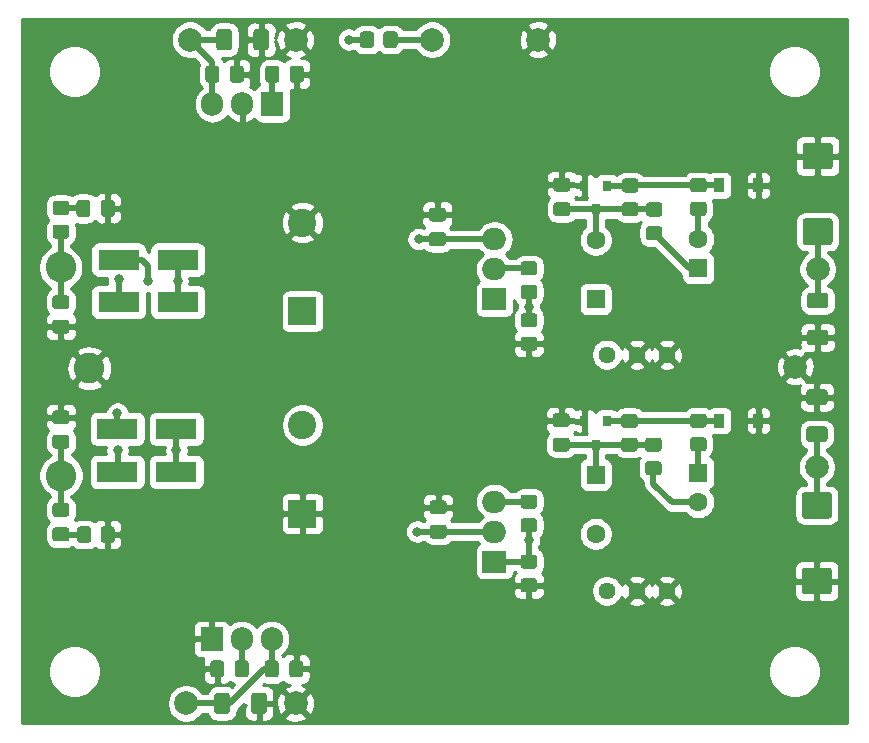
<source format=gbr>
G04 #@! TF.GenerationSoftware,KiCad,Pcbnew,(5.1.10-0-10_14)*
G04 #@! TF.CreationDate,2021-10-03T15:14:27+02:00*
G04 #@! TF.ProjectId,lv-lownoise-psu,6c762d6c-6f77-46e6-9f69-73652d707375,rev?*
G04 #@! TF.SameCoordinates,Original*
G04 #@! TF.FileFunction,Copper,L1,Top*
G04 #@! TF.FilePolarity,Positive*
%FSLAX46Y46*%
G04 Gerber Fmt 4.6, Leading zero omitted, Abs format (unit mm)*
G04 Created by KiCad (PCBNEW (5.1.10-0-10_14)) date 2021-10-03 15:14:27*
%MOMM*%
%LPD*%
G01*
G04 APERTURE LIST*
G04 #@! TA.AperFunction,ComponentPad*
%ADD10C,1.440000*%
G04 #@! TD*
G04 #@! TA.AperFunction,ComponentPad*
%ADD11C,2.000000*%
G04 #@! TD*
G04 #@! TA.AperFunction,ComponentPad*
%ADD12C,1.600000*%
G04 #@! TD*
G04 #@! TA.AperFunction,ComponentPad*
%ADD13R,1.600000X1.600000*%
G04 #@! TD*
G04 #@! TA.AperFunction,SMDPad,CuDef*
%ADD14R,0.800000X0.900000*%
G04 #@! TD*
G04 #@! TA.AperFunction,SMDPad,CuDef*
%ADD15R,0.900000X1.200000*%
G04 #@! TD*
G04 #@! TA.AperFunction,ComponentPad*
%ADD16O,2.000000X1.905000*%
G04 #@! TD*
G04 #@! TA.AperFunction,ComponentPad*
%ADD17R,2.000000X1.905000*%
G04 #@! TD*
G04 #@! TA.AperFunction,ComponentPad*
%ADD18O,1.905000X2.000000*%
G04 #@! TD*
G04 #@! TA.AperFunction,ComponentPad*
%ADD19R,1.905000X2.000000*%
G04 #@! TD*
G04 #@! TA.AperFunction,SMDPad,CuDef*
%ADD20R,3.500000X1.800000*%
G04 #@! TD*
G04 #@! TA.AperFunction,ComponentPad*
%ADD21C,2.400000*%
G04 #@! TD*
G04 #@! TA.AperFunction,ComponentPad*
%ADD22R,2.400000X2.400000*%
G04 #@! TD*
G04 #@! TA.AperFunction,ComponentPad*
%ADD23C,2.600000*%
G04 #@! TD*
G04 #@! TA.AperFunction,ViaPad*
%ADD24C,0.800000*%
G04 #@! TD*
G04 #@! TA.AperFunction,Conductor*
%ADD25C,0.500000*%
G04 #@! TD*
G04 #@! TA.AperFunction,Conductor*
%ADD26C,0.254000*%
G04 #@! TD*
G04 #@! TA.AperFunction,Conductor*
%ADD27C,0.100000*%
G04 #@! TD*
G04 APERTURE END LIST*
D10*
X135255000Y-77025500D03*
X132715000Y-77025500D03*
X130175000Y-77025500D03*
X135255000Y-57023000D03*
X132715000Y-57023000D03*
X130175000Y-57023000D03*
D11*
X148018500Y-49784000D03*
D12*
X137922000Y-69532500D03*
D13*
X137922000Y-67032500D03*
D12*
X137922000Y-47220500D03*
D13*
X137922000Y-49720500D03*
G04 #@! TA.AperFunction,SMDPad,CuDef*
G36*
G01*
X137471999Y-64011000D02*
X138372001Y-64011000D01*
G75*
G02*
X138622000Y-64260999I0J-249999D01*
G01*
X138622000Y-64961001D01*
G75*
G02*
X138372001Y-65211000I-249999J0D01*
G01*
X137471999Y-65211000D01*
G75*
G02*
X137222000Y-64961001I0J249999D01*
G01*
X137222000Y-64260999D01*
G75*
G02*
X137471999Y-64011000I249999J0D01*
G01*
G37*
G04 #@! TD.AperFunction*
G04 #@! TA.AperFunction,SMDPad,CuDef*
G36*
G01*
X137471999Y-62011000D02*
X138372001Y-62011000D01*
G75*
G02*
X138622000Y-62260999I0J-249999D01*
G01*
X138622000Y-62961001D01*
G75*
G02*
X138372001Y-63211000I-249999J0D01*
G01*
X137471999Y-63211000D01*
G75*
G02*
X137222000Y-62961001I0J249999D01*
G01*
X137222000Y-62260999D01*
G75*
G02*
X137471999Y-62011000I249999J0D01*
G01*
G37*
G04 #@! TD.AperFunction*
G04 #@! TA.AperFunction,SMDPad,CuDef*
G36*
G01*
X131629999Y-64043000D02*
X132530001Y-64043000D01*
G75*
G02*
X132780000Y-64292999I0J-249999D01*
G01*
X132780000Y-64993001D01*
G75*
G02*
X132530001Y-65243000I-249999J0D01*
G01*
X131629999Y-65243000D01*
G75*
G02*
X131380000Y-64993001I0J249999D01*
G01*
X131380000Y-64292999D01*
G75*
G02*
X131629999Y-64043000I249999J0D01*
G01*
G37*
G04 #@! TD.AperFunction*
G04 #@! TA.AperFunction,SMDPad,CuDef*
G36*
G01*
X131629999Y-62043000D02*
X132530001Y-62043000D01*
G75*
G02*
X132780000Y-62292999I0J-249999D01*
G01*
X132780000Y-62993001D01*
G75*
G02*
X132530001Y-63243000I-249999J0D01*
G01*
X131629999Y-63243000D01*
G75*
G02*
X131380000Y-62993001I0J249999D01*
G01*
X131380000Y-62292999D01*
G75*
G02*
X131629999Y-62043000I249999J0D01*
G01*
G37*
G04 #@! TD.AperFunction*
G04 #@! TA.AperFunction,SMDPad,CuDef*
G36*
G01*
X133661999Y-66043000D02*
X134562001Y-66043000D01*
G75*
G02*
X134812000Y-66292999I0J-249999D01*
G01*
X134812000Y-66993001D01*
G75*
G02*
X134562001Y-67243000I-249999J0D01*
G01*
X133661999Y-67243000D01*
G75*
G02*
X133412000Y-66993001I0J249999D01*
G01*
X133412000Y-66292999D01*
G75*
G02*
X133661999Y-66043000I249999J0D01*
G01*
G37*
G04 #@! TD.AperFunction*
G04 #@! TA.AperFunction,SMDPad,CuDef*
G36*
G01*
X133661999Y-64043000D02*
X134562001Y-64043000D01*
G75*
G02*
X134812000Y-64292999I0J-249999D01*
G01*
X134812000Y-64993001D01*
G75*
G02*
X134562001Y-65243000I-249999J0D01*
G01*
X133661999Y-65243000D01*
G75*
G02*
X133412000Y-64993001I0J249999D01*
G01*
X133412000Y-64292999D01*
G75*
G02*
X133661999Y-64043000I249999J0D01*
G01*
G37*
G04 #@! TD.AperFunction*
G04 #@! TA.AperFunction,SMDPad,CuDef*
G36*
G01*
X138372001Y-43272000D02*
X137471999Y-43272000D01*
G75*
G02*
X137222000Y-43022001I0J249999D01*
G01*
X137222000Y-42321999D01*
G75*
G02*
X137471999Y-42072000I249999J0D01*
G01*
X138372001Y-42072000D01*
G75*
G02*
X138622000Y-42321999I0J-249999D01*
G01*
X138622000Y-43022001D01*
G75*
G02*
X138372001Y-43272000I-249999J0D01*
G01*
G37*
G04 #@! TD.AperFunction*
G04 #@! TA.AperFunction,SMDPad,CuDef*
G36*
G01*
X138372001Y-45272000D02*
X137471999Y-45272000D01*
G75*
G02*
X137222000Y-45022001I0J249999D01*
G01*
X137222000Y-44321999D01*
G75*
G02*
X137471999Y-44072000I249999J0D01*
G01*
X138372001Y-44072000D01*
G75*
G02*
X138622000Y-44321999I0J-249999D01*
G01*
X138622000Y-45022001D01*
G75*
G02*
X138372001Y-45272000I-249999J0D01*
G01*
G37*
G04 #@! TD.AperFunction*
G04 #@! TA.AperFunction,SMDPad,CuDef*
G36*
G01*
X132593501Y-43304000D02*
X131693499Y-43304000D01*
G75*
G02*
X131443500Y-43054001I0J249999D01*
G01*
X131443500Y-42353999D01*
G75*
G02*
X131693499Y-42104000I249999J0D01*
G01*
X132593501Y-42104000D01*
G75*
G02*
X132843500Y-42353999I0J-249999D01*
G01*
X132843500Y-43054001D01*
G75*
G02*
X132593501Y-43304000I-249999J0D01*
G01*
G37*
G04 #@! TD.AperFunction*
G04 #@! TA.AperFunction,SMDPad,CuDef*
G36*
G01*
X132593501Y-45304000D02*
X131693499Y-45304000D01*
G75*
G02*
X131443500Y-45054001I0J249999D01*
G01*
X131443500Y-44353999D01*
G75*
G02*
X131693499Y-44104000I249999J0D01*
G01*
X132593501Y-44104000D01*
G75*
G02*
X132843500Y-44353999I0J-249999D01*
G01*
X132843500Y-45054001D01*
G75*
G02*
X132593501Y-45304000I-249999J0D01*
G01*
G37*
G04 #@! TD.AperFunction*
G04 #@! TA.AperFunction,SMDPad,CuDef*
G36*
G01*
X134625501Y-45336000D02*
X133725499Y-45336000D01*
G75*
G02*
X133475500Y-45086001I0J249999D01*
G01*
X133475500Y-44385999D01*
G75*
G02*
X133725499Y-44136000I249999J0D01*
G01*
X134625501Y-44136000D01*
G75*
G02*
X134875500Y-44385999I0J-249999D01*
G01*
X134875500Y-45086001D01*
G75*
G02*
X134625501Y-45336000I-249999J0D01*
G01*
G37*
G04 #@! TD.AperFunction*
G04 #@! TA.AperFunction,SMDPad,CuDef*
G36*
G01*
X134625501Y-47336000D02*
X133725499Y-47336000D01*
G75*
G02*
X133475500Y-47086001I0J249999D01*
G01*
X133475500Y-46385999D01*
G75*
G02*
X133725499Y-46136000I249999J0D01*
G01*
X134625501Y-46136000D01*
G75*
G02*
X134875500Y-46385999I0J-249999D01*
G01*
X134875500Y-47086001D01*
G75*
G02*
X134625501Y-47336000I-249999J0D01*
G01*
G37*
G04 #@! TD.AperFunction*
D14*
X129222500Y-64643000D03*
X128272500Y-62643000D03*
X130172500Y-62643000D03*
X129222500Y-44704000D03*
X128272500Y-42704000D03*
X130172500Y-42704000D03*
D15*
X139700000Y-62611000D03*
X143000000Y-62611000D03*
X143001000Y-42672000D03*
X139701000Y-42672000D03*
G04 #@! TA.AperFunction,SMDPad,CuDef*
G36*
G01*
X147304999Y-63091500D02*
X148605001Y-63091500D01*
G75*
G02*
X148855000Y-63341499I0J-249999D01*
G01*
X148855000Y-64166501D01*
G75*
G02*
X148605001Y-64416500I-249999J0D01*
G01*
X147304999Y-64416500D01*
G75*
G02*
X147055000Y-64166501I0J249999D01*
G01*
X147055000Y-63341499D01*
G75*
G02*
X147304999Y-63091500I249999J0D01*
G01*
G37*
G04 #@! TD.AperFunction*
G04 #@! TA.AperFunction,SMDPad,CuDef*
G36*
G01*
X147304999Y-59966500D02*
X148605001Y-59966500D01*
G75*
G02*
X148855000Y-60216499I0J-249999D01*
G01*
X148855000Y-61041501D01*
G75*
G02*
X148605001Y-61291500I-249999J0D01*
G01*
X147304999Y-61291500D01*
G75*
G02*
X147055000Y-61041501I0J249999D01*
G01*
X147055000Y-60216499D01*
G75*
G02*
X147304999Y-59966500I249999J0D01*
G01*
G37*
G04 #@! TD.AperFunction*
G04 #@! TA.AperFunction,SMDPad,CuDef*
G36*
G01*
X125826500Y-64055500D02*
X126776500Y-64055500D01*
G75*
G02*
X127026500Y-64305500I0J-250000D01*
G01*
X127026500Y-64980500D01*
G75*
G02*
X126776500Y-65230500I-250000J0D01*
G01*
X125826500Y-65230500D01*
G75*
G02*
X125576500Y-64980500I0J250000D01*
G01*
X125576500Y-64305500D01*
G75*
G02*
X125826500Y-64055500I250000J0D01*
G01*
G37*
G04 #@! TD.AperFunction*
G04 #@! TA.AperFunction,SMDPad,CuDef*
G36*
G01*
X125826500Y-61980500D02*
X126776500Y-61980500D01*
G75*
G02*
X127026500Y-62230500I0J-250000D01*
G01*
X127026500Y-62905500D01*
G75*
G02*
X126776500Y-63155500I-250000J0D01*
G01*
X125826500Y-63155500D01*
G75*
G02*
X125576500Y-62905500I0J250000D01*
G01*
X125576500Y-62230500D01*
G75*
G02*
X125826500Y-61980500I250000J0D01*
G01*
G37*
G04 #@! TD.AperFunction*
D12*
X129222500Y-72183000D03*
D13*
X129222500Y-67183000D03*
G04 #@! TA.AperFunction,SMDPad,CuDef*
G36*
G01*
X126840000Y-43216500D02*
X125890000Y-43216500D01*
G75*
G02*
X125640000Y-42966500I0J250000D01*
G01*
X125640000Y-42291500D01*
G75*
G02*
X125890000Y-42041500I250000J0D01*
G01*
X126840000Y-42041500D01*
G75*
G02*
X127090000Y-42291500I0J-250000D01*
G01*
X127090000Y-42966500D01*
G75*
G02*
X126840000Y-43216500I-250000J0D01*
G01*
G37*
G04 #@! TD.AperFunction*
G04 #@! TA.AperFunction,SMDPad,CuDef*
G36*
G01*
X126840000Y-45291500D02*
X125890000Y-45291500D01*
G75*
G02*
X125640000Y-45041500I0J250000D01*
G01*
X125640000Y-44366500D01*
G75*
G02*
X125890000Y-44116500I250000J0D01*
G01*
X126840000Y-44116500D01*
G75*
G02*
X127090000Y-44366500I0J-250000D01*
G01*
X127090000Y-45041500D01*
G75*
G02*
X126840000Y-45291500I-250000J0D01*
G01*
G37*
G04 #@! TD.AperFunction*
D12*
X129222500Y-47324000D03*
D13*
X129222500Y-52324000D03*
D11*
X94551500Y-86550500D03*
X103822500Y-86550500D03*
X103822500Y-30353000D03*
X94869000Y-30353000D03*
X124333000Y-30353000D03*
X115379500Y-30353000D03*
X147955000Y-66548000D03*
X146113500Y-58039000D03*
G04 #@! TA.AperFunction,SMDPad,CuDef*
G36*
G01*
X124021001Y-70069000D02*
X123120999Y-70069000D01*
G75*
G02*
X122871000Y-69819001I0J249999D01*
G01*
X122871000Y-69118999D01*
G75*
G02*
X123120999Y-68869000I249999J0D01*
G01*
X124021001Y-68869000D01*
G75*
G02*
X124271000Y-69118999I0J-249999D01*
G01*
X124271000Y-69819001D01*
G75*
G02*
X124021001Y-70069000I-249999J0D01*
G01*
G37*
G04 #@! TD.AperFunction*
G04 #@! TA.AperFunction,SMDPad,CuDef*
G36*
G01*
X124021001Y-72069000D02*
X123120999Y-72069000D01*
G75*
G02*
X122871000Y-71819001I0J249999D01*
G01*
X122871000Y-71118999D01*
G75*
G02*
X123120999Y-70869000I249999J0D01*
G01*
X124021001Y-70869000D01*
G75*
G02*
X124271000Y-71118999I0J-249999D01*
G01*
X124271000Y-71819001D01*
G75*
G02*
X124021001Y-72069000I-249999J0D01*
G01*
G37*
G04 #@! TD.AperFunction*
G04 #@! TA.AperFunction,SMDPad,CuDef*
G36*
G01*
X124021001Y-75149000D02*
X123120999Y-75149000D01*
G75*
G02*
X122871000Y-74899001I0J249999D01*
G01*
X122871000Y-74198999D01*
G75*
G02*
X123120999Y-73949000I249999J0D01*
G01*
X124021001Y-73949000D01*
G75*
G02*
X124271000Y-74198999I0J-249999D01*
G01*
X124271000Y-74899001D01*
G75*
G02*
X124021001Y-75149000I-249999J0D01*
G01*
G37*
G04 #@! TD.AperFunction*
G04 #@! TA.AperFunction,SMDPad,CuDef*
G36*
G01*
X124021001Y-77149000D02*
X123120999Y-77149000D01*
G75*
G02*
X122871000Y-76899001I0J249999D01*
G01*
X122871000Y-76198999D01*
G75*
G02*
X123120999Y-75949000I249999J0D01*
G01*
X124021001Y-75949000D01*
G75*
G02*
X124271000Y-76198999I0J-249999D01*
G01*
X124271000Y-76899001D01*
G75*
G02*
X124021001Y-77149000I-249999J0D01*
G01*
G37*
G04 #@! TD.AperFunction*
D16*
X120650000Y-69469000D03*
X120650000Y-72009000D03*
D17*
X120650000Y-74549000D03*
D16*
X120650000Y-47244000D03*
X120650000Y-49784000D03*
D17*
X120650000Y-52324000D03*
G04 #@! TA.AperFunction,SMDPad,CuDef*
G36*
G01*
X123120999Y-55502000D02*
X124021001Y-55502000D01*
G75*
G02*
X124271000Y-55751999I0J-249999D01*
G01*
X124271000Y-56452001D01*
G75*
G02*
X124021001Y-56702000I-249999J0D01*
G01*
X123120999Y-56702000D01*
G75*
G02*
X122871000Y-56452001I0J249999D01*
G01*
X122871000Y-55751999D01*
G75*
G02*
X123120999Y-55502000I249999J0D01*
G01*
G37*
G04 #@! TD.AperFunction*
G04 #@! TA.AperFunction,SMDPad,CuDef*
G36*
G01*
X123120999Y-53502000D02*
X124021001Y-53502000D01*
G75*
G02*
X124271000Y-53751999I0J-249999D01*
G01*
X124271000Y-54452001D01*
G75*
G02*
X124021001Y-54702000I-249999J0D01*
G01*
X123120999Y-54702000D01*
G75*
G02*
X122871000Y-54452001I0J249999D01*
G01*
X122871000Y-53751999D01*
G75*
G02*
X123120999Y-53502000I249999J0D01*
G01*
G37*
G04 #@! TD.AperFunction*
G04 #@! TA.AperFunction,SMDPad,CuDef*
G36*
G01*
X123120999Y-51120500D02*
X124021001Y-51120500D01*
G75*
G02*
X124271000Y-51370499I0J-249999D01*
G01*
X124271000Y-52070501D01*
G75*
G02*
X124021001Y-52320500I-249999J0D01*
G01*
X123120999Y-52320500D01*
G75*
G02*
X122871000Y-52070501I0J249999D01*
G01*
X122871000Y-51370499D01*
G75*
G02*
X123120999Y-51120500I249999J0D01*
G01*
G37*
G04 #@! TD.AperFunction*
G04 #@! TA.AperFunction,SMDPad,CuDef*
G36*
G01*
X123120999Y-49120500D02*
X124021001Y-49120500D01*
G75*
G02*
X124271000Y-49370499I0J-249999D01*
G01*
X124271000Y-50070501D01*
G75*
G02*
X124021001Y-50320500I-249999J0D01*
G01*
X123120999Y-50320500D01*
G75*
G02*
X122871000Y-50070501I0J249999D01*
G01*
X122871000Y-49370499D01*
G75*
G02*
X123120999Y-49120500I249999J0D01*
G01*
G37*
G04 #@! TD.AperFunction*
G04 #@! TA.AperFunction,SMDPad,CuDef*
G36*
G01*
X98262000Y-85900497D02*
X98262000Y-87200503D01*
G75*
G02*
X98012003Y-87450500I-249997J0D01*
G01*
X97186997Y-87450500D01*
G75*
G02*
X96937000Y-87200503I0J249997D01*
G01*
X96937000Y-85900497D01*
G75*
G02*
X97186997Y-85650500I249997J0D01*
G01*
X98012003Y-85650500D01*
G75*
G02*
X98262000Y-85900497I0J-249997D01*
G01*
G37*
G04 #@! TD.AperFunction*
G04 #@! TA.AperFunction,SMDPad,CuDef*
G36*
G01*
X101387000Y-85900497D02*
X101387000Y-87200503D01*
G75*
G02*
X101137003Y-87450500I-249997J0D01*
G01*
X100311997Y-87450500D01*
G75*
G02*
X100062000Y-87200503I0J249997D01*
G01*
X100062000Y-85900497D01*
G75*
G02*
X100311997Y-85650500I249997J0D01*
G01*
X101137003Y-85650500D01*
G75*
G02*
X101387000Y-85900497I0J-249997D01*
G01*
G37*
G04 #@! TD.AperFunction*
G04 #@! TA.AperFunction,SMDPad,CuDef*
G36*
G01*
X100239000Y-31003003D02*
X100239000Y-29702997D01*
G75*
G02*
X100488997Y-29453000I249997J0D01*
G01*
X101314003Y-29453000D01*
G75*
G02*
X101564000Y-29702997I0J-249997D01*
G01*
X101564000Y-31003003D01*
G75*
G02*
X101314003Y-31253000I-249997J0D01*
G01*
X100488997Y-31253000D01*
G75*
G02*
X100239000Y-31003003I0J249997D01*
G01*
G37*
G04 #@! TD.AperFunction*
G04 #@! TA.AperFunction,SMDPad,CuDef*
G36*
G01*
X97114000Y-31003003D02*
X97114000Y-29702997D01*
G75*
G02*
X97363997Y-29453000I249997J0D01*
G01*
X98189003Y-29453000D01*
G75*
G02*
X98439000Y-29702997I0J-249997D01*
G01*
X98439000Y-31003003D01*
G75*
G02*
X98189003Y-31253000I-249997J0D01*
G01*
X97363997Y-31253000D01*
G75*
G02*
X97114000Y-31003003I0J249997D01*
G01*
G37*
G04 #@! TD.AperFunction*
G04 #@! TA.AperFunction,SMDPad,CuDef*
G36*
G01*
X98261500Y-33749000D02*
X98261500Y-32799000D01*
G75*
G02*
X98511500Y-32549000I250000J0D01*
G01*
X99186500Y-32549000D01*
G75*
G02*
X99436500Y-32799000I0J-250000D01*
G01*
X99436500Y-33749000D01*
G75*
G02*
X99186500Y-33999000I-250000J0D01*
G01*
X98511500Y-33999000D01*
G75*
G02*
X98261500Y-33749000I0J250000D01*
G01*
G37*
G04 #@! TD.AperFunction*
G04 #@! TA.AperFunction,SMDPad,CuDef*
G36*
G01*
X96186500Y-33749000D02*
X96186500Y-32799000D01*
G75*
G02*
X96436500Y-32549000I250000J0D01*
G01*
X97111500Y-32549000D01*
G75*
G02*
X97361500Y-32799000I0J-250000D01*
G01*
X97361500Y-33749000D01*
G75*
G02*
X97111500Y-33999000I-250000J0D01*
G01*
X96436500Y-33999000D01*
G75*
G02*
X96186500Y-33749000I0J250000D01*
G01*
G37*
G04 #@! TD.AperFunction*
G04 #@! TA.AperFunction,SMDPad,CuDef*
G36*
G01*
X83496999Y-46009000D02*
X84397001Y-46009000D01*
G75*
G02*
X84647000Y-46258999I0J-249999D01*
G01*
X84647000Y-46959001D01*
G75*
G02*
X84397001Y-47209000I-249999J0D01*
G01*
X83496999Y-47209000D01*
G75*
G02*
X83247000Y-46959001I0J249999D01*
G01*
X83247000Y-46258999D01*
G75*
G02*
X83496999Y-46009000I249999J0D01*
G01*
G37*
G04 #@! TD.AperFunction*
G04 #@! TA.AperFunction,SMDPad,CuDef*
G36*
G01*
X83496999Y-44009000D02*
X84397001Y-44009000D01*
G75*
G02*
X84647000Y-44258999I0J-249999D01*
G01*
X84647000Y-44959001D01*
G75*
G02*
X84397001Y-45209000I-249999J0D01*
G01*
X83496999Y-45209000D01*
G75*
G02*
X83247000Y-44959001I0J249999D01*
G01*
X83247000Y-44258999D01*
G75*
G02*
X83496999Y-44009000I249999J0D01*
G01*
G37*
G04 #@! TD.AperFunction*
G04 #@! TA.AperFunction,SMDPad,CuDef*
G36*
G01*
X87315500Y-72713001D02*
X87315500Y-71812999D01*
G75*
G02*
X87565499Y-71563000I249999J0D01*
G01*
X88265501Y-71563000D01*
G75*
G02*
X88515500Y-71812999I0J-249999D01*
G01*
X88515500Y-72713001D01*
G75*
G02*
X88265501Y-72963000I-249999J0D01*
G01*
X87565499Y-72963000D01*
G75*
G02*
X87315500Y-72713001I0J249999D01*
G01*
G37*
G04 #@! TD.AperFunction*
G04 #@! TA.AperFunction,SMDPad,CuDef*
G36*
G01*
X85315500Y-72713001D02*
X85315500Y-71812999D01*
G75*
G02*
X85565499Y-71563000I249999J0D01*
G01*
X86265501Y-71563000D01*
G75*
G02*
X86515500Y-71812999I0J-249999D01*
G01*
X86515500Y-72713001D01*
G75*
G02*
X86265501Y-72963000I-249999J0D01*
G01*
X85565499Y-72963000D01*
G75*
G02*
X85315500Y-72713001I0J249999D01*
G01*
G37*
G04 #@! TD.AperFunction*
G04 #@! TA.AperFunction,SMDPad,CuDef*
G36*
G01*
X147368497Y-54913500D02*
X148668503Y-54913500D01*
G75*
G02*
X148918500Y-55163497I0J-249997D01*
G01*
X148918500Y-55988503D01*
G75*
G02*
X148668503Y-56238500I-249997J0D01*
G01*
X147368497Y-56238500D01*
G75*
G02*
X147118500Y-55988503I0J249997D01*
G01*
X147118500Y-55163497D01*
G75*
G02*
X147368497Y-54913500I249997J0D01*
G01*
G37*
G04 #@! TD.AperFunction*
G04 #@! TA.AperFunction,SMDPad,CuDef*
G36*
G01*
X147368497Y-51788500D02*
X148668503Y-51788500D01*
G75*
G02*
X148918500Y-52038497I0J-249997D01*
G01*
X148918500Y-52863503D01*
G75*
G02*
X148668503Y-53113500I-249997J0D01*
G01*
X147368497Y-53113500D01*
G75*
G02*
X147118500Y-52863503I0J249997D01*
G01*
X147118500Y-52038497D01*
G75*
G02*
X147368497Y-51788500I249997J0D01*
G01*
G37*
G04 #@! TD.AperFunction*
G04 #@! TA.AperFunction,SMDPad,CuDef*
G36*
G01*
X115412500Y-71421500D02*
X116362500Y-71421500D01*
G75*
G02*
X116612500Y-71671500I0J-250000D01*
G01*
X116612500Y-72346500D01*
G75*
G02*
X116362500Y-72596500I-250000J0D01*
G01*
X115412500Y-72596500D01*
G75*
G02*
X115162500Y-72346500I0J250000D01*
G01*
X115162500Y-71671500D01*
G75*
G02*
X115412500Y-71421500I250000J0D01*
G01*
G37*
G04 #@! TD.AperFunction*
G04 #@! TA.AperFunction,SMDPad,CuDef*
G36*
G01*
X115412500Y-69346500D02*
X116362500Y-69346500D01*
G75*
G02*
X116612500Y-69596500I0J-250000D01*
G01*
X116612500Y-70271500D01*
G75*
G02*
X116362500Y-70521500I-250000J0D01*
G01*
X115412500Y-70521500D01*
G75*
G02*
X115162500Y-70271500I0J250000D01*
G01*
X115162500Y-69596500D01*
G75*
G02*
X115412500Y-69346500I250000J0D01*
G01*
G37*
G04 #@! TD.AperFunction*
G04 #@! TA.AperFunction,SMDPad,CuDef*
G36*
G01*
X116299000Y-45756500D02*
X115349000Y-45756500D01*
G75*
G02*
X115099000Y-45506500I0J250000D01*
G01*
X115099000Y-44831500D01*
G75*
G02*
X115349000Y-44581500I250000J0D01*
G01*
X116299000Y-44581500D01*
G75*
G02*
X116549000Y-44831500I0J-250000D01*
G01*
X116549000Y-45506500D01*
G75*
G02*
X116299000Y-45756500I-250000J0D01*
G01*
G37*
G04 #@! TD.AperFunction*
G04 #@! TA.AperFunction,SMDPad,CuDef*
G36*
G01*
X116299000Y-47831500D02*
X115349000Y-47831500D01*
G75*
G02*
X115099000Y-47581500I0J250000D01*
G01*
X115099000Y-46906500D01*
G75*
G02*
X115349000Y-46656500I250000J0D01*
G01*
X116299000Y-46656500D01*
G75*
G02*
X116549000Y-46906500I0J-250000D01*
G01*
X116549000Y-47581500D01*
G75*
G02*
X116299000Y-47831500I-250000J0D01*
G01*
G37*
G04 #@! TD.AperFunction*
G04 #@! TA.AperFunction,SMDPad,CuDef*
G36*
G01*
X86439500Y-44165500D02*
X86439500Y-45115500D01*
G75*
G02*
X86189500Y-45365500I-250000J0D01*
G01*
X85514500Y-45365500D01*
G75*
G02*
X85264500Y-45115500I0J250000D01*
G01*
X85264500Y-44165500D01*
G75*
G02*
X85514500Y-43915500I250000J0D01*
G01*
X86189500Y-43915500D01*
G75*
G02*
X86439500Y-44165500I0J-250000D01*
G01*
G37*
G04 #@! TD.AperFunction*
G04 #@! TA.AperFunction,SMDPad,CuDef*
G36*
G01*
X88514500Y-44165500D02*
X88514500Y-45115500D01*
G75*
G02*
X88264500Y-45365500I-250000J0D01*
G01*
X87589500Y-45365500D01*
G75*
G02*
X87339500Y-45115500I0J250000D01*
G01*
X87339500Y-44165500D01*
G75*
G02*
X87589500Y-43915500I250000J0D01*
G01*
X88264500Y-43915500D01*
G75*
G02*
X88514500Y-44165500I0J-250000D01*
G01*
G37*
G04 #@! TD.AperFunction*
G04 #@! TA.AperFunction,SMDPad,CuDef*
G36*
G01*
X83472000Y-71655000D02*
X84422000Y-71655000D01*
G75*
G02*
X84672000Y-71905000I0J-250000D01*
G01*
X84672000Y-72580000D01*
G75*
G02*
X84422000Y-72830000I-250000J0D01*
G01*
X83472000Y-72830000D01*
G75*
G02*
X83222000Y-72580000I0J250000D01*
G01*
X83222000Y-71905000D01*
G75*
G02*
X83472000Y-71655000I250000J0D01*
G01*
G37*
G04 #@! TD.AperFunction*
G04 #@! TA.AperFunction,SMDPad,CuDef*
G36*
G01*
X83472000Y-69580000D02*
X84422000Y-69580000D01*
G75*
G02*
X84672000Y-69830000I0J-250000D01*
G01*
X84672000Y-70505000D01*
G75*
G02*
X84422000Y-70755000I-250000J0D01*
G01*
X83472000Y-70755000D01*
G75*
G02*
X83222000Y-70505000I0J250000D01*
G01*
X83222000Y-69830000D01*
G75*
G02*
X83472000Y-69580000I250000J0D01*
G01*
G37*
G04 #@! TD.AperFunction*
G04 #@! TA.AperFunction,SMDPad,CuDef*
G36*
G01*
X84422000Y-53165500D02*
X83472000Y-53165500D01*
G75*
G02*
X83222000Y-52915500I0J250000D01*
G01*
X83222000Y-52240500D01*
G75*
G02*
X83472000Y-51990500I250000J0D01*
G01*
X84422000Y-51990500D01*
G75*
G02*
X84672000Y-52240500I0J-250000D01*
G01*
X84672000Y-52915500D01*
G75*
G02*
X84422000Y-53165500I-250000J0D01*
G01*
G37*
G04 #@! TD.AperFunction*
G04 #@! TA.AperFunction,SMDPad,CuDef*
G36*
G01*
X84422000Y-55240500D02*
X83472000Y-55240500D01*
G75*
G02*
X83222000Y-54990500I0J250000D01*
G01*
X83222000Y-54315500D01*
G75*
G02*
X83472000Y-54065500I250000J0D01*
G01*
X84422000Y-54065500D01*
G75*
G02*
X84672000Y-54315500I0J-250000D01*
G01*
X84672000Y-54990500D01*
G75*
G02*
X84422000Y-55240500I-250000J0D01*
G01*
G37*
G04 #@! TD.AperFunction*
G04 #@! TA.AperFunction,SMDPad,CuDef*
G36*
G01*
X84422000Y-62901500D02*
X83472000Y-62901500D01*
G75*
G02*
X83222000Y-62651500I0J250000D01*
G01*
X83222000Y-61976500D01*
G75*
G02*
X83472000Y-61726500I250000J0D01*
G01*
X84422000Y-61726500D01*
G75*
G02*
X84672000Y-61976500I0J-250000D01*
G01*
X84672000Y-62651500D01*
G75*
G02*
X84422000Y-62901500I-250000J0D01*
G01*
G37*
G04 #@! TD.AperFunction*
G04 #@! TA.AperFunction,SMDPad,CuDef*
G36*
G01*
X84422000Y-64976500D02*
X83472000Y-64976500D01*
G75*
G02*
X83222000Y-64726500I0J250000D01*
G01*
X83222000Y-64051500D01*
G75*
G02*
X83472000Y-63801500I250000J0D01*
G01*
X84422000Y-63801500D01*
G75*
G02*
X84672000Y-64051500I0J-250000D01*
G01*
X84672000Y-64726500D01*
G75*
G02*
X84422000Y-64976500I-250000J0D01*
G01*
G37*
G04 #@! TD.AperFunction*
G04 #@! TA.AperFunction,SMDPad,CuDef*
G36*
G01*
X148980001Y-70911500D02*
X146929999Y-70911500D01*
G75*
G02*
X146680000Y-70661501I0J249999D01*
G01*
X146680000Y-68911499D01*
G75*
G02*
X146929999Y-68661500I249999J0D01*
G01*
X148980001Y-68661500D01*
G75*
G02*
X149230000Y-68911499I0J-249999D01*
G01*
X149230000Y-70661501D01*
G75*
G02*
X148980001Y-70911500I-249999J0D01*
G01*
G37*
G04 #@! TD.AperFunction*
G04 #@! TA.AperFunction,SMDPad,CuDef*
G36*
G01*
X148980001Y-77311500D02*
X146929999Y-77311500D01*
G75*
G02*
X146680000Y-77061501I0J249999D01*
G01*
X146680000Y-75311499D01*
G75*
G02*
X146929999Y-75061500I249999J0D01*
G01*
X148980001Y-75061500D01*
G75*
G02*
X149230000Y-75311499I0J-249999D01*
G01*
X149230000Y-77061501D01*
G75*
G02*
X148980001Y-77311500I-249999J0D01*
G01*
G37*
G04 #@! TD.AperFunction*
G04 #@! TA.AperFunction,SMDPad,CuDef*
G36*
G01*
X149043501Y-41334000D02*
X146993499Y-41334000D01*
G75*
G02*
X146743500Y-41084001I0J249999D01*
G01*
X146743500Y-39333999D01*
G75*
G02*
X146993499Y-39084000I249999J0D01*
G01*
X149043501Y-39084000D01*
G75*
G02*
X149293500Y-39333999I0J-249999D01*
G01*
X149293500Y-41084001D01*
G75*
G02*
X149043501Y-41334000I-249999J0D01*
G01*
G37*
G04 #@! TD.AperFunction*
G04 #@! TA.AperFunction,SMDPad,CuDef*
G36*
G01*
X149043501Y-47734000D02*
X146993499Y-47734000D01*
G75*
G02*
X146743500Y-47484001I0J249999D01*
G01*
X146743500Y-45733999D01*
G75*
G02*
X146993499Y-45484000I249999J0D01*
G01*
X149043501Y-45484000D01*
G75*
G02*
X149293500Y-45733999I0J-249999D01*
G01*
X149293500Y-47484001D01*
G75*
G02*
X149043501Y-47734000I-249999J0D01*
G01*
G37*
G04 #@! TD.AperFunction*
D18*
X101790500Y-81089500D03*
X99250500Y-81089500D03*
D19*
X96710500Y-81089500D03*
D18*
X96774000Y-35814000D03*
X99314000Y-35814000D03*
D19*
X101854000Y-35814000D03*
D20*
X88827600Y-52578000D03*
X93827600Y-52578000D03*
X88827600Y-48971200D03*
X93827600Y-48971200D03*
X93726000Y-63296800D03*
X88726000Y-63296800D03*
X93726000Y-66954400D03*
X88726000Y-66954400D03*
D21*
X104394000Y-62992000D03*
D22*
X104394000Y-70492000D03*
D21*
X104394000Y-45840000D03*
D22*
X104394000Y-53340000D03*
G04 #@! TA.AperFunction,SMDPad,CuDef*
G36*
G01*
X110455000Y-29902999D02*
X110455000Y-30803001D01*
G75*
G02*
X110205001Y-31053000I-249999J0D01*
G01*
X109504999Y-31053000D01*
G75*
G02*
X109255000Y-30803001I0J249999D01*
G01*
X109255000Y-29902999D01*
G75*
G02*
X109504999Y-29653000I249999J0D01*
G01*
X110205001Y-29653000D01*
G75*
G02*
X110455000Y-29902999I0J-249999D01*
G01*
G37*
G04 #@! TD.AperFunction*
G04 #@! TA.AperFunction,SMDPad,CuDef*
G36*
G01*
X112455000Y-29902999D02*
X112455000Y-30803001D01*
G75*
G02*
X112205001Y-31053000I-249999J0D01*
G01*
X111504999Y-31053000D01*
G75*
G02*
X111255000Y-30803001I0J249999D01*
G01*
X111255000Y-29902999D01*
G75*
G02*
X111504999Y-29653000I249999J0D01*
G01*
X112205001Y-29653000D01*
G75*
G02*
X112455000Y-29902999I0J-249999D01*
G01*
G37*
G04 #@! TD.AperFunction*
G04 #@! TA.AperFunction,SMDPad,CuDef*
G36*
G01*
X102378000Y-83154500D02*
X102378000Y-84104500D01*
G75*
G02*
X102128000Y-84354500I-250000J0D01*
G01*
X101453000Y-84354500D01*
G75*
G02*
X101203000Y-84104500I0J250000D01*
G01*
X101203000Y-83154500D01*
G75*
G02*
X101453000Y-82904500I250000J0D01*
G01*
X102128000Y-82904500D01*
G75*
G02*
X102378000Y-83154500I0J-250000D01*
G01*
G37*
G04 #@! TD.AperFunction*
G04 #@! TA.AperFunction,SMDPad,CuDef*
G36*
G01*
X104453000Y-83154500D02*
X104453000Y-84104500D01*
G75*
G02*
X104203000Y-84354500I-250000J0D01*
G01*
X103528000Y-84354500D01*
G75*
G02*
X103278000Y-84104500I0J250000D01*
G01*
X103278000Y-83154500D01*
G75*
G02*
X103528000Y-82904500I250000J0D01*
G01*
X104203000Y-82904500D01*
G75*
G02*
X104453000Y-83154500I0J-250000D01*
G01*
G37*
G04 #@! TD.AperFunction*
G04 #@! TA.AperFunction,SMDPad,CuDef*
G36*
G01*
X98663000Y-84104500D02*
X98663000Y-83154500D01*
G75*
G02*
X98913000Y-82904500I250000J0D01*
G01*
X99588000Y-82904500D01*
G75*
G02*
X99838000Y-83154500I0J-250000D01*
G01*
X99838000Y-84104500D01*
G75*
G02*
X99588000Y-84354500I-250000J0D01*
G01*
X98913000Y-84354500D01*
G75*
G02*
X98663000Y-84104500I0J250000D01*
G01*
G37*
G04 #@! TD.AperFunction*
G04 #@! TA.AperFunction,SMDPad,CuDef*
G36*
G01*
X96588000Y-84104500D02*
X96588000Y-83154500D01*
G75*
G02*
X96838000Y-82904500I250000J0D01*
G01*
X97513000Y-82904500D01*
G75*
G02*
X97763000Y-83154500I0J-250000D01*
G01*
X97763000Y-84104500D01*
G75*
G02*
X97513000Y-84354500I-250000J0D01*
G01*
X96838000Y-84354500D01*
G75*
G02*
X96588000Y-84104500I0J250000D01*
G01*
G37*
G04 #@! TD.AperFunction*
G04 #@! TA.AperFunction,SMDPad,CuDef*
G36*
G01*
X103341500Y-33749000D02*
X103341500Y-32799000D01*
G75*
G02*
X103591500Y-32549000I250000J0D01*
G01*
X104266500Y-32549000D01*
G75*
G02*
X104516500Y-32799000I0J-250000D01*
G01*
X104516500Y-33749000D01*
G75*
G02*
X104266500Y-33999000I-250000J0D01*
G01*
X103591500Y-33999000D01*
G75*
G02*
X103341500Y-33749000I0J250000D01*
G01*
G37*
G04 #@! TD.AperFunction*
G04 #@! TA.AperFunction,SMDPad,CuDef*
G36*
G01*
X101266500Y-33749000D02*
X101266500Y-32799000D01*
G75*
G02*
X101516500Y-32549000I250000J0D01*
G01*
X102191500Y-32549000D01*
G75*
G02*
X102441500Y-32799000I0J-250000D01*
G01*
X102441500Y-33749000D01*
G75*
G02*
X102191500Y-33999000I-250000J0D01*
G01*
X101516500Y-33999000D01*
G75*
G02*
X101266500Y-33749000I0J250000D01*
G01*
G37*
G04 #@! TD.AperFunction*
D23*
X83921600Y-49631600D03*
X86360000Y-58166000D03*
X83972400Y-67259200D03*
D24*
X93827600Y-50800000D03*
X114236500Y-47244000D03*
X88849200Y-50647600D03*
X88726000Y-61997600D03*
X93726000Y-65125600D03*
X114109500Y-72009000D03*
X108331000Y-30353000D03*
X88747600Y-65125600D03*
X91338400Y-50800000D03*
X123571000Y-72707500D03*
X123571000Y-52959000D03*
D25*
X93827600Y-52244000D02*
X93798400Y-52273200D01*
X93827600Y-50800000D02*
X93827600Y-48971200D01*
X93827600Y-50800000D02*
X93827600Y-52578000D01*
X101854000Y-35814000D02*
X101854000Y-33274000D01*
X115824000Y-47244000D02*
X114236500Y-47244000D01*
X115824000Y-47244000D02*
X120650000Y-47244000D01*
X88726000Y-63296800D02*
X88726000Y-61997600D01*
X88849200Y-52556400D02*
X88827600Y-52578000D01*
X88849200Y-50647600D02*
X88849200Y-52556400D01*
X83921600Y-52552600D02*
X83947000Y-52578000D01*
X83921600Y-49631600D02*
X83921600Y-52552600D01*
X83921600Y-46634400D02*
X83947000Y-46609000D01*
X83921600Y-49631600D02*
X83921600Y-46634400D01*
X93726000Y-65125600D02*
X93726000Y-63296800D01*
X93726000Y-65125600D02*
X93726000Y-66954400D01*
X99250500Y-83629500D02*
X99250500Y-81089500D01*
X120650000Y-72009000D02*
X115887500Y-72009000D01*
X114109500Y-72009000D02*
X115887500Y-72009000D01*
X96774000Y-35814000D02*
X96774000Y-33274000D01*
X94869000Y-30353000D02*
X97776500Y-30353000D01*
X96774000Y-33274000D02*
X96774000Y-32258000D01*
X96774000Y-32258000D02*
X94869000Y-30353000D01*
X108331000Y-30353000D02*
X109855000Y-30353000D01*
X101790500Y-83629500D02*
X101790500Y-81089500D01*
X101183000Y-83629500D02*
X101790500Y-83629500D01*
X98262000Y-86550500D02*
X101183000Y-83629500D01*
X97599500Y-86550500D02*
X98262000Y-86550500D01*
X97599500Y-86550500D02*
X94551500Y-86550500D01*
X111855000Y-30353000D02*
X115379500Y-30353000D01*
X148018500Y-52451000D02*
X148018500Y-49784000D01*
X148018500Y-46609000D02*
X148018500Y-49784000D01*
X137160000Y-49720500D02*
X134175500Y-46736000D01*
X137922000Y-49720500D02*
X137160000Y-49720500D01*
X120713500Y-49720500D02*
X120650000Y-49784000D01*
X123571000Y-49720500D02*
X120713500Y-49720500D01*
X123571000Y-69469000D02*
X120650000Y-69469000D01*
X147955000Y-66548000D02*
X147955000Y-63754000D01*
X147955000Y-66548000D02*
X147955000Y-69786500D01*
X137922000Y-69532500D02*
X135699500Y-69532500D01*
X134112000Y-67945000D02*
X134112000Y-66643000D01*
X135699500Y-69532500D02*
X134112000Y-67945000D01*
X88747600Y-66932800D02*
X88726000Y-66954400D01*
X88747600Y-65125600D02*
X88747600Y-66932800D01*
X91338400Y-50800000D02*
X91338400Y-49479200D01*
X90830400Y-48971200D02*
X88827600Y-48971200D01*
X91338400Y-49479200D02*
X90830400Y-48971200D01*
X83972400Y-64477900D02*
X83883500Y-64389000D01*
X83972400Y-64414400D02*
X83947000Y-64389000D01*
X83972400Y-67259200D02*
X83972400Y-64414400D01*
X83947000Y-67284600D02*
X83972400Y-67259200D01*
X83947000Y-70167500D02*
X83947000Y-67284600D01*
X83967500Y-72263000D02*
X83947000Y-72242500D01*
X85915500Y-72263000D02*
X83967500Y-72263000D01*
X83978500Y-44640500D02*
X83947000Y-44609000D01*
X85852000Y-44640500D02*
X83978500Y-44640500D01*
X123571000Y-74549000D02*
X120650000Y-74549000D01*
X123571000Y-74549000D02*
X123571000Y-72707500D01*
X123571000Y-72707500D02*
X123571000Y-71469000D01*
X129222500Y-47324000D02*
X129222500Y-44704000D01*
X129222500Y-44704000D02*
X126365000Y-44704000D01*
X129222500Y-44704000D02*
X132143500Y-44704000D01*
X134143500Y-44704000D02*
X134175500Y-44736000D01*
X132143500Y-44704000D02*
X134143500Y-44704000D01*
X123571000Y-54102000D02*
X123571000Y-52959000D01*
X123571000Y-52959000D02*
X123571000Y-51720500D01*
X129222500Y-67183000D02*
X129222500Y-64643000D01*
X129222500Y-64643000D02*
X126301500Y-64643000D01*
X134112000Y-64643000D02*
X132080000Y-64643000D01*
X132080000Y-64643000D02*
X129222500Y-64643000D01*
X137922000Y-47220500D02*
X137922000Y-44672000D01*
X137922000Y-67032500D02*
X137922000Y-64611000D01*
X132175500Y-42672000D02*
X132143500Y-42704000D01*
X137922000Y-42672000D02*
X132175500Y-42672000D01*
X132143500Y-42704000D02*
X130172500Y-42704000D01*
X139701000Y-42672000D02*
X137922000Y-42672000D01*
X130172500Y-62643000D02*
X132080000Y-62643000D01*
X132112000Y-62611000D02*
X132080000Y-62643000D01*
X137922000Y-62611000D02*
X132112000Y-62611000D01*
X139700000Y-62611000D02*
X137922000Y-62611000D01*
D26*
X150470000Y-88240000D02*
X80670000Y-88240000D01*
X80670000Y-86389467D01*
X92916500Y-86389467D01*
X92916500Y-86711533D01*
X92979332Y-87027412D01*
X93102582Y-87324963D01*
X93281513Y-87592752D01*
X93509248Y-87820487D01*
X93777037Y-87999418D01*
X94074588Y-88122668D01*
X94390467Y-88185500D01*
X94712533Y-88185500D01*
X95028412Y-88122668D01*
X95325963Y-87999418D01*
X95593752Y-87820487D01*
X95821487Y-87592752D01*
X95926559Y-87435500D01*
X96334722Y-87435500D01*
X96366528Y-87540352D01*
X96448595Y-87693888D01*
X96559037Y-87828463D01*
X96693612Y-87938905D01*
X96847148Y-88020972D01*
X97013743Y-88071508D01*
X97186997Y-88088572D01*
X98012003Y-88088572D01*
X98185257Y-88071508D01*
X98351852Y-88020972D01*
X98505388Y-87938905D01*
X98639963Y-87828463D01*
X98750405Y-87693888D01*
X98832472Y-87540352D01*
X98883008Y-87373757D01*
X98900072Y-87200503D01*
X98900072Y-87168040D01*
X98918534Y-87145544D01*
X99427000Y-86637078D01*
X99427000Y-86677502D01*
X99585748Y-86677502D01*
X99427000Y-86836250D01*
X99423928Y-87450500D01*
X99436188Y-87574982D01*
X99472498Y-87694680D01*
X99531463Y-87804994D01*
X99610815Y-87901685D01*
X99707506Y-87981037D01*
X99817820Y-88040002D01*
X99937518Y-88076312D01*
X100062000Y-88088572D01*
X100438750Y-88085500D01*
X100597500Y-87926750D01*
X100597500Y-86677500D01*
X100851500Y-86677500D01*
X100851500Y-87926750D01*
X101010250Y-88085500D01*
X101387000Y-88088572D01*
X101511482Y-88076312D01*
X101631180Y-88040002D01*
X101741494Y-87981037D01*
X101838185Y-87901685D01*
X101917537Y-87804994D01*
X101976502Y-87694680D01*
X101979161Y-87685913D01*
X102866692Y-87685913D01*
X102962456Y-87950314D01*
X103252071Y-88091204D01*
X103563608Y-88172884D01*
X103885095Y-88192218D01*
X104204175Y-88148461D01*
X104508588Y-88043295D01*
X104682544Y-87950314D01*
X104778308Y-87685913D01*
X103822500Y-86730105D01*
X102866692Y-87685913D01*
X101979161Y-87685913D01*
X102012812Y-87574982D01*
X102025072Y-87450500D01*
X102022000Y-86836250D01*
X101863250Y-86677500D01*
X100851500Y-86677500D01*
X100597500Y-86677500D01*
X100577500Y-86677500D01*
X100577500Y-86613095D01*
X102180782Y-86613095D01*
X102224539Y-86932175D01*
X102329705Y-87236588D01*
X102422686Y-87410544D01*
X102687087Y-87506308D01*
X103642895Y-86550500D01*
X104002105Y-86550500D01*
X104957913Y-87506308D01*
X105222314Y-87410544D01*
X105363204Y-87120929D01*
X105444884Y-86809392D01*
X105464218Y-86487905D01*
X105420461Y-86168825D01*
X105315295Y-85864412D01*
X105222314Y-85690456D01*
X104957913Y-85594692D01*
X104002105Y-86550500D01*
X103642895Y-86550500D01*
X102687087Y-85594692D01*
X102422686Y-85690456D01*
X102281796Y-85980071D01*
X102200116Y-86291608D01*
X102180782Y-86613095D01*
X100577500Y-86613095D01*
X100577500Y-86423500D01*
X100597500Y-86423500D01*
X100597500Y-86403500D01*
X100851500Y-86403500D01*
X100851500Y-86423500D01*
X101863250Y-86423500D01*
X102022000Y-86264750D01*
X102025072Y-85650500D01*
X102012812Y-85526018D01*
X101976502Y-85406320D01*
X101917537Y-85296006D01*
X101838185Y-85199315D01*
X101741494Y-85119963D01*
X101631180Y-85060998D01*
X101511482Y-85024688D01*
X101387000Y-85012428D01*
X101048894Y-85015185D01*
X101133066Y-84931013D01*
X101279746Y-84975508D01*
X101453000Y-84992572D01*
X102128000Y-84992572D01*
X102301254Y-84975508D01*
X102467850Y-84924972D01*
X102621386Y-84842905D01*
X102755962Y-84732462D01*
X102761342Y-84725906D01*
X102826815Y-84805685D01*
X102923506Y-84885037D01*
X103033820Y-84944002D01*
X103153518Y-84980312D01*
X103278000Y-84992572D01*
X103326371Y-84992080D01*
X103136412Y-85057705D01*
X102962456Y-85150686D01*
X102866692Y-85415087D01*
X103822500Y-86370895D01*
X104778308Y-85415087D01*
X104682544Y-85150686D01*
X104392929Y-85009796D01*
X104322154Y-84991240D01*
X104453000Y-84992572D01*
X104577482Y-84980312D01*
X104697180Y-84944002D01*
X104807494Y-84885037D01*
X104904185Y-84805685D01*
X104983537Y-84708994D01*
X105042502Y-84598680D01*
X105078812Y-84478982D01*
X105091072Y-84354500D01*
X105088000Y-83915250D01*
X104929250Y-83756500D01*
X103992500Y-83756500D01*
X103992500Y-83776500D01*
X103738500Y-83776500D01*
X103738500Y-83756500D01*
X103718500Y-83756500D01*
X103718500Y-83599872D01*
X143815000Y-83599872D01*
X143815000Y-84040128D01*
X143900890Y-84471925D01*
X144069369Y-84878669D01*
X144313962Y-85244729D01*
X144625271Y-85556038D01*
X144991331Y-85800631D01*
X145398075Y-85969110D01*
X145829872Y-86055000D01*
X146270128Y-86055000D01*
X146701925Y-85969110D01*
X147108669Y-85800631D01*
X147474729Y-85556038D01*
X147786038Y-85244729D01*
X148030631Y-84878669D01*
X148199110Y-84471925D01*
X148285000Y-84040128D01*
X148285000Y-83599872D01*
X148199110Y-83168075D01*
X148030631Y-82761331D01*
X147786038Y-82395271D01*
X147474729Y-82083962D01*
X147108669Y-81839369D01*
X146701925Y-81670890D01*
X146270128Y-81585000D01*
X145829872Y-81585000D01*
X145398075Y-81670890D01*
X144991331Y-81839369D01*
X144625271Y-82083962D01*
X144313962Y-82395271D01*
X144069369Y-82761331D01*
X143900890Y-83168075D01*
X143815000Y-83599872D01*
X103718500Y-83599872D01*
X103718500Y-83502500D01*
X103738500Y-83502500D01*
X103738500Y-82428250D01*
X103992500Y-82428250D01*
X103992500Y-83502500D01*
X104929250Y-83502500D01*
X105088000Y-83343750D01*
X105091072Y-82904500D01*
X105078812Y-82780018D01*
X105042502Y-82660320D01*
X104983537Y-82550006D01*
X104904185Y-82453315D01*
X104807494Y-82373963D01*
X104697180Y-82314998D01*
X104577482Y-82278688D01*
X104453000Y-82266428D01*
X104151250Y-82269500D01*
X103992500Y-82428250D01*
X103738500Y-82428250D01*
X103579750Y-82269500D01*
X103278000Y-82266428D01*
X103153518Y-82278688D01*
X103033820Y-82314998D01*
X102923506Y-82373963D01*
X102826815Y-82453315D01*
X102761342Y-82533094D01*
X102755962Y-82526538D01*
X102677848Y-82462432D01*
X102918463Y-82264963D01*
X103116845Y-82023234D01*
X103264255Y-81747448D01*
X103355030Y-81448203D01*
X103378000Y-81214985D01*
X103378000Y-80964014D01*
X103355030Y-80730796D01*
X103264255Y-80431551D01*
X103116845Y-80155765D01*
X102918463Y-79914037D01*
X102676734Y-79715655D01*
X102400948Y-79568245D01*
X102101703Y-79477470D01*
X101790500Y-79446819D01*
X101479296Y-79477470D01*
X101180051Y-79568245D01*
X100904265Y-79715655D01*
X100662537Y-79914037D01*
X100520500Y-80087109D01*
X100378463Y-79914037D01*
X100136734Y-79715655D01*
X99860948Y-79568245D01*
X99561703Y-79477470D01*
X99250500Y-79446819D01*
X98939296Y-79477470D01*
X98640051Y-79568245D01*
X98364265Y-79715655D01*
X98238405Y-79818946D01*
X98193537Y-79735006D01*
X98114185Y-79638315D01*
X98017494Y-79558963D01*
X97907180Y-79499998D01*
X97787482Y-79463688D01*
X97663000Y-79451428D01*
X96996250Y-79454500D01*
X96837500Y-79613250D01*
X96837500Y-80962500D01*
X96857500Y-80962500D01*
X96857500Y-81216500D01*
X96837500Y-81216500D01*
X96837500Y-81236500D01*
X96583500Y-81236500D01*
X96583500Y-81216500D01*
X95281750Y-81216500D01*
X95123000Y-81375250D01*
X95119928Y-82089500D01*
X95132188Y-82213982D01*
X95168498Y-82333680D01*
X95227463Y-82443994D01*
X95306815Y-82540685D01*
X95403506Y-82620037D01*
X95513820Y-82679002D01*
X95633518Y-82715312D01*
X95758000Y-82727572D01*
X95978405Y-82726556D01*
X95962188Y-82780018D01*
X95949928Y-82904500D01*
X95953000Y-83343750D01*
X96111750Y-83502500D01*
X97048500Y-83502500D01*
X97048500Y-83482500D01*
X97302500Y-83482500D01*
X97302500Y-83502500D01*
X97322500Y-83502500D01*
X97322500Y-83756500D01*
X97302500Y-83756500D01*
X97302500Y-84830750D01*
X97461250Y-84989500D01*
X97763000Y-84992572D01*
X97887482Y-84980312D01*
X98007180Y-84944002D01*
X98117494Y-84885037D01*
X98214185Y-84805685D01*
X98279658Y-84725906D01*
X98285038Y-84732462D01*
X98419614Y-84842905D01*
X98573150Y-84924972D01*
X98621333Y-84939588D01*
X98435945Y-85124977D01*
X98351852Y-85080028D01*
X98185257Y-85029492D01*
X98012003Y-85012428D01*
X97186997Y-85012428D01*
X97013743Y-85029492D01*
X96847148Y-85080028D01*
X96693612Y-85162095D01*
X96559037Y-85272537D01*
X96448595Y-85407112D01*
X96366528Y-85560648D01*
X96334722Y-85665500D01*
X95926559Y-85665500D01*
X95821487Y-85508248D01*
X95593752Y-85280513D01*
X95325963Y-85101582D01*
X95028412Y-84978332D01*
X94712533Y-84915500D01*
X94390467Y-84915500D01*
X94074588Y-84978332D01*
X93777037Y-85101582D01*
X93509248Y-85280513D01*
X93281513Y-85508248D01*
X93102582Y-85776037D01*
X92979332Y-86073588D01*
X92916500Y-86389467D01*
X80670000Y-86389467D01*
X80670000Y-83599872D01*
X82855000Y-83599872D01*
X82855000Y-84040128D01*
X82940890Y-84471925D01*
X83109369Y-84878669D01*
X83353962Y-85244729D01*
X83665271Y-85556038D01*
X84031331Y-85800631D01*
X84438075Y-85969110D01*
X84869872Y-86055000D01*
X85310128Y-86055000D01*
X85741925Y-85969110D01*
X86148669Y-85800631D01*
X86514729Y-85556038D01*
X86826038Y-85244729D01*
X87070631Y-84878669D01*
X87239110Y-84471925D01*
X87262467Y-84354500D01*
X95949928Y-84354500D01*
X95962188Y-84478982D01*
X95998498Y-84598680D01*
X96057463Y-84708994D01*
X96136815Y-84805685D01*
X96233506Y-84885037D01*
X96343820Y-84944002D01*
X96463518Y-84980312D01*
X96588000Y-84992572D01*
X96889750Y-84989500D01*
X97048500Y-84830750D01*
X97048500Y-83756500D01*
X96111750Y-83756500D01*
X95953000Y-83915250D01*
X95949928Y-84354500D01*
X87262467Y-84354500D01*
X87325000Y-84040128D01*
X87325000Y-83599872D01*
X87239110Y-83168075D01*
X87070631Y-82761331D01*
X86826038Y-82395271D01*
X86514729Y-82083962D01*
X86148669Y-81839369D01*
X85741925Y-81670890D01*
X85310128Y-81585000D01*
X84869872Y-81585000D01*
X84438075Y-81670890D01*
X84031331Y-81839369D01*
X83665271Y-82083962D01*
X83353962Y-82395271D01*
X83109369Y-82761331D01*
X82940890Y-83168075D01*
X82855000Y-83599872D01*
X80670000Y-83599872D01*
X80670000Y-80089500D01*
X95119928Y-80089500D01*
X95123000Y-80803750D01*
X95281750Y-80962500D01*
X96583500Y-80962500D01*
X96583500Y-79613250D01*
X96424750Y-79454500D01*
X95758000Y-79451428D01*
X95633518Y-79463688D01*
X95513820Y-79499998D01*
X95403506Y-79558963D01*
X95306815Y-79638315D01*
X95227463Y-79735006D01*
X95168498Y-79845320D01*
X95132188Y-79965018D01*
X95119928Y-80089500D01*
X80670000Y-80089500D01*
X80670000Y-77149000D01*
X122232928Y-77149000D01*
X122245188Y-77273482D01*
X122281498Y-77393180D01*
X122340463Y-77503494D01*
X122419815Y-77600185D01*
X122516506Y-77679537D01*
X122626820Y-77738502D01*
X122746518Y-77774812D01*
X122871000Y-77787072D01*
X123285250Y-77784000D01*
X123444000Y-77625250D01*
X123444000Y-76676000D01*
X123698000Y-76676000D01*
X123698000Y-77625250D01*
X123856750Y-77784000D01*
X124271000Y-77787072D01*
X124395482Y-77774812D01*
X124515180Y-77738502D01*
X124625494Y-77679537D01*
X124722185Y-77600185D01*
X124801537Y-77503494D01*
X124860502Y-77393180D01*
X124896812Y-77273482D01*
X124909072Y-77149000D01*
X124906561Y-76892044D01*
X128820000Y-76892044D01*
X128820000Y-77158956D01*
X128872072Y-77420739D01*
X128974215Y-77667333D01*
X129122503Y-77889262D01*
X129311238Y-78077997D01*
X129533167Y-78226285D01*
X129779761Y-78328428D01*
X130041544Y-78380500D01*
X130308456Y-78380500D01*
X130570239Y-78328428D01*
X130816833Y-78226285D01*
X131038762Y-78077997D01*
X131155699Y-77961060D01*
X131959045Y-77961060D01*
X132020932Y-78196868D01*
X132262790Y-78309766D01*
X132522027Y-78373311D01*
X132788680Y-78385061D01*
X133052501Y-78344563D01*
X133303353Y-78253375D01*
X133409068Y-78196868D01*
X133470955Y-77961060D01*
X134499045Y-77961060D01*
X134560932Y-78196868D01*
X134802790Y-78309766D01*
X135062027Y-78373311D01*
X135328680Y-78385061D01*
X135592501Y-78344563D01*
X135843353Y-78253375D01*
X135949068Y-78196868D01*
X136010955Y-77961060D01*
X135255000Y-77205105D01*
X134499045Y-77961060D01*
X133470955Y-77961060D01*
X132715000Y-77205105D01*
X131959045Y-77961060D01*
X131155699Y-77961060D01*
X131227497Y-77889262D01*
X131375785Y-77667333D01*
X131445438Y-77499176D01*
X131487125Y-77613853D01*
X131543632Y-77719568D01*
X131779440Y-77781455D01*
X132535395Y-77025500D01*
X132894605Y-77025500D01*
X133650560Y-77781455D01*
X133886368Y-77719568D01*
X133987105Y-77503762D01*
X134027125Y-77613853D01*
X134083632Y-77719568D01*
X134319440Y-77781455D01*
X135075395Y-77025500D01*
X135434605Y-77025500D01*
X136190560Y-77781455D01*
X136426368Y-77719568D01*
X136539266Y-77477710D01*
X136580007Y-77311500D01*
X146041928Y-77311500D01*
X146054188Y-77435982D01*
X146090498Y-77555680D01*
X146149463Y-77665994D01*
X146228815Y-77762685D01*
X146325506Y-77842037D01*
X146435820Y-77901002D01*
X146555518Y-77937312D01*
X146680000Y-77949572D01*
X147669250Y-77946500D01*
X147828000Y-77787750D01*
X147828000Y-76313500D01*
X148082000Y-76313500D01*
X148082000Y-77787750D01*
X148240750Y-77946500D01*
X149230000Y-77949572D01*
X149354482Y-77937312D01*
X149474180Y-77901002D01*
X149584494Y-77842037D01*
X149681185Y-77762685D01*
X149760537Y-77665994D01*
X149819502Y-77555680D01*
X149855812Y-77435982D01*
X149868072Y-77311500D01*
X149865000Y-76472250D01*
X149706250Y-76313500D01*
X148082000Y-76313500D01*
X147828000Y-76313500D01*
X146203750Y-76313500D01*
X146045000Y-76472250D01*
X146041928Y-77311500D01*
X136580007Y-77311500D01*
X136602811Y-77218473D01*
X136614561Y-76951820D01*
X136574063Y-76687999D01*
X136482875Y-76437147D01*
X136426368Y-76331432D01*
X136190560Y-76269545D01*
X135434605Y-77025500D01*
X135075395Y-77025500D01*
X134319440Y-76269545D01*
X134083632Y-76331432D01*
X133982895Y-76547238D01*
X133942875Y-76437147D01*
X133886368Y-76331432D01*
X133650560Y-76269545D01*
X132894605Y-77025500D01*
X132535395Y-77025500D01*
X131779440Y-76269545D01*
X131543632Y-76331432D01*
X131443236Y-76546507D01*
X131375785Y-76383667D01*
X131227497Y-76161738D01*
X131155699Y-76089940D01*
X131959045Y-76089940D01*
X132715000Y-76845895D01*
X133470955Y-76089940D01*
X134499045Y-76089940D01*
X135255000Y-76845895D01*
X136010955Y-76089940D01*
X135949068Y-75854132D01*
X135707210Y-75741234D01*
X135447973Y-75677689D01*
X135181320Y-75665939D01*
X134917499Y-75706437D01*
X134666647Y-75797625D01*
X134560932Y-75854132D01*
X134499045Y-76089940D01*
X133470955Y-76089940D01*
X133409068Y-75854132D01*
X133167210Y-75741234D01*
X132907973Y-75677689D01*
X132641320Y-75665939D01*
X132377499Y-75706437D01*
X132126647Y-75797625D01*
X132020932Y-75854132D01*
X131959045Y-76089940D01*
X131155699Y-76089940D01*
X131038762Y-75973003D01*
X130816833Y-75824715D01*
X130570239Y-75722572D01*
X130308456Y-75670500D01*
X130041544Y-75670500D01*
X129779761Y-75722572D01*
X129533167Y-75824715D01*
X129311238Y-75973003D01*
X129122503Y-76161738D01*
X128974215Y-76383667D01*
X128872072Y-76630261D01*
X128820000Y-76892044D01*
X124906561Y-76892044D01*
X124906000Y-76834750D01*
X124747250Y-76676000D01*
X123698000Y-76676000D01*
X123444000Y-76676000D01*
X122394750Y-76676000D01*
X122236000Y-76834750D01*
X122232928Y-77149000D01*
X80670000Y-77149000D01*
X80670000Y-67068619D01*
X82037400Y-67068619D01*
X82037400Y-67449781D01*
X82111761Y-67823619D01*
X82257625Y-68175766D01*
X82469387Y-68492691D01*
X82738909Y-68762213D01*
X83055834Y-68973975D01*
X83062000Y-68976529D01*
X83062000Y-69047024D01*
X82978614Y-69091595D01*
X82844038Y-69202038D01*
X82733595Y-69336614D01*
X82651528Y-69490150D01*
X82600992Y-69656746D01*
X82583928Y-69830000D01*
X82583928Y-70505000D01*
X82600992Y-70678254D01*
X82651528Y-70844850D01*
X82733595Y-70998386D01*
X82844038Y-71132962D01*
X82931817Y-71205000D01*
X82844038Y-71277038D01*
X82733595Y-71411614D01*
X82651528Y-71565150D01*
X82600992Y-71731746D01*
X82583928Y-71905000D01*
X82583928Y-72580000D01*
X82600992Y-72753254D01*
X82651528Y-72919850D01*
X82733595Y-73073386D01*
X82844038Y-73207962D01*
X82978614Y-73318405D01*
X83132150Y-73400472D01*
X83298746Y-73451008D01*
X83472000Y-73468072D01*
X84422000Y-73468072D01*
X84595254Y-73451008D01*
X84761850Y-73400472D01*
X84915386Y-73318405D01*
X84917561Y-73316620D01*
X84937538Y-73340962D01*
X85072113Y-73451405D01*
X85225649Y-73533472D01*
X85392245Y-73584008D01*
X85565499Y-73601072D01*
X86265501Y-73601072D01*
X86438755Y-73584008D01*
X86605351Y-73533472D01*
X86758887Y-73451405D01*
X86840137Y-73384724D01*
X86864315Y-73414185D01*
X86961006Y-73493537D01*
X87071320Y-73552502D01*
X87191018Y-73588812D01*
X87315500Y-73601072D01*
X87629750Y-73598000D01*
X87788500Y-73439250D01*
X87788500Y-72390000D01*
X88042500Y-72390000D01*
X88042500Y-73439250D01*
X88201250Y-73598000D01*
X88515500Y-73601072D01*
X88639982Y-73588812D01*
X88759680Y-73552502D01*
X88869994Y-73493537D01*
X88966685Y-73414185D01*
X89046037Y-73317494D01*
X89105002Y-73207180D01*
X89141312Y-73087482D01*
X89153572Y-72963000D01*
X89150500Y-72548750D01*
X88991750Y-72390000D01*
X88042500Y-72390000D01*
X87788500Y-72390000D01*
X87768500Y-72390000D01*
X87768500Y-72136000D01*
X87788500Y-72136000D01*
X87788500Y-71086750D01*
X88042500Y-71086750D01*
X88042500Y-72136000D01*
X88991750Y-72136000D01*
X89150500Y-71977250D01*
X89152615Y-71692000D01*
X102555928Y-71692000D01*
X102568188Y-71816482D01*
X102604498Y-71936180D01*
X102663463Y-72046494D01*
X102742815Y-72143185D01*
X102839506Y-72222537D01*
X102949820Y-72281502D01*
X103069518Y-72317812D01*
X103194000Y-72330072D01*
X104108250Y-72327000D01*
X104267000Y-72168250D01*
X104267000Y-70619000D01*
X104521000Y-70619000D01*
X104521000Y-72168250D01*
X104679750Y-72327000D01*
X105594000Y-72330072D01*
X105718482Y-72317812D01*
X105838180Y-72281502D01*
X105948494Y-72222537D01*
X106045185Y-72143185D01*
X106124537Y-72046494D01*
X106183502Y-71936180D01*
X106192335Y-71907061D01*
X113074500Y-71907061D01*
X113074500Y-72110939D01*
X113114274Y-72310898D01*
X113192295Y-72499256D01*
X113305563Y-72668774D01*
X113449726Y-72812937D01*
X113619244Y-72926205D01*
X113807602Y-73004226D01*
X114007561Y-73044000D01*
X114211439Y-73044000D01*
X114411398Y-73004226D01*
X114599756Y-72926205D01*
X114647954Y-72894000D01*
X114718505Y-72894000D01*
X114784538Y-72974462D01*
X114919114Y-73084905D01*
X115072650Y-73166972D01*
X115239246Y-73217508D01*
X115412500Y-73234572D01*
X116362500Y-73234572D01*
X116535754Y-73217508D01*
X116702350Y-73166972D01*
X116855886Y-73084905D01*
X116990462Y-72974462D01*
X117056495Y-72894000D01*
X119275495Y-72894000D01*
X119276155Y-72895235D01*
X119379446Y-73021095D01*
X119295506Y-73065963D01*
X119198815Y-73145315D01*
X119119463Y-73242006D01*
X119060498Y-73352320D01*
X119024188Y-73472018D01*
X119011928Y-73596500D01*
X119011928Y-75501500D01*
X119024188Y-75625982D01*
X119060498Y-75745680D01*
X119119463Y-75855994D01*
X119198815Y-75952685D01*
X119295506Y-76032037D01*
X119405820Y-76091002D01*
X119525518Y-76127312D01*
X119650000Y-76139572D01*
X121650000Y-76139572D01*
X121774482Y-76127312D01*
X121894180Y-76091002D01*
X122004494Y-76032037D01*
X122101185Y-75952685D01*
X122180537Y-75855994D01*
X122239502Y-75745680D01*
X122275812Y-75625982D01*
X122288072Y-75501500D01*
X122288072Y-75434000D01*
X122416746Y-75434000D01*
X122449276Y-75473637D01*
X122419815Y-75497815D01*
X122340463Y-75594506D01*
X122281498Y-75704820D01*
X122245188Y-75824518D01*
X122232928Y-75949000D01*
X122236000Y-76263250D01*
X122394750Y-76422000D01*
X123444000Y-76422000D01*
X123444000Y-76402000D01*
X123698000Y-76402000D01*
X123698000Y-76422000D01*
X124747250Y-76422000D01*
X124906000Y-76263250D01*
X124909072Y-75949000D01*
X124896812Y-75824518D01*
X124860502Y-75704820D01*
X124801537Y-75594506D01*
X124722185Y-75497815D01*
X124692724Y-75473637D01*
X124759405Y-75392387D01*
X124841472Y-75238851D01*
X124892008Y-75072255D01*
X124893067Y-75061500D01*
X146041928Y-75061500D01*
X146045000Y-75900750D01*
X146203750Y-76059500D01*
X147828000Y-76059500D01*
X147828000Y-74585250D01*
X148082000Y-74585250D01*
X148082000Y-76059500D01*
X149706250Y-76059500D01*
X149865000Y-75900750D01*
X149868072Y-75061500D01*
X149855812Y-74937018D01*
X149819502Y-74817320D01*
X149760537Y-74707006D01*
X149681185Y-74610315D01*
X149584494Y-74530963D01*
X149474180Y-74471998D01*
X149354482Y-74435688D01*
X149230000Y-74423428D01*
X148240750Y-74426500D01*
X148082000Y-74585250D01*
X147828000Y-74585250D01*
X147669250Y-74426500D01*
X146680000Y-74423428D01*
X146555518Y-74435688D01*
X146435820Y-74471998D01*
X146325506Y-74530963D01*
X146228815Y-74610315D01*
X146149463Y-74707006D01*
X146090498Y-74817320D01*
X146054188Y-74937018D01*
X146041928Y-75061500D01*
X124893067Y-75061500D01*
X124909072Y-74899001D01*
X124909072Y-74198999D01*
X124892008Y-74025745D01*
X124841472Y-73859149D01*
X124759405Y-73705613D01*
X124648962Y-73571038D01*
X124514387Y-73460595D01*
X124456000Y-73429386D01*
X124456000Y-73245954D01*
X124488205Y-73197756D01*
X124566226Y-73009398D01*
X124606000Y-72809439D01*
X124606000Y-72605561D01*
X124584909Y-72499529D01*
X124648962Y-72446962D01*
X124759405Y-72312387D01*
X124841472Y-72158851D01*
X124877019Y-72041665D01*
X127787500Y-72041665D01*
X127787500Y-72324335D01*
X127842647Y-72601574D01*
X127950820Y-72862727D01*
X128107863Y-73097759D01*
X128307741Y-73297637D01*
X128542773Y-73454680D01*
X128803926Y-73562853D01*
X129081165Y-73618000D01*
X129363835Y-73618000D01*
X129641074Y-73562853D01*
X129902227Y-73454680D01*
X130137259Y-73297637D01*
X130337137Y-73097759D01*
X130494180Y-72862727D01*
X130602353Y-72601574D01*
X130657500Y-72324335D01*
X130657500Y-72041665D01*
X130602353Y-71764426D01*
X130494180Y-71503273D01*
X130337137Y-71268241D01*
X130137259Y-71068363D01*
X129902227Y-70911320D01*
X129641074Y-70803147D01*
X129363835Y-70748000D01*
X129081165Y-70748000D01*
X128803926Y-70803147D01*
X128542773Y-70911320D01*
X128307741Y-71068363D01*
X128107863Y-71268241D01*
X127950820Y-71503273D01*
X127842647Y-71764426D01*
X127787500Y-72041665D01*
X124877019Y-72041665D01*
X124892008Y-71992255D01*
X124909072Y-71819001D01*
X124909072Y-71118999D01*
X124892008Y-70945745D01*
X124841472Y-70779149D01*
X124759405Y-70625613D01*
X124648962Y-70491038D01*
X124622109Y-70469000D01*
X124648962Y-70446962D01*
X124759405Y-70312387D01*
X124841472Y-70158851D01*
X124892008Y-69992255D01*
X124909072Y-69819001D01*
X124909072Y-69118999D01*
X124892008Y-68945745D01*
X124841472Y-68779149D01*
X124759405Y-68625613D01*
X124648962Y-68491038D01*
X124514387Y-68380595D01*
X124360851Y-68298528D01*
X124194255Y-68247992D01*
X124021001Y-68230928D01*
X123120999Y-68230928D01*
X122947745Y-68247992D01*
X122781149Y-68298528D01*
X122627613Y-68380595D01*
X122493038Y-68491038D01*
X122416746Y-68584000D01*
X122024505Y-68584000D01*
X122023845Y-68582765D01*
X121825463Y-68341037D01*
X121583735Y-68142655D01*
X121307949Y-67995245D01*
X121008704Y-67904470D01*
X120775486Y-67881500D01*
X120524514Y-67881500D01*
X120291296Y-67904470D01*
X119992051Y-67995245D01*
X119716265Y-68142655D01*
X119474537Y-68341037D01*
X119276155Y-68582765D01*
X119128745Y-68858551D01*
X119037970Y-69157796D01*
X119007319Y-69469000D01*
X119037970Y-69780204D01*
X119128745Y-70079449D01*
X119276155Y-70355235D01*
X119474537Y-70596963D01*
X119647609Y-70739000D01*
X119474537Y-70881037D01*
X119276155Y-71122765D01*
X119275495Y-71124000D01*
X117056495Y-71124000D01*
X116990462Y-71043538D01*
X116983906Y-71038158D01*
X117063685Y-70972685D01*
X117143037Y-70875994D01*
X117202002Y-70765680D01*
X117238312Y-70645982D01*
X117250572Y-70521500D01*
X117247500Y-70219750D01*
X117088750Y-70061000D01*
X116014500Y-70061000D01*
X116014500Y-70081000D01*
X115760500Y-70081000D01*
X115760500Y-70061000D01*
X114686250Y-70061000D01*
X114527500Y-70219750D01*
X114524428Y-70521500D01*
X114536688Y-70645982D01*
X114572998Y-70765680D01*
X114631963Y-70875994D01*
X114711315Y-70972685D01*
X114791094Y-71038158D01*
X114784538Y-71043538D01*
X114718505Y-71124000D01*
X114647954Y-71124000D01*
X114599756Y-71091795D01*
X114411398Y-71013774D01*
X114211439Y-70974000D01*
X114007561Y-70974000D01*
X113807602Y-71013774D01*
X113619244Y-71091795D01*
X113449726Y-71205063D01*
X113305563Y-71349226D01*
X113192295Y-71518744D01*
X113114274Y-71707102D01*
X113074500Y-71907061D01*
X106192335Y-71907061D01*
X106219812Y-71816482D01*
X106232072Y-71692000D01*
X106229000Y-70777750D01*
X106070250Y-70619000D01*
X104521000Y-70619000D01*
X104267000Y-70619000D01*
X102717750Y-70619000D01*
X102559000Y-70777750D01*
X102555928Y-71692000D01*
X89152615Y-71692000D01*
X89153572Y-71563000D01*
X89141312Y-71438518D01*
X89105002Y-71318820D01*
X89046037Y-71208506D01*
X88966685Y-71111815D01*
X88869994Y-71032463D01*
X88759680Y-70973498D01*
X88639982Y-70937188D01*
X88515500Y-70924928D01*
X88201250Y-70928000D01*
X88042500Y-71086750D01*
X87788500Y-71086750D01*
X87629750Y-70928000D01*
X87315500Y-70924928D01*
X87191018Y-70937188D01*
X87071320Y-70973498D01*
X86961006Y-71032463D01*
X86864315Y-71111815D01*
X86840137Y-71141276D01*
X86758887Y-71074595D01*
X86605351Y-70992528D01*
X86438755Y-70941992D01*
X86265501Y-70924928D01*
X85565499Y-70924928D01*
X85392245Y-70941992D01*
X85225649Y-70992528D01*
X85117984Y-71050076D01*
X85160405Y-70998386D01*
X85242472Y-70844850D01*
X85293008Y-70678254D01*
X85310072Y-70505000D01*
X85310072Y-69830000D01*
X85293008Y-69656746D01*
X85242472Y-69490150D01*
X85160405Y-69336614D01*
X85123792Y-69292000D01*
X102555928Y-69292000D01*
X102559000Y-70206250D01*
X102717750Y-70365000D01*
X104267000Y-70365000D01*
X104267000Y-68815750D01*
X104521000Y-68815750D01*
X104521000Y-70365000D01*
X106070250Y-70365000D01*
X106229000Y-70206250D01*
X106231888Y-69346500D01*
X114524428Y-69346500D01*
X114527500Y-69648250D01*
X114686250Y-69807000D01*
X115760500Y-69807000D01*
X115760500Y-68870250D01*
X116014500Y-68870250D01*
X116014500Y-69807000D01*
X117088750Y-69807000D01*
X117247500Y-69648250D01*
X117250572Y-69346500D01*
X117238312Y-69222018D01*
X117202002Y-69102320D01*
X117143037Y-68992006D01*
X117063685Y-68895315D01*
X116966994Y-68815963D01*
X116856680Y-68756998D01*
X116736982Y-68720688D01*
X116612500Y-68708428D01*
X116173250Y-68711500D01*
X116014500Y-68870250D01*
X115760500Y-68870250D01*
X115601750Y-68711500D01*
X115162500Y-68708428D01*
X115038018Y-68720688D01*
X114918320Y-68756998D01*
X114808006Y-68815963D01*
X114711315Y-68895315D01*
X114631963Y-68992006D01*
X114572998Y-69102320D01*
X114536688Y-69222018D01*
X114524428Y-69346500D01*
X106231888Y-69346500D01*
X106232072Y-69292000D01*
X106219812Y-69167518D01*
X106183502Y-69047820D01*
X106124537Y-68937506D01*
X106045185Y-68840815D01*
X105948494Y-68761463D01*
X105838180Y-68702498D01*
X105718482Y-68666188D01*
X105594000Y-68653928D01*
X104679750Y-68657000D01*
X104521000Y-68815750D01*
X104267000Y-68815750D01*
X104108250Y-68657000D01*
X103194000Y-68653928D01*
X103069518Y-68666188D01*
X102949820Y-68702498D01*
X102839506Y-68761463D01*
X102742815Y-68840815D01*
X102663463Y-68937506D01*
X102604498Y-69047820D01*
X102568188Y-69167518D01*
X102555928Y-69292000D01*
X85123792Y-69292000D01*
X85049962Y-69202038D01*
X84915386Y-69091595D01*
X84832000Y-69047024D01*
X84832000Y-68997571D01*
X84888966Y-68973975D01*
X85205891Y-68762213D01*
X85475413Y-68492691D01*
X85687175Y-68175766D01*
X85833039Y-67823619D01*
X85907400Y-67449781D01*
X85907400Y-67068619D01*
X85833039Y-66694781D01*
X85687175Y-66342634D01*
X85475413Y-66025709D01*
X85205891Y-65756187D01*
X84888966Y-65544425D01*
X84857400Y-65531350D01*
X84857400Y-65495899D01*
X84915386Y-65464905D01*
X85049962Y-65354462D01*
X85160405Y-65219886D01*
X85242472Y-65066350D01*
X85293008Y-64899754D01*
X85310072Y-64726500D01*
X85310072Y-64051500D01*
X85293008Y-63878246D01*
X85242472Y-63711650D01*
X85160405Y-63558114D01*
X85049962Y-63423538D01*
X85043406Y-63418158D01*
X85123185Y-63352685D01*
X85202537Y-63255994D01*
X85261502Y-63145680D01*
X85297812Y-63025982D01*
X85310072Y-62901500D01*
X85307000Y-62599750D01*
X85148250Y-62441000D01*
X84074000Y-62441000D01*
X84074000Y-62461000D01*
X83820000Y-62461000D01*
X83820000Y-62441000D01*
X82745750Y-62441000D01*
X82587000Y-62599750D01*
X82583928Y-62901500D01*
X82596188Y-63025982D01*
X82632498Y-63145680D01*
X82691463Y-63255994D01*
X82770815Y-63352685D01*
X82850594Y-63418158D01*
X82844038Y-63423538D01*
X82733595Y-63558114D01*
X82651528Y-63711650D01*
X82600992Y-63878246D01*
X82583928Y-64051500D01*
X82583928Y-64726500D01*
X82600992Y-64899754D01*
X82651528Y-65066350D01*
X82733595Y-65219886D01*
X82844038Y-65354462D01*
X82978614Y-65464905D01*
X83087401Y-65523053D01*
X83087401Y-65531350D01*
X83055834Y-65544425D01*
X82738909Y-65756187D01*
X82469387Y-66025709D01*
X82257625Y-66342634D01*
X82111761Y-66694781D01*
X82037400Y-67068619D01*
X80670000Y-67068619D01*
X80670000Y-62396800D01*
X86337928Y-62396800D01*
X86337928Y-64196800D01*
X86350188Y-64321282D01*
X86386498Y-64440980D01*
X86445463Y-64551294D01*
X86524815Y-64647985D01*
X86621506Y-64727337D01*
X86731820Y-64786302D01*
X86851518Y-64822612D01*
X86976000Y-64834872D01*
X87750152Y-64834872D01*
X87712600Y-65023661D01*
X87712600Y-65227539D01*
X87750152Y-65416328D01*
X86976000Y-65416328D01*
X86851518Y-65428588D01*
X86731820Y-65464898D01*
X86621506Y-65523863D01*
X86524815Y-65603215D01*
X86445463Y-65699906D01*
X86386498Y-65810220D01*
X86350188Y-65929918D01*
X86337928Y-66054400D01*
X86337928Y-67854400D01*
X86350188Y-67978882D01*
X86386498Y-68098580D01*
X86445463Y-68208894D01*
X86524815Y-68305585D01*
X86621506Y-68384937D01*
X86731820Y-68443902D01*
X86851518Y-68480212D01*
X86976000Y-68492472D01*
X90476000Y-68492472D01*
X90600482Y-68480212D01*
X90720180Y-68443902D01*
X90830494Y-68384937D01*
X90927185Y-68305585D01*
X91006537Y-68208894D01*
X91065502Y-68098580D01*
X91101812Y-67978882D01*
X91114072Y-67854400D01*
X91114072Y-66054400D01*
X91101812Y-65929918D01*
X91065502Y-65810220D01*
X91006537Y-65699906D01*
X90927185Y-65603215D01*
X90830494Y-65523863D01*
X90720180Y-65464898D01*
X90600482Y-65428588D01*
X90476000Y-65416328D01*
X89745048Y-65416328D01*
X89782600Y-65227539D01*
X89782600Y-65023661D01*
X89745048Y-64834872D01*
X90476000Y-64834872D01*
X90600482Y-64822612D01*
X90720180Y-64786302D01*
X90830494Y-64727337D01*
X90927185Y-64647985D01*
X91006537Y-64551294D01*
X91065502Y-64440980D01*
X91101812Y-64321282D01*
X91114072Y-64196800D01*
X91114072Y-62396800D01*
X91337928Y-62396800D01*
X91337928Y-64196800D01*
X91350188Y-64321282D01*
X91386498Y-64440980D01*
X91445463Y-64551294D01*
X91524815Y-64647985D01*
X91621506Y-64727337D01*
X91731820Y-64786302D01*
X91851518Y-64822612D01*
X91976000Y-64834872D01*
X92728552Y-64834872D01*
X92691000Y-65023661D01*
X92691000Y-65227539D01*
X92728552Y-65416328D01*
X91976000Y-65416328D01*
X91851518Y-65428588D01*
X91731820Y-65464898D01*
X91621506Y-65523863D01*
X91524815Y-65603215D01*
X91445463Y-65699906D01*
X91386498Y-65810220D01*
X91350188Y-65929918D01*
X91337928Y-66054400D01*
X91337928Y-67854400D01*
X91350188Y-67978882D01*
X91386498Y-68098580D01*
X91445463Y-68208894D01*
X91524815Y-68305585D01*
X91621506Y-68384937D01*
X91731820Y-68443902D01*
X91851518Y-68480212D01*
X91976000Y-68492472D01*
X95476000Y-68492472D01*
X95600482Y-68480212D01*
X95720180Y-68443902D01*
X95830494Y-68384937D01*
X95927185Y-68305585D01*
X96006537Y-68208894D01*
X96065502Y-68098580D01*
X96101812Y-67978882D01*
X96114072Y-67854400D01*
X96114072Y-66054400D01*
X96101812Y-65929918D01*
X96065502Y-65810220D01*
X96006537Y-65699906D01*
X95927185Y-65603215D01*
X95830494Y-65523863D01*
X95720180Y-65464898D01*
X95600482Y-65428588D01*
X95476000Y-65416328D01*
X94723448Y-65416328D01*
X94761000Y-65227539D01*
X94761000Y-65023661D01*
X94723448Y-64834872D01*
X95476000Y-64834872D01*
X95600482Y-64822612D01*
X95720180Y-64786302D01*
X95830494Y-64727337D01*
X95927185Y-64647985D01*
X96006537Y-64551294D01*
X96065502Y-64440980D01*
X96101812Y-64321282D01*
X96114072Y-64196800D01*
X96114072Y-62811268D01*
X102559000Y-62811268D01*
X102559000Y-63172732D01*
X102629518Y-63527250D01*
X102767844Y-63861199D01*
X102968662Y-64161744D01*
X103224256Y-64417338D01*
X103524801Y-64618156D01*
X103858750Y-64756482D01*
X104213268Y-64827000D01*
X104574732Y-64827000D01*
X104929250Y-64756482D01*
X105263199Y-64618156D01*
X105563744Y-64417338D01*
X105819338Y-64161744D01*
X106020156Y-63861199D01*
X106158482Y-63527250D01*
X106229000Y-63172732D01*
X106229000Y-63155500D01*
X124938428Y-63155500D01*
X124950688Y-63279982D01*
X124986998Y-63399680D01*
X125045963Y-63509994D01*
X125125315Y-63606685D01*
X125205094Y-63672158D01*
X125198538Y-63677538D01*
X125088095Y-63812114D01*
X125006028Y-63965650D01*
X124955492Y-64132246D01*
X124938428Y-64305500D01*
X124938428Y-64980500D01*
X124955492Y-65153754D01*
X125006028Y-65320350D01*
X125088095Y-65473886D01*
X125198538Y-65608462D01*
X125333114Y-65718905D01*
X125486650Y-65800972D01*
X125653246Y-65851508D01*
X125826500Y-65868572D01*
X126776500Y-65868572D01*
X126949754Y-65851508D01*
X127116350Y-65800972D01*
X127269886Y-65718905D01*
X127404462Y-65608462D01*
X127470495Y-65528000D01*
X128337501Y-65528000D01*
X128337501Y-65753299D01*
X128298018Y-65757188D01*
X128178320Y-65793498D01*
X128068006Y-65852463D01*
X127971315Y-65931815D01*
X127891963Y-66028506D01*
X127832998Y-66138820D01*
X127796688Y-66258518D01*
X127784428Y-66383000D01*
X127784428Y-67983000D01*
X127796688Y-68107482D01*
X127832998Y-68227180D01*
X127891963Y-68337494D01*
X127971315Y-68434185D01*
X128068006Y-68513537D01*
X128178320Y-68572502D01*
X128298018Y-68608812D01*
X128422500Y-68621072D01*
X130022500Y-68621072D01*
X130146982Y-68608812D01*
X130266680Y-68572502D01*
X130376994Y-68513537D01*
X130473685Y-68434185D01*
X130553037Y-68337494D01*
X130612002Y-68227180D01*
X130648312Y-68107482D01*
X130660572Y-67983000D01*
X130660572Y-66383000D01*
X130648312Y-66258518D01*
X130612002Y-66138820D01*
X130553037Y-66028506D01*
X130473685Y-65931815D01*
X130376994Y-65852463D01*
X130266680Y-65793498D01*
X130146982Y-65757188D01*
X130107500Y-65753299D01*
X130107500Y-65528000D01*
X130925746Y-65528000D01*
X131002038Y-65620962D01*
X131136613Y-65731405D01*
X131290149Y-65813472D01*
X131456745Y-65864008D01*
X131629999Y-65881072D01*
X132530001Y-65881072D01*
X132703255Y-65864008D01*
X132869851Y-65813472D01*
X132945332Y-65773126D01*
X132923595Y-65799613D01*
X132841528Y-65953149D01*
X132790992Y-66119745D01*
X132773928Y-66292999D01*
X132773928Y-66993001D01*
X132790992Y-67166255D01*
X132841528Y-67332851D01*
X132923595Y-67486387D01*
X133034038Y-67620962D01*
X133168613Y-67731405D01*
X133227000Y-67762614D01*
X133227000Y-67901530D01*
X133222719Y-67945000D01*
X133227000Y-67988469D01*
X133227000Y-67988476D01*
X133239805Y-68118489D01*
X133290411Y-68285312D01*
X133372589Y-68439058D01*
X133483183Y-68573817D01*
X133516956Y-68601534D01*
X135042970Y-70127549D01*
X135070683Y-70161317D01*
X135104451Y-70189030D01*
X135104453Y-70189032D01*
X135175952Y-70247710D01*
X135205441Y-70271911D01*
X135359187Y-70354089D01*
X135526010Y-70404695D01*
X135656023Y-70417500D01*
X135656033Y-70417500D01*
X135699499Y-70421781D01*
X135742966Y-70417500D01*
X136787479Y-70417500D01*
X136807363Y-70447259D01*
X137007241Y-70647137D01*
X137242273Y-70804180D01*
X137503426Y-70912353D01*
X137780665Y-70967500D01*
X138063335Y-70967500D01*
X138340574Y-70912353D01*
X138601727Y-70804180D01*
X138836759Y-70647137D01*
X139036637Y-70447259D01*
X139193680Y-70212227D01*
X139301853Y-69951074D01*
X139357000Y-69673835D01*
X139357000Y-69391165D01*
X139301853Y-69113926D01*
X139218006Y-68911499D01*
X146041928Y-68911499D01*
X146041928Y-70661501D01*
X146058992Y-70834755D01*
X146109528Y-71001351D01*
X146191595Y-71154887D01*
X146302038Y-71289462D01*
X146436613Y-71399905D01*
X146590149Y-71481972D01*
X146756745Y-71532508D01*
X146929999Y-71549572D01*
X148980001Y-71549572D01*
X149153255Y-71532508D01*
X149319851Y-71481972D01*
X149473387Y-71399905D01*
X149607962Y-71289462D01*
X149718405Y-71154887D01*
X149800472Y-71001351D01*
X149851008Y-70834755D01*
X149868072Y-70661501D01*
X149868072Y-68911499D01*
X149851008Y-68738245D01*
X149800472Y-68571649D01*
X149718405Y-68418113D01*
X149607962Y-68283538D01*
X149473387Y-68173095D01*
X149319851Y-68091028D01*
X149153255Y-68040492D01*
X148980001Y-68023428D01*
X148840000Y-68023428D01*
X148840000Y-67923059D01*
X148997252Y-67817987D01*
X149224987Y-67590252D01*
X149403918Y-67322463D01*
X149527168Y-67024912D01*
X149590000Y-66709033D01*
X149590000Y-66386967D01*
X149527168Y-66071088D01*
X149403918Y-65773537D01*
X149224987Y-65505748D01*
X148997252Y-65278013D01*
X148840000Y-65172941D01*
X148840000Y-65018778D01*
X148944851Y-64986972D01*
X149098387Y-64904905D01*
X149232962Y-64794462D01*
X149343405Y-64659887D01*
X149425472Y-64506351D01*
X149476008Y-64339755D01*
X149493072Y-64166501D01*
X149493072Y-63341499D01*
X149476008Y-63168245D01*
X149425472Y-63001649D01*
X149343405Y-62848113D01*
X149232962Y-62713538D01*
X149098387Y-62603095D01*
X148944851Y-62521028D01*
X148778255Y-62470492D01*
X148605001Y-62453428D01*
X147304999Y-62453428D01*
X147131745Y-62470492D01*
X146965149Y-62521028D01*
X146811613Y-62603095D01*
X146677038Y-62713538D01*
X146566595Y-62848113D01*
X146484528Y-63001649D01*
X146433992Y-63168245D01*
X146416928Y-63341499D01*
X146416928Y-64166501D01*
X146433992Y-64339755D01*
X146484528Y-64506351D01*
X146566595Y-64659887D01*
X146677038Y-64794462D01*
X146811613Y-64904905D01*
X146965149Y-64986972D01*
X147070001Y-65018778D01*
X147070000Y-65172940D01*
X146912748Y-65278013D01*
X146685013Y-65505748D01*
X146506082Y-65773537D01*
X146382832Y-66071088D01*
X146320000Y-66386967D01*
X146320000Y-66709033D01*
X146382832Y-67024912D01*
X146506082Y-67322463D01*
X146685013Y-67590252D01*
X146912748Y-67817987D01*
X147070000Y-67923060D01*
X147070000Y-68023428D01*
X146929999Y-68023428D01*
X146756745Y-68040492D01*
X146590149Y-68091028D01*
X146436613Y-68173095D01*
X146302038Y-68283538D01*
X146191595Y-68418113D01*
X146109528Y-68571649D01*
X146058992Y-68738245D01*
X146041928Y-68911499D01*
X139218006Y-68911499D01*
X139193680Y-68852773D01*
X139036637Y-68617741D01*
X138870057Y-68451161D01*
X138966180Y-68422002D01*
X139076494Y-68363037D01*
X139173185Y-68283685D01*
X139252537Y-68186994D01*
X139311502Y-68076680D01*
X139347812Y-67956982D01*
X139360072Y-67832500D01*
X139360072Y-66232500D01*
X139347812Y-66108018D01*
X139311502Y-65988320D01*
X139252537Y-65878006D01*
X139173185Y-65781315D01*
X139076494Y-65701963D01*
X138966180Y-65642998D01*
X138942771Y-65635897D01*
X138999962Y-65588962D01*
X139110405Y-65454387D01*
X139192472Y-65300851D01*
X139243008Y-65134255D01*
X139260072Y-64961001D01*
X139260072Y-64260999D01*
X139243008Y-64087745D01*
X139192472Y-63921149D01*
X139148608Y-63839086D01*
X139250000Y-63849072D01*
X140150000Y-63849072D01*
X140274482Y-63836812D01*
X140394180Y-63800502D01*
X140504494Y-63741537D01*
X140601185Y-63662185D01*
X140680537Y-63565494D01*
X140739502Y-63455180D01*
X140775812Y-63335482D01*
X140788072Y-63211000D01*
X141911928Y-63211000D01*
X141924188Y-63335482D01*
X141960498Y-63455180D01*
X142019463Y-63565494D01*
X142098815Y-63662185D01*
X142195506Y-63741537D01*
X142305820Y-63800502D01*
X142425518Y-63836812D01*
X142550000Y-63849072D01*
X142714250Y-63846000D01*
X142873000Y-63687250D01*
X142873000Y-62738000D01*
X143127000Y-62738000D01*
X143127000Y-63687250D01*
X143285750Y-63846000D01*
X143450000Y-63849072D01*
X143574482Y-63836812D01*
X143694180Y-63800502D01*
X143804494Y-63741537D01*
X143901185Y-63662185D01*
X143980537Y-63565494D01*
X144039502Y-63455180D01*
X144075812Y-63335482D01*
X144088072Y-63211000D01*
X144085000Y-62896750D01*
X143926250Y-62738000D01*
X143127000Y-62738000D01*
X142873000Y-62738000D01*
X142073750Y-62738000D01*
X141915000Y-62896750D01*
X141911928Y-63211000D01*
X140788072Y-63211000D01*
X140788072Y-62011000D01*
X141911928Y-62011000D01*
X141915000Y-62325250D01*
X142073750Y-62484000D01*
X142873000Y-62484000D01*
X142873000Y-61534750D01*
X143127000Y-61534750D01*
X143127000Y-62484000D01*
X143926250Y-62484000D01*
X144085000Y-62325250D01*
X144088072Y-62011000D01*
X144075812Y-61886518D01*
X144039502Y-61766820D01*
X143980537Y-61656506D01*
X143901185Y-61559815D01*
X143804494Y-61480463D01*
X143694180Y-61421498D01*
X143574482Y-61385188D01*
X143450000Y-61372928D01*
X143285750Y-61376000D01*
X143127000Y-61534750D01*
X142873000Y-61534750D01*
X142714250Y-61376000D01*
X142550000Y-61372928D01*
X142425518Y-61385188D01*
X142305820Y-61421498D01*
X142195506Y-61480463D01*
X142098815Y-61559815D01*
X142019463Y-61656506D01*
X141960498Y-61766820D01*
X141924188Y-61886518D01*
X141911928Y-62011000D01*
X140788072Y-62011000D01*
X140775812Y-61886518D01*
X140739502Y-61766820D01*
X140680537Y-61656506D01*
X140601185Y-61559815D01*
X140504494Y-61480463D01*
X140394180Y-61421498D01*
X140274482Y-61385188D01*
X140150000Y-61372928D01*
X139250000Y-61372928D01*
X139125518Y-61385188D01*
X139005820Y-61421498D01*
X138895506Y-61480463D01*
X138852537Y-61515727D01*
X138711851Y-61440528D01*
X138545255Y-61389992D01*
X138372001Y-61372928D01*
X137471999Y-61372928D01*
X137298745Y-61389992D01*
X137132149Y-61440528D01*
X136978613Y-61522595D01*
X136844038Y-61633038D01*
X136767746Y-61726000D01*
X133207992Y-61726000D01*
X133157962Y-61665038D01*
X133023387Y-61554595D01*
X132869851Y-61472528D01*
X132703255Y-61421992D01*
X132530001Y-61404928D01*
X131629999Y-61404928D01*
X131456745Y-61421992D01*
X131290149Y-61472528D01*
X131136613Y-61554595D01*
X131002038Y-61665038D01*
X130973099Y-61700300D01*
X130926994Y-61662463D01*
X130816680Y-61603498D01*
X130696982Y-61567188D01*
X130572500Y-61554928D01*
X129772500Y-61554928D01*
X129648018Y-61567188D01*
X129528320Y-61603498D01*
X129418006Y-61662463D01*
X129321315Y-61741815D01*
X129241963Y-61838506D01*
X129222500Y-61874918D01*
X129203037Y-61838506D01*
X129123685Y-61741815D01*
X129026994Y-61662463D01*
X128916680Y-61603498D01*
X128796982Y-61567188D01*
X128672500Y-61554928D01*
X128558250Y-61558000D01*
X128399500Y-61716750D01*
X128399500Y-62516000D01*
X128419500Y-62516000D01*
X128419500Y-62770000D01*
X128399500Y-62770000D01*
X128399500Y-63569250D01*
X128484107Y-63653857D01*
X128468006Y-63662463D01*
X128371315Y-63741815D01*
X128358032Y-63758000D01*
X127470495Y-63758000D01*
X127404462Y-63677538D01*
X127397906Y-63672158D01*
X127477685Y-63606685D01*
X127485648Y-63596982D01*
X127518006Y-63623537D01*
X127628320Y-63682502D01*
X127748018Y-63718812D01*
X127872500Y-63731072D01*
X127986750Y-63728000D01*
X128145500Y-63569250D01*
X128145500Y-62770000D01*
X127577750Y-62770000D01*
X127502750Y-62695000D01*
X126428500Y-62695000D01*
X126428500Y-62715000D01*
X126174500Y-62715000D01*
X126174500Y-62695000D01*
X125100250Y-62695000D01*
X124941500Y-62853750D01*
X124938428Y-63155500D01*
X106229000Y-63155500D01*
X106229000Y-62811268D01*
X106158482Y-62456750D01*
X106020156Y-62122801D01*
X105925074Y-61980500D01*
X124938428Y-61980500D01*
X124941500Y-62282250D01*
X125100250Y-62441000D01*
X126174500Y-62441000D01*
X126174500Y-61504250D01*
X126428500Y-61504250D01*
X126428500Y-62441000D01*
X127321250Y-62441000D01*
X127396250Y-62516000D01*
X128145500Y-62516000D01*
X128145500Y-61716750D01*
X127986750Y-61558000D01*
X127872500Y-61554928D01*
X127748018Y-61567188D01*
X127628320Y-61603498D01*
X127563520Y-61638135D01*
X127557037Y-61626006D01*
X127477685Y-61529315D01*
X127380994Y-61449963D01*
X127270680Y-61390998D01*
X127150982Y-61354688D01*
X127026500Y-61342428D01*
X126587250Y-61345500D01*
X126428500Y-61504250D01*
X126174500Y-61504250D01*
X126015750Y-61345500D01*
X125576500Y-61342428D01*
X125452018Y-61354688D01*
X125332320Y-61390998D01*
X125222006Y-61449963D01*
X125125315Y-61529315D01*
X125045963Y-61626006D01*
X124986998Y-61736320D01*
X124950688Y-61856018D01*
X124938428Y-61980500D01*
X105925074Y-61980500D01*
X105819338Y-61822256D01*
X105563744Y-61566662D01*
X105263199Y-61365844D01*
X105083717Y-61291500D01*
X146416928Y-61291500D01*
X146429188Y-61415982D01*
X146465498Y-61535680D01*
X146524463Y-61645994D01*
X146603815Y-61742685D01*
X146700506Y-61822037D01*
X146810820Y-61881002D01*
X146930518Y-61917312D01*
X147055000Y-61929572D01*
X147669250Y-61926500D01*
X147828000Y-61767750D01*
X147828000Y-60756000D01*
X148082000Y-60756000D01*
X148082000Y-61767750D01*
X148240750Y-61926500D01*
X148855000Y-61929572D01*
X148979482Y-61917312D01*
X149099180Y-61881002D01*
X149209494Y-61822037D01*
X149306185Y-61742685D01*
X149385537Y-61645994D01*
X149444502Y-61535680D01*
X149480812Y-61415982D01*
X149493072Y-61291500D01*
X149490000Y-60914750D01*
X149331250Y-60756000D01*
X148082000Y-60756000D01*
X147828000Y-60756000D01*
X146578750Y-60756000D01*
X146420000Y-60914750D01*
X146416928Y-61291500D01*
X105083717Y-61291500D01*
X104929250Y-61227518D01*
X104574732Y-61157000D01*
X104213268Y-61157000D01*
X103858750Y-61227518D01*
X103524801Y-61365844D01*
X103224256Y-61566662D01*
X102968662Y-61822256D01*
X102767844Y-62122801D01*
X102629518Y-62456750D01*
X102559000Y-62811268D01*
X96114072Y-62811268D01*
X96114072Y-62396800D01*
X96101812Y-62272318D01*
X96065502Y-62152620D01*
X96006537Y-62042306D01*
X95927185Y-61945615D01*
X95830494Y-61866263D01*
X95720180Y-61807298D01*
X95600482Y-61770988D01*
X95476000Y-61758728D01*
X91976000Y-61758728D01*
X91851518Y-61770988D01*
X91731820Y-61807298D01*
X91621506Y-61866263D01*
X91524815Y-61945615D01*
X91445463Y-62042306D01*
X91386498Y-62152620D01*
X91350188Y-62272318D01*
X91337928Y-62396800D01*
X91114072Y-62396800D01*
X91101812Y-62272318D01*
X91065502Y-62152620D01*
X91006537Y-62042306D01*
X90927185Y-61945615D01*
X90830494Y-61866263D01*
X90720180Y-61807298D01*
X90600482Y-61770988D01*
X90476000Y-61758728D01*
X89733763Y-61758728D01*
X89721226Y-61695702D01*
X89643205Y-61507344D01*
X89529937Y-61337826D01*
X89385774Y-61193663D01*
X89216256Y-61080395D01*
X89027898Y-61002374D01*
X88827939Y-60962600D01*
X88624061Y-60962600D01*
X88424102Y-61002374D01*
X88235744Y-61080395D01*
X88066226Y-61193663D01*
X87922063Y-61337826D01*
X87808795Y-61507344D01*
X87730774Y-61695702D01*
X87718237Y-61758728D01*
X86976000Y-61758728D01*
X86851518Y-61770988D01*
X86731820Y-61807298D01*
X86621506Y-61866263D01*
X86524815Y-61945615D01*
X86445463Y-62042306D01*
X86386498Y-62152620D01*
X86350188Y-62272318D01*
X86337928Y-62396800D01*
X80670000Y-62396800D01*
X80670000Y-61726500D01*
X82583928Y-61726500D01*
X82587000Y-62028250D01*
X82745750Y-62187000D01*
X83820000Y-62187000D01*
X83820000Y-61250250D01*
X84074000Y-61250250D01*
X84074000Y-62187000D01*
X85148250Y-62187000D01*
X85307000Y-62028250D01*
X85310072Y-61726500D01*
X85297812Y-61602018D01*
X85261502Y-61482320D01*
X85202537Y-61372006D01*
X85123185Y-61275315D01*
X85026494Y-61195963D01*
X84916180Y-61136998D01*
X84796482Y-61100688D01*
X84672000Y-61088428D01*
X84232750Y-61091500D01*
X84074000Y-61250250D01*
X83820000Y-61250250D01*
X83661250Y-61091500D01*
X83222000Y-61088428D01*
X83097518Y-61100688D01*
X82977820Y-61136998D01*
X82867506Y-61195963D01*
X82770815Y-61275315D01*
X82691463Y-61372006D01*
X82632498Y-61482320D01*
X82596188Y-61602018D01*
X82583928Y-61726500D01*
X80670000Y-61726500D01*
X80670000Y-59515224D01*
X85190381Y-59515224D01*
X85322317Y-59810312D01*
X85663045Y-59981159D01*
X86030557Y-60082250D01*
X86410729Y-60109701D01*
X86788951Y-60062457D01*
X87150690Y-59942333D01*
X87397683Y-59810312D01*
X87529619Y-59515224D01*
X86360000Y-58345605D01*
X85190381Y-59515224D01*
X80670000Y-59515224D01*
X80670000Y-58216729D01*
X84416299Y-58216729D01*
X84463543Y-58594951D01*
X84583667Y-58956690D01*
X84715688Y-59203683D01*
X85010776Y-59335619D01*
X86180395Y-58166000D01*
X86539605Y-58166000D01*
X87709224Y-59335619D01*
X88004312Y-59203683D01*
X88018988Y-59174413D01*
X145157692Y-59174413D01*
X145253456Y-59438814D01*
X145543071Y-59579704D01*
X145854608Y-59661384D01*
X146176095Y-59680718D01*
X146495175Y-59636961D01*
X146514736Y-59630203D01*
X146465498Y-59722320D01*
X146429188Y-59842018D01*
X146416928Y-59966500D01*
X146420000Y-60343250D01*
X146578750Y-60502000D01*
X147828000Y-60502000D01*
X147828000Y-59490250D01*
X148082000Y-59490250D01*
X148082000Y-60502000D01*
X149331250Y-60502000D01*
X149490000Y-60343250D01*
X149493072Y-59966500D01*
X149480812Y-59842018D01*
X149444502Y-59722320D01*
X149385537Y-59612006D01*
X149306185Y-59515315D01*
X149209494Y-59435963D01*
X149099180Y-59376998D01*
X148979482Y-59340688D01*
X148855000Y-59328428D01*
X148240750Y-59331500D01*
X148082000Y-59490250D01*
X147828000Y-59490250D01*
X147669250Y-59331500D01*
X147055000Y-59328428D01*
X147011991Y-59332664D01*
X147069308Y-59174413D01*
X146113500Y-58218605D01*
X145157692Y-59174413D01*
X88018988Y-59174413D01*
X88175159Y-58862955D01*
X88276250Y-58495443D01*
X88303701Y-58115271D01*
X88256457Y-57737049D01*
X88136333Y-57375310D01*
X88004312Y-57128317D01*
X87709224Y-56996381D01*
X86539605Y-58166000D01*
X86180395Y-58166000D01*
X85010776Y-56996381D01*
X84715688Y-57128317D01*
X84544841Y-57469045D01*
X84443750Y-57836557D01*
X84416299Y-58216729D01*
X80670000Y-58216729D01*
X80670000Y-56816776D01*
X85190381Y-56816776D01*
X86360000Y-57986395D01*
X87529619Y-56816776D01*
X87478302Y-56702000D01*
X122232928Y-56702000D01*
X122245188Y-56826482D01*
X122281498Y-56946180D01*
X122340463Y-57056494D01*
X122419815Y-57153185D01*
X122516506Y-57232537D01*
X122626820Y-57291502D01*
X122746518Y-57327812D01*
X122871000Y-57340072D01*
X123285250Y-57337000D01*
X123444000Y-57178250D01*
X123444000Y-56229000D01*
X123698000Y-56229000D01*
X123698000Y-57178250D01*
X123856750Y-57337000D01*
X124271000Y-57340072D01*
X124395482Y-57327812D01*
X124515180Y-57291502D01*
X124625494Y-57232537D01*
X124722185Y-57153185D01*
X124801537Y-57056494D01*
X124860502Y-56946180D01*
X124877682Y-56889544D01*
X128820000Y-56889544D01*
X128820000Y-57156456D01*
X128872072Y-57418239D01*
X128974215Y-57664833D01*
X129122503Y-57886762D01*
X129311238Y-58075497D01*
X129533167Y-58223785D01*
X129779761Y-58325928D01*
X130041544Y-58378000D01*
X130308456Y-58378000D01*
X130570239Y-58325928D01*
X130816833Y-58223785D01*
X131038762Y-58075497D01*
X131155699Y-57958560D01*
X131959045Y-57958560D01*
X132020932Y-58194368D01*
X132262790Y-58307266D01*
X132522027Y-58370811D01*
X132788680Y-58382561D01*
X133052501Y-58342063D01*
X133303353Y-58250875D01*
X133409068Y-58194368D01*
X133470955Y-57958560D01*
X134499045Y-57958560D01*
X134560932Y-58194368D01*
X134802790Y-58307266D01*
X135062027Y-58370811D01*
X135328680Y-58382561D01*
X135592501Y-58342063D01*
X135843353Y-58250875D01*
X135949068Y-58194368D01*
X135973415Y-58101595D01*
X144471782Y-58101595D01*
X144515539Y-58420675D01*
X144620705Y-58725088D01*
X144713686Y-58899044D01*
X144978087Y-58994808D01*
X145933895Y-58039000D01*
X146293105Y-58039000D01*
X147248913Y-58994808D01*
X147513314Y-58899044D01*
X147654204Y-58609429D01*
X147735884Y-58297892D01*
X147755218Y-57976405D01*
X147711461Y-57657325D01*
X147606295Y-57352912D01*
X147513314Y-57178956D01*
X147248913Y-57083192D01*
X146293105Y-58039000D01*
X145933895Y-58039000D01*
X144978087Y-57083192D01*
X144713686Y-57178956D01*
X144572796Y-57468571D01*
X144491116Y-57780108D01*
X144471782Y-58101595D01*
X135973415Y-58101595D01*
X136010955Y-57958560D01*
X135255000Y-57202605D01*
X134499045Y-57958560D01*
X133470955Y-57958560D01*
X132715000Y-57202605D01*
X131959045Y-57958560D01*
X131155699Y-57958560D01*
X131227497Y-57886762D01*
X131375785Y-57664833D01*
X131445438Y-57496676D01*
X131487125Y-57611353D01*
X131543632Y-57717068D01*
X131779440Y-57778955D01*
X132535395Y-57023000D01*
X132894605Y-57023000D01*
X133650560Y-57778955D01*
X133886368Y-57717068D01*
X133987105Y-57501262D01*
X134027125Y-57611353D01*
X134083632Y-57717068D01*
X134319440Y-57778955D01*
X135075395Y-57023000D01*
X135434605Y-57023000D01*
X136190560Y-57778955D01*
X136426368Y-57717068D01*
X136539266Y-57475210D01*
X136602811Y-57215973D01*
X136614561Y-56949320D01*
X136607541Y-56903587D01*
X145157692Y-56903587D01*
X146113500Y-57859395D01*
X147069308Y-56903587D01*
X147057342Y-56870549D01*
X147118500Y-56876572D01*
X147732750Y-56873500D01*
X147891500Y-56714750D01*
X147891500Y-55703000D01*
X148145500Y-55703000D01*
X148145500Y-56714750D01*
X148304250Y-56873500D01*
X148918500Y-56876572D01*
X149042982Y-56864312D01*
X149162680Y-56828002D01*
X149272994Y-56769037D01*
X149369685Y-56689685D01*
X149449037Y-56592994D01*
X149508002Y-56482680D01*
X149544312Y-56362982D01*
X149556572Y-56238500D01*
X149553500Y-55861750D01*
X149394750Y-55703000D01*
X148145500Y-55703000D01*
X147891500Y-55703000D01*
X146642250Y-55703000D01*
X146483500Y-55861750D01*
X146480428Y-56238500D01*
X146492688Y-56362982D01*
X146520758Y-56455515D01*
X146372392Y-56416616D01*
X146050905Y-56397282D01*
X145731825Y-56441039D01*
X145427412Y-56546205D01*
X145253456Y-56639186D01*
X145157692Y-56903587D01*
X136607541Y-56903587D01*
X136574063Y-56685499D01*
X136482875Y-56434647D01*
X136426368Y-56328932D01*
X136190560Y-56267045D01*
X135434605Y-57023000D01*
X135075395Y-57023000D01*
X134319440Y-56267045D01*
X134083632Y-56328932D01*
X133982895Y-56544738D01*
X133942875Y-56434647D01*
X133886368Y-56328932D01*
X133650560Y-56267045D01*
X132894605Y-57023000D01*
X132535395Y-57023000D01*
X131779440Y-56267045D01*
X131543632Y-56328932D01*
X131443236Y-56544007D01*
X131375785Y-56381167D01*
X131227497Y-56159238D01*
X131155699Y-56087440D01*
X131959045Y-56087440D01*
X132715000Y-56843395D01*
X133470955Y-56087440D01*
X134499045Y-56087440D01*
X135255000Y-56843395D01*
X136010955Y-56087440D01*
X135949068Y-55851632D01*
X135707210Y-55738734D01*
X135447973Y-55675189D01*
X135181320Y-55663439D01*
X134917499Y-55703937D01*
X134666647Y-55795125D01*
X134560932Y-55851632D01*
X134499045Y-56087440D01*
X133470955Y-56087440D01*
X133409068Y-55851632D01*
X133167210Y-55738734D01*
X132907973Y-55675189D01*
X132641320Y-55663439D01*
X132377499Y-55703937D01*
X132126647Y-55795125D01*
X132020932Y-55851632D01*
X131959045Y-56087440D01*
X131155699Y-56087440D01*
X131038762Y-55970503D01*
X130816833Y-55822215D01*
X130570239Y-55720072D01*
X130308456Y-55668000D01*
X130041544Y-55668000D01*
X129779761Y-55720072D01*
X129533167Y-55822215D01*
X129311238Y-55970503D01*
X129122503Y-56159238D01*
X128974215Y-56381167D01*
X128872072Y-56627761D01*
X128820000Y-56889544D01*
X124877682Y-56889544D01*
X124896812Y-56826482D01*
X124909072Y-56702000D01*
X124906000Y-56387750D01*
X124747250Y-56229000D01*
X123698000Y-56229000D01*
X123444000Y-56229000D01*
X122394750Y-56229000D01*
X122236000Y-56387750D01*
X122232928Y-56702000D01*
X87478302Y-56702000D01*
X87397683Y-56521688D01*
X87056955Y-56350841D01*
X86689443Y-56249750D01*
X86309271Y-56222299D01*
X85931049Y-56269543D01*
X85569310Y-56389667D01*
X85322317Y-56521688D01*
X85190381Y-56816776D01*
X80670000Y-56816776D01*
X80670000Y-55240500D01*
X82583928Y-55240500D01*
X82596188Y-55364982D01*
X82632498Y-55484680D01*
X82691463Y-55594994D01*
X82770815Y-55691685D01*
X82867506Y-55771037D01*
X82977820Y-55830002D01*
X83097518Y-55866312D01*
X83222000Y-55878572D01*
X83661250Y-55875500D01*
X83820000Y-55716750D01*
X83820000Y-54780000D01*
X84074000Y-54780000D01*
X84074000Y-55716750D01*
X84232750Y-55875500D01*
X84672000Y-55878572D01*
X84796482Y-55866312D01*
X84916180Y-55830002D01*
X85026494Y-55771037D01*
X85123185Y-55691685D01*
X85202537Y-55594994D01*
X85261502Y-55484680D01*
X85297812Y-55364982D01*
X85310072Y-55240500D01*
X85307000Y-54938750D01*
X85148250Y-54780000D01*
X84074000Y-54780000D01*
X83820000Y-54780000D01*
X82745750Y-54780000D01*
X82587000Y-54938750D01*
X82583928Y-55240500D01*
X80670000Y-55240500D01*
X80670000Y-49441019D01*
X81986600Y-49441019D01*
X81986600Y-49822181D01*
X82060961Y-50196019D01*
X82206825Y-50548166D01*
X82418587Y-50865091D01*
X82688109Y-51134613D01*
X83005034Y-51346375D01*
X83036601Y-51359450D01*
X83036601Y-51471100D01*
X82978614Y-51502095D01*
X82844038Y-51612538D01*
X82733595Y-51747114D01*
X82651528Y-51900650D01*
X82600992Y-52067246D01*
X82583928Y-52240500D01*
X82583928Y-52915500D01*
X82600992Y-53088754D01*
X82651528Y-53255350D01*
X82733595Y-53408886D01*
X82844038Y-53543462D01*
X82850594Y-53548842D01*
X82770815Y-53614315D01*
X82691463Y-53711006D01*
X82632498Y-53821320D01*
X82596188Y-53941018D01*
X82583928Y-54065500D01*
X82587000Y-54367250D01*
X82745750Y-54526000D01*
X83820000Y-54526000D01*
X83820000Y-54506000D01*
X84074000Y-54506000D01*
X84074000Y-54526000D01*
X85148250Y-54526000D01*
X85307000Y-54367250D01*
X85310072Y-54065500D01*
X85297812Y-53941018D01*
X85261502Y-53821320D01*
X85202537Y-53711006D01*
X85123185Y-53614315D01*
X85043406Y-53548842D01*
X85049962Y-53543462D01*
X85160405Y-53408886D01*
X85242472Y-53255350D01*
X85293008Y-53088754D01*
X85310072Y-52915500D01*
X85310072Y-52240500D01*
X85293008Y-52067246D01*
X85242472Y-51900650D01*
X85160405Y-51747114D01*
X85049962Y-51612538D01*
X84915386Y-51502095D01*
X84806600Y-51443947D01*
X84806600Y-51359450D01*
X84838166Y-51346375D01*
X85155091Y-51134613D01*
X85424613Y-50865091D01*
X85636375Y-50548166D01*
X85782239Y-50196019D01*
X85856600Y-49822181D01*
X85856600Y-49441019D01*
X85782239Y-49067181D01*
X85636375Y-48715034D01*
X85424613Y-48398109D01*
X85155091Y-48128587D01*
X85069206Y-48071200D01*
X86439528Y-48071200D01*
X86439528Y-49871200D01*
X86451788Y-49995682D01*
X86488098Y-50115380D01*
X86547063Y-50225694D01*
X86626415Y-50322385D01*
X86723106Y-50401737D01*
X86833420Y-50460702D01*
X86953118Y-50497012D01*
X87077600Y-50509272D01*
X87821438Y-50509272D01*
X87814200Y-50545661D01*
X87814200Y-50749539D01*
X87853974Y-50949498D01*
X87891432Y-51039928D01*
X87077600Y-51039928D01*
X86953118Y-51052188D01*
X86833420Y-51088498D01*
X86723106Y-51147463D01*
X86626415Y-51226815D01*
X86547063Y-51323506D01*
X86488098Y-51433820D01*
X86451788Y-51553518D01*
X86439528Y-51678000D01*
X86439528Y-53478000D01*
X86451788Y-53602482D01*
X86488098Y-53722180D01*
X86547063Y-53832494D01*
X86626415Y-53929185D01*
X86723106Y-54008537D01*
X86833420Y-54067502D01*
X86953118Y-54103812D01*
X87077600Y-54116072D01*
X90577600Y-54116072D01*
X90702082Y-54103812D01*
X90821780Y-54067502D01*
X90932094Y-54008537D01*
X91028785Y-53929185D01*
X91108137Y-53832494D01*
X91167102Y-53722180D01*
X91203412Y-53602482D01*
X91215672Y-53478000D01*
X91215672Y-51830865D01*
X91236461Y-51835000D01*
X91439528Y-51835000D01*
X91439528Y-53478000D01*
X91451788Y-53602482D01*
X91488098Y-53722180D01*
X91547063Y-53832494D01*
X91626415Y-53929185D01*
X91723106Y-54008537D01*
X91833420Y-54067502D01*
X91953118Y-54103812D01*
X92077600Y-54116072D01*
X95577600Y-54116072D01*
X95702082Y-54103812D01*
X95821780Y-54067502D01*
X95932094Y-54008537D01*
X96028785Y-53929185D01*
X96108137Y-53832494D01*
X96167102Y-53722180D01*
X96203412Y-53602482D01*
X96215672Y-53478000D01*
X96215672Y-52140000D01*
X102555928Y-52140000D01*
X102555928Y-54540000D01*
X102568188Y-54664482D01*
X102604498Y-54784180D01*
X102663463Y-54894494D01*
X102742815Y-54991185D01*
X102839506Y-55070537D01*
X102949820Y-55129502D01*
X103069518Y-55165812D01*
X103194000Y-55178072D01*
X105594000Y-55178072D01*
X105718482Y-55165812D01*
X105838180Y-55129502D01*
X105948494Y-55070537D01*
X106045185Y-54991185D01*
X106124537Y-54894494D01*
X106183502Y-54784180D01*
X106219812Y-54664482D01*
X106232072Y-54540000D01*
X106232072Y-52140000D01*
X106219812Y-52015518D01*
X106183502Y-51895820D01*
X106124537Y-51785506D01*
X106045185Y-51688815D01*
X105948494Y-51609463D01*
X105838180Y-51550498D01*
X105718482Y-51514188D01*
X105594000Y-51501928D01*
X103194000Y-51501928D01*
X103069518Y-51514188D01*
X102949820Y-51550498D01*
X102839506Y-51609463D01*
X102742815Y-51688815D01*
X102663463Y-51785506D01*
X102604498Y-51895820D01*
X102568188Y-52015518D01*
X102555928Y-52140000D01*
X96215672Y-52140000D01*
X96215672Y-51678000D01*
X96203412Y-51553518D01*
X96167102Y-51433820D01*
X96108137Y-51323506D01*
X96028785Y-51226815D01*
X95932094Y-51147463D01*
X95821780Y-51088498D01*
X95702082Y-51052188D01*
X95577600Y-51039928D01*
X94835153Y-51039928D01*
X94862600Y-50901939D01*
X94862600Y-50698061D01*
X94825048Y-50509272D01*
X95577600Y-50509272D01*
X95702082Y-50497012D01*
X95821780Y-50460702D01*
X95932094Y-50401737D01*
X96028785Y-50322385D01*
X96108137Y-50225694D01*
X96167102Y-50115380D01*
X96203412Y-49995682D01*
X96215672Y-49871200D01*
X96215672Y-48071200D01*
X96203412Y-47946718D01*
X96167102Y-47827020D01*
X96108137Y-47716706D01*
X96028785Y-47620015D01*
X95932094Y-47540663D01*
X95821780Y-47481698D01*
X95702082Y-47445388D01*
X95577600Y-47433128D01*
X92077600Y-47433128D01*
X91953118Y-47445388D01*
X91833420Y-47481698D01*
X91723106Y-47540663D01*
X91626415Y-47620015D01*
X91547063Y-47716706D01*
X91488098Y-47827020D01*
X91451788Y-47946718D01*
X91439528Y-48071200D01*
X91439528Y-48326225D01*
X91324459Y-48231789D01*
X91215672Y-48173642D01*
X91215672Y-48071200D01*
X91203412Y-47946718D01*
X91167102Y-47827020D01*
X91108137Y-47716706D01*
X91028785Y-47620015D01*
X90932094Y-47540663D01*
X90821780Y-47481698D01*
X90702082Y-47445388D01*
X90577600Y-47433128D01*
X87077600Y-47433128D01*
X86953118Y-47445388D01*
X86833420Y-47481698D01*
X86723106Y-47540663D01*
X86626415Y-47620015D01*
X86547063Y-47716706D01*
X86488098Y-47827020D01*
X86451788Y-47946718D01*
X86439528Y-48071200D01*
X85069206Y-48071200D01*
X84838166Y-47916825D01*
X84806600Y-47903750D01*
X84806600Y-47742190D01*
X84890387Y-47697405D01*
X85024962Y-47586962D01*
X85135405Y-47452387D01*
X85217472Y-47298851D01*
X85268008Y-47132255D01*
X85269413Y-47117980D01*
X103295626Y-47117980D01*
X103415514Y-47402836D01*
X103739210Y-47563699D01*
X104088069Y-47658322D01*
X104448684Y-47683067D01*
X104807198Y-47636985D01*
X105149833Y-47521846D01*
X105372486Y-47402836D01*
X105482238Y-47142061D01*
X113201500Y-47142061D01*
X113201500Y-47345939D01*
X113241274Y-47545898D01*
X113319295Y-47734256D01*
X113432563Y-47903774D01*
X113576726Y-48047937D01*
X113746244Y-48161205D01*
X113934602Y-48239226D01*
X114134561Y-48279000D01*
X114338439Y-48279000D01*
X114538398Y-48239226D01*
X114692933Y-48175215D01*
X114721038Y-48209462D01*
X114855614Y-48319905D01*
X115009150Y-48401972D01*
X115175746Y-48452508D01*
X115349000Y-48469572D01*
X116299000Y-48469572D01*
X116472254Y-48452508D01*
X116638850Y-48401972D01*
X116792386Y-48319905D01*
X116926962Y-48209462D01*
X116992995Y-48129000D01*
X119275495Y-48129000D01*
X119276155Y-48130235D01*
X119474537Y-48371963D01*
X119647609Y-48514000D01*
X119474537Y-48656037D01*
X119276155Y-48897765D01*
X119128745Y-49173551D01*
X119037970Y-49472796D01*
X119007319Y-49784000D01*
X119037970Y-50095204D01*
X119128745Y-50394449D01*
X119276155Y-50670235D01*
X119379446Y-50796095D01*
X119295506Y-50840963D01*
X119198815Y-50920315D01*
X119119463Y-51017006D01*
X119060498Y-51127320D01*
X119024188Y-51247018D01*
X119011928Y-51371500D01*
X119011928Y-53276500D01*
X119024188Y-53400982D01*
X119060498Y-53520680D01*
X119119463Y-53630994D01*
X119198815Y-53727685D01*
X119295506Y-53807037D01*
X119405820Y-53866002D01*
X119525518Y-53902312D01*
X119650000Y-53914572D01*
X121650000Y-53914572D01*
X121774482Y-53902312D01*
X121894180Y-53866002D01*
X122004494Y-53807037D01*
X122101185Y-53727685D01*
X122180537Y-53630994D01*
X122239502Y-53520680D01*
X122275812Y-53400982D01*
X122288072Y-53276500D01*
X122288072Y-52369289D01*
X122300528Y-52410351D01*
X122382595Y-52563887D01*
X122493038Y-52698462D01*
X122557091Y-52751029D01*
X122536000Y-52857061D01*
X122536000Y-53060939D01*
X122540761Y-53084873D01*
X122493038Y-53124038D01*
X122382595Y-53258613D01*
X122300528Y-53412149D01*
X122249992Y-53578745D01*
X122232928Y-53751999D01*
X122232928Y-54452001D01*
X122249992Y-54625255D01*
X122300528Y-54791851D01*
X122382595Y-54945387D01*
X122449276Y-55026637D01*
X122419815Y-55050815D01*
X122340463Y-55147506D01*
X122281498Y-55257820D01*
X122245188Y-55377518D01*
X122232928Y-55502000D01*
X122236000Y-55816250D01*
X122394750Y-55975000D01*
X123444000Y-55975000D01*
X123444000Y-55955000D01*
X123698000Y-55955000D01*
X123698000Y-55975000D01*
X124747250Y-55975000D01*
X124906000Y-55816250D01*
X124909072Y-55502000D01*
X124896812Y-55377518D01*
X124860502Y-55257820D01*
X124801537Y-55147506D01*
X124722185Y-55050815D01*
X124692724Y-55026637D01*
X124759405Y-54945387D01*
X124776449Y-54913500D01*
X146480428Y-54913500D01*
X146483500Y-55290250D01*
X146642250Y-55449000D01*
X147891500Y-55449000D01*
X147891500Y-54437250D01*
X148145500Y-54437250D01*
X148145500Y-55449000D01*
X149394750Y-55449000D01*
X149553500Y-55290250D01*
X149556572Y-54913500D01*
X149544312Y-54789018D01*
X149508002Y-54669320D01*
X149449037Y-54559006D01*
X149369685Y-54462315D01*
X149272994Y-54382963D01*
X149162680Y-54323998D01*
X149042982Y-54287688D01*
X148918500Y-54275428D01*
X148304250Y-54278500D01*
X148145500Y-54437250D01*
X147891500Y-54437250D01*
X147732750Y-54278500D01*
X147118500Y-54275428D01*
X146994018Y-54287688D01*
X146874320Y-54323998D01*
X146764006Y-54382963D01*
X146667315Y-54462315D01*
X146587963Y-54559006D01*
X146528998Y-54669320D01*
X146492688Y-54789018D01*
X146480428Y-54913500D01*
X124776449Y-54913500D01*
X124841472Y-54791851D01*
X124892008Y-54625255D01*
X124909072Y-54452001D01*
X124909072Y-53751999D01*
X124892008Y-53578745D01*
X124841472Y-53412149D01*
X124759405Y-53258613D01*
X124648962Y-53124038D01*
X124601239Y-53084873D01*
X124606000Y-53060939D01*
X124606000Y-52857061D01*
X124584909Y-52751029D01*
X124648962Y-52698462D01*
X124759405Y-52563887D01*
X124841472Y-52410351D01*
X124892008Y-52243755D01*
X124909072Y-52070501D01*
X124909072Y-51524000D01*
X127784428Y-51524000D01*
X127784428Y-53124000D01*
X127796688Y-53248482D01*
X127832998Y-53368180D01*
X127891963Y-53478494D01*
X127971315Y-53575185D01*
X128068006Y-53654537D01*
X128178320Y-53713502D01*
X128298018Y-53749812D01*
X128422500Y-53762072D01*
X130022500Y-53762072D01*
X130146982Y-53749812D01*
X130266680Y-53713502D01*
X130376994Y-53654537D01*
X130473685Y-53575185D01*
X130553037Y-53478494D01*
X130612002Y-53368180D01*
X130648312Y-53248482D01*
X130660572Y-53124000D01*
X130660572Y-51524000D01*
X130648312Y-51399518D01*
X130612002Y-51279820D01*
X130553037Y-51169506D01*
X130473685Y-51072815D01*
X130376994Y-50993463D01*
X130266680Y-50934498D01*
X130146982Y-50898188D01*
X130022500Y-50885928D01*
X128422500Y-50885928D01*
X128298018Y-50898188D01*
X128178320Y-50934498D01*
X128068006Y-50993463D01*
X127971315Y-51072815D01*
X127891963Y-51169506D01*
X127832998Y-51279820D01*
X127796688Y-51399518D01*
X127784428Y-51524000D01*
X124909072Y-51524000D01*
X124909072Y-51370499D01*
X124892008Y-51197245D01*
X124841472Y-51030649D01*
X124759405Y-50877113D01*
X124648962Y-50742538D01*
X124622109Y-50720500D01*
X124648962Y-50698462D01*
X124759405Y-50563887D01*
X124841472Y-50410351D01*
X124892008Y-50243755D01*
X124909072Y-50070501D01*
X124909072Y-49370499D01*
X124892008Y-49197245D01*
X124841472Y-49030649D01*
X124759405Y-48877113D01*
X124648962Y-48742538D01*
X124514387Y-48632095D01*
X124360851Y-48550028D01*
X124194255Y-48499492D01*
X124021001Y-48482428D01*
X123120999Y-48482428D01*
X122947745Y-48499492D01*
X122781149Y-48550028D01*
X122627613Y-48632095D01*
X122493038Y-48742538D01*
X122416746Y-48835500D01*
X121972745Y-48835500D01*
X121825463Y-48656037D01*
X121652391Y-48514000D01*
X121825463Y-48371963D01*
X122023845Y-48130235D01*
X122171255Y-47854449D01*
X122262030Y-47555204D01*
X122292681Y-47244000D01*
X122262030Y-46932796D01*
X122171255Y-46633551D01*
X122023845Y-46357765D01*
X121825463Y-46116037D01*
X121583735Y-45917655D01*
X121307949Y-45770245D01*
X121008704Y-45679470D01*
X120775486Y-45656500D01*
X120524514Y-45656500D01*
X120291296Y-45679470D01*
X119992051Y-45770245D01*
X119716265Y-45917655D01*
X119474537Y-46116037D01*
X119276155Y-46357765D01*
X119275495Y-46359000D01*
X116992995Y-46359000D01*
X116926962Y-46278538D01*
X116920406Y-46273158D01*
X117000185Y-46207685D01*
X117079537Y-46110994D01*
X117138502Y-46000680D01*
X117174812Y-45880982D01*
X117187072Y-45756500D01*
X117184000Y-45454750D01*
X117025250Y-45296000D01*
X115951000Y-45296000D01*
X115951000Y-45316000D01*
X115697000Y-45316000D01*
X115697000Y-45296000D01*
X114622750Y-45296000D01*
X114464000Y-45454750D01*
X114460928Y-45756500D01*
X114473188Y-45880982D01*
X114509498Y-46000680D01*
X114568463Y-46110994D01*
X114647815Y-46207685D01*
X114727594Y-46273158D01*
X114721038Y-46278538D01*
X114692933Y-46312785D01*
X114538398Y-46248774D01*
X114338439Y-46209000D01*
X114134561Y-46209000D01*
X113934602Y-46248774D01*
X113746244Y-46326795D01*
X113576726Y-46440063D01*
X113432563Y-46584226D01*
X113319295Y-46753744D01*
X113241274Y-46942102D01*
X113201500Y-47142061D01*
X105482238Y-47142061D01*
X105492374Y-47117980D01*
X104394000Y-46019605D01*
X103295626Y-47117980D01*
X85269413Y-47117980D01*
X85285072Y-46959001D01*
X85285072Y-46258999D01*
X85268008Y-46085745D01*
X85227432Y-45951983D01*
X85341246Y-45986508D01*
X85514500Y-46003572D01*
X86189500Y-46003572D01*
X86362754Y-45986508D01*
X86529350Y-45935972D01*
X86682886Y-45853905D01*
X86817462Y-45743462D01*
X86822842Y-45736906D01*
X86888315Y-45816685D01*
X86985006Y-45896037D01*
X87095320Y-45955002D01*
X87215018Y-45991312D01*
X87339500Y-46003572D01*
X87641250Y-46000500D01*
X87800000Y-45841750D01*
X87800000Y-44767500D01*
X88054000Y-44767500D01*
X88054000Y-45841750D01*
X88212750Y-46000500D01*
X88514500Y-46003572D01*
X88638982Y-45991312D01*
X88758680Y-45955002D01*
X88868994Y-45896037D01*
X88870642Y-45894684D01*
X102550933Y-45894684D01*
X102597015Y-46253198D01*
X102712154Y-46595833D01*
X102831164Y-46818486D01*
X103116020Y-46938374D01*
X104214395Y-45840000D01*
X104573605Y-45840000D01*
X105671980Y-46938374D01*
X105956836Y-46818486D01*
X106117699Y-46494790D01*
X106212322Y-46145931D01*
X106237067Y-45785316D01*
X106190985Y-45426802D01*
X106075846Y-45084167D01*
X105956836Y-44861514D01*
X105671980Y-44741626D01*
X104573605Y-45840000D01*
X104214395Y-45840000D01*
X103116020Y-44741626D01*
X102831164Y-44861514D01*
X102670301Y-45185210D01*
X102575678Y-45534069D01*
X102550933Y-45894684D01*
X88870642Y-45894684D01*
X88965685Y-45816685D01*
X89045037Y-45719994D01*
X89104002Y-45609680D01*
X89140312Y-45489982D01*
X89152572Y-45365500D01*
X89149500Y-44926250D01*
X88990750Y-44767500D01*
X88054000Y-44767500D01*
X87800000Y-44767500D01*
X87780000Y-44767500D01*
X87780000Y-44562020D01*
X103295626Y-44562020D01*
X104394000Y-45660395D01*
X105472894Y-44581500D01*
X114460928Y-44581500D01*
X114464000Y-44883250D01*
X114622750Y-45042000D01*
X115697000Y-45042000D01*
X115697000Y-44105250D01*
X115951000Y-44105250D01*
X115951000Y-45042000D01*
X117025250Y-45042000D01*
X117184000Y-44883250D01*
X117187072Y-44581500D01*
X117174812Y-44457018D01*
X117138502Y-44337320D01*
X117079537Y-44227006D01*
X117000185Y-44130315D01*
X116903494Y-44050963D01*
X116793180Y-43991998D01*
X116673482Y-43955688D01*
X116549000Y-43943428D01*
X116109750Y-43946500D01*
X115951000Y-44105250D01*
X115697000Y-44105250D01*
X115538250Y-43946500D01*
X115099000Y-43943428D01*
X114974518Y-43955688D01*
X114854820Y-43991998D01*
X114744506Y-44050963D01*
X114647815Y-44130315D01*
X114568463Y-44227006D01*
X114509498Y-44337320D01*
X114473188Y-44457018D01*
X114460928Y-44581500D01*
X105472894Y-44581500D01*
X105492374Y-44562020D01*
X105372486Y-44277164D01*
X105048790Y-44116301D01*
X104699931Y-44021678D01*
X104339316Y-43996933D01*
X103980802Y-44043015D01*
X103638167Y-44158154D01*
X103415514Y-44277164D01*
X103295626Y-44562020D01*
X87780000Y-44562020D01*
X87780000Y-44513500D01*
X87800000Y-44513500D01*
X87800000Y-43439250D01*
X88054000Y-43439250D01*
X88054000Y-44513500D01*
X88990750Y-44513500D01*
X89149500Y-44354750D01*
X89152572Y-43915500D01*
X89140312Y-43791018D01*
X89104002Y-43671320D01*
X89045037Y-43561006D01*
X88965685Y-43464315D01*
X88868994Y-43384963D01*
X88758680Y-43325998D01*
X88638982Y-43289688D01*
X88514500Y-43277428D01*
X88212750Y-43280500D01*
X88054000Y-43439250D01*
X87800000Y-43439250D01*
X87641250Y-43280500D01*
X87339500Y-43277428D01*
X87215018Y-43289688D01*
X87095320Y-43325998D01*
X86985006Y-43384963D01*
X86888315Y-43464315D01*
X86822842Y-43544094D01*
X86817462Y-43537538D01*
X86682886Y-43427095D01*
X86529350Y-43345028D01*
X86362754Y-43294492D01*
X86189500Y-43277428D01*
X85514500Y-43277428D01*
X85341246Y-43294492D01*
X85174650Y-43345028D01*
X85021114Y-43427095D01*
X84898785Y-43527487D01*
X84890387Y-43520595D01*
X84736851Y-43438528D01*
X84570255Y-43387992D01*
X84397001Y-43370928D01*
X83496999Y-43370928D01*
X83323745Y-43387992D01*
X83157149Y-43438528D01*
X83003613Y-43520595D01*
X82869038Y-43631038D01*
X82758595Y-43765613D01*
X82676528Y-43919149D01*
X82625992Y-44085745D01*
X82608928Y-44258999D01*
X82608928Y-44959001D01*
X82625992Y-45132255D01*
X82676528Y-45298851D01*
X82758595Y-45452387D01*
X82869038Y-45586962D01*
X82895891Y-45609000D01*
X82869038Y-45631038D01*
X82758595Y-45765613D01*
X82676528Y-45919149D01*
X82625992Y-46085745D01*
X82608928Y-46258999D01*
X82608928Y-46959001D01*
X82625992Y-47132255D01*
X82676528Y-47298851D01*
X82758595Y-47452387D01*
X82869038Y-47586962D01*
X83003613Y-47697405D01*
X83036601Y-47715037D01*
X83036601Y-47903750D01*
X83005034Y-47916825D01*
X82688109Y-48128587D01*
X82418587Y-48398109D01*
X82206825Y-48715034D01*
X82060961Y-49067181D01*
X81986600Y-49441019D01*
X80670000Y-49441019D01*
X80670000Y-43216500D01*
X125001928Y-43216500D01*
X125014188Y-43340982D01*
X125050498Y-43460680D01*
X125109463Y-43570994D01*
X125188815Y-43667685D01*
X125268594Y-43733158D01*
X125262038Y-43738538D01*
X125151595Y-43873114D01*
X125069528Y-44026650D01*
X125018992Y-44193246D01*
X125001928Y-44366500D01*
X125001928Y-45041500D01*
X125018992Y-45214754D01*
X125069528Y-45381350D01*
X125151595Y-45534886D01*
X125262038Y-45669462D01*
X125396614Y-45779905D01*
X125550150Y-45861972D01*
X125716746Y-45912508D01*
X125890000Y-45929572D01*
X126840000Y-45929572D01*
X127013254Y-45912508D01*
X127179850Y-45861972D01*
X127333386Y-45779905D01*
X127467962Y-45669462D01*
X127533995Y-45589000D01*
X128337501Y-45589000D01*
X128337500Y-46189478D01*
X128307741Y-46209363D01*
X128107863Y-46409241D01*
X127950820Y-46644273D01*
X127842647Y-46905426D01*
X127787500Y-47182665D01*
X127787500Y-47465335D01*
X127842647Y-47742574D01*
X127950820Y-48003727D01*
X128107863Y-48238759D01*
X128307741Y-48438637D01*
X128542773Y-48595680D01*
X128803926Y-48703853D01*
X129081165Y-48759000D01*
X129363835Y-48759000D01*
X129641074Y-48703853D01*
X129902227Y-48595680D01*
X130137259Y-48438637D01*
X130337137Y-48238759D01*
X130494180Y-48003727D01*
X130602353Y-47742574D01*
X130657500Y-47465335D01*
X130657500Y-47182665D01*
X130602353Y-46905426D01*
X130494180Y-46644273D01*
X130337137Y-46409241D01*
X130137259Y-46209363D01*
X130107500Y-46189479D01*
X130107500Y-45589000D01*
X130989246Y-45589000D01*
X131065538Y-45681962D01*
X131200113Y-45792405D01*
X131353649Y-45874472D01*
X131520245Y-45925008D01*
X131693499Y-45942072D01*
X132593501Y-45942072D01*
X132766755Y-45925008D01*
X132933351Y-45874472D01*
X133055616Y-45809120D01*
X132987095Y-45892613D01*
X132905028Y-46046149D01*
X132854492Y-46212745D01*
X132837428Y-46385999D01*
X132837428Y-47086001D01*
X132854492Y-47259255D01*
X132905028Y-47425851D01*
X132987095Y-47579387D01*
X133097538Y-47713962D01*
X133232113Y-47824405D01*
X133385649Y-47906472D01*
X133552245Y-47957008D01*
X133725499Y-47974072D01*
X134161994Y-47974072D01*
X136483928Y-50296007D01*
X136483928Y-50520500D01*
X136496188Y-50644982D01*
X136532498Y-50764680D01*
X136591463Y-50874994D01*
X136670815Y-50971685D01*
X136767506Y-51051037D01*
X136877820Y-51110002D01*
X136997518Y-51146312D01*
X137122000Y-51158572D01*
X138722000Y-51158572D01*
X138846482Y-51146312D01*
X138966180Y-51110002D01*
X139076494Y-51051037D01*
X139173185Y-50971685D01*
X139252537Y-50874994D01*
X139311502Y-50764680D01*
X139347812Y-50644982D01*
X139360072Y-50520500D01*
X139360072Y-48920500D01*
X139347812Y-48796018D01*
X139311502Y-48676320D01*
X139252537Y-48566006D01*
X139173185Y-48469315D01*
X139076494Y-48389963D01*
X138966180Y-48330998D01*
X138870057Y-48301839D01*
X139036637Y-48135259D01*
X139193680Y-47900227D01*
X139301853Y-47639074D01*
X139357000Y-47361835D01*
X139357000Y-47079165D01*
X139301853Y-46801926D01*
X139193680Y-46540773D01*
X139036637Y-46305741D01*
X138836759Y-46105863D01*
X138807000Y-46085979D01*
X138807000Y-45791614D01*
X138865387Y-45760405D01*
X138897562Y-45733999D01*
X146105428Y-45733999D01*
X146105428Y-47484001D01*
X146122492Y-47657255D01*
X146173028Y-47823851D01*
X146255095Y-47977387D01*
X146365538Y-48111962D01*
X146500113Y-48222405D01*
X146653649Y-48304472D01*
X146820245Y-48355008D01*
X146993499Y-48372072D01*
X147133501Y-48372072D01*
X147133501Y-48408940D01*
X146976248Y-48514013D01*
X146748513Y-48741748D01*
X146569582Y-49009537D01*
X146446332Y-49307088D01*
X146383500Y-49622967D01*
X146383500Y-49945033D01*
X146446332Y-50260912D01*
X146569582Y-50558463D01*
X146748513Y-50826252D01*
X146976248Y-51053987D01*
X147133500Y-51159060D01*
X147133500Y-51186221D01*
X147028648Y-51218028D01*
X146875112Y-51300095D01*
X146740537Y-51410537D01*
X146630095Y-51545112D01*
X146548028Y-51698648D01*
X146497492Y-51865243D01*
X146480428Y-52038497D01*
X146480428Y-52863503D01*
X146497492Y-53036757D01*
X146548028Y-53203352D01*
X146630095Y-53356888D01*
X146740537Y-53491463D01*
X146875112Y-53601905D01*
X147028648Y-53683972D01*
X147195243Y-53734508D01*
X147368497Y-53751572D01*
X148668503Y-53751572D01*
X148841757Y-53734508D01*
X149008352Y-53683972D01*
X149161888Y-53601905D01*
X149296463Y-53491463D01*
X149406905Y-53356888D01*
X149488972Y-53203352D01*
X149539508Y-53036757D01*
X149556572Y-52863503D01*
X149556572Y-52038497D01*
X149539508Y-51865243D01*
X149488972Y-51698648D01*
X149406905Y-51545112D01*
X149296463Y-51410537D01*
X149161888Y-51300095D01*
X149008352Y-51218028D01*
X148903500Y-51186222D01*
X148903500Y-51159059D01*
X149060752Y-51053987D01*
X149288487Y-50826252D01*
X149467418Y-50558463D01*
X149590668Y-50260912D01*
X149653500Y-49945033D01*
X149653500Y-49622967D01*
X149590668Y-49307088D01*
X149467418Y-49009537D01*
X149288487Y-48741748D01*
X149060752Y-48514013D01*
X148903500Y-48408941D01*
X148903500Y-48372072D01*
X149043501Y-48372072D01*
X149216755Y-48355008D01*
X149383351Y-48304472D01*
X149536887Y-48222405D01*
X149671462Y-48111962D01*
X149781905Y-47977387D01*
X149863972Y-47823851D01*
X149914508Y-47657255D01*
X149931572Y-47484001D01*
X149931572Y-45733999D01*
X149914508Y-45560745D01*
X149863972Y-45394149D01*
X149781905Y-45240613D01*
X149671462Y-45106038D01*
X149536887Y-44995595D01*
X149383351Y-44913528D01*
X149216755Y-44862992D01*
X149043501Y-44845928D01*
X146993499Y-44845928D01*
X146820245Y-44862992D01*
X146653649Y-44913528D01*
X146500113Y-44995595D01*
X146365538Y-45106038D01*
X146255095Y-45240613D01*
X146173028Y-45394149D01*
X146122492Y-45560745D01*
X146105428Y-45733999D01*
X138897562Y-45733999D01*
X138999962Y-45649962D01*
X139110405Y-45515387D01*
X139192472Y-45361851D01*
X139243008Y-45195255D01*
X139260072Y-45022001D01*
X139260072Y-44321999D01*
X139243008Y-44148745D01*
X139192472Y-43982149D01*
X139148553Y-43899982D01*
X139251000Y-43910072D01*
X140151000Y-43910072D01*
X140275482Y-43897812D01*
X140395180Y-43861502D01*
X140505494Y-43802537D01*
X140602185Y-43723185D01*
X140681537Y-43626494D01*
X140740502Y-43516180D01*
X140776812Y-43396482D01*
X140789072Y-43272000D01*
X141912928Y-43272000D01*
X141925188Y-43396482D01*
X141961498Y-43516180D01*
X142020463Y-43626494D01*
X142099815Y-43723185D01*
X142196506Y-43802537D01*
X142306820Y-43861502D01*
X142426518Y-43897812D01*
X142551000Y-43910072D01*
X142715250Y-43907000D01*
X142874000Y-43748250D01*
X142874000Y-42799000D01*
X143128000Y-42799000D01*
X143128000Y-43748250D01*
X143286750Y-43907000D01*
X143451000Y-43910072D01*
X143575482Y-43897812D01*
X143695180Y-43861502D01*
X143805494Y-43802537D01*
X143902185Y-43723185D01*
X143981537Y-43626494D01*
X144040502Y-43516180D01*
X144076812Y-43396482D01*
X144089072Y-43272000D01*
X144086000Y-42957750D01*
X143927250Y-42799000D01*
X143128000Y-42799000D01*
X142874000Y-42799000D01*
X142074750Y-42799000D01*
X141916000Y-42957750D01*
X141912928Y-43272000D01*
X140789072Y-43272000D01*
X140789072Y-42072000D01*
X141912928Y-42072000D01*
X141916000Y-42386250D01*
X142074750Y-42545000D01*
X142874000Y-42545000D01*
X142874000Y-41595750D01*
X143128000Y-41595750D01*
X143128000Y-42545000D01*
X143927250Y-42545000D01*
X144086000Y-42386250D01*
X144089072Y-42072000D01*
X144076812Y-41947518D01*
X144040502Y-41827820D01*
X143981537Y-41717506D01*
X143902185Y-41620815D01*
X143805494Y-41541463D01*
X143695180Y-41482498D01*
X143575482Y-41446188D01*
X143451000Y-41433928D01*
X143286750Y-41437000D01*
X143128000Y-41595750D01*
X142874000Y-41595750D01*
X142715250Y-41437000D01*
X142551000Y-41433928D01*
X142426518Y-41446188D01*
X142306820Y-41482498D01*
X142196506Y-41541463D01*
X142099815Y-41620815D01*
X142020463Y-41717506D01*
X141961498Y-41827820D01*
X141925188Y-41947518D01*
X141912928Y-42072000D01*
X140789072Y-42072000D01*
X140776812Y-41947518D01*
X140740502Y-41827820D01*
X140681537Y-41717506D01*
X140602185Y-41620815D01*
X140505494Y-41541463D01*
X140395180Y-41482498D01*
X140275482Y-41446188D01*
X140151000Y-41433928D01*
X139251000Y-41433928D01*
X139126518Y-41446188D01*
X139006820Y-41482498D01*
X138896506Y-41541463D01*
X138853143Y-41577050D01*
X138711851Y-41501528D01*
X138545255Y-41450992D01*
X138372001Y-41433928D01*
X137471999Y-41433928D01*
X137298745Y-41450992D01*
X137132149Y-41501528D01*
X136978613Y-41583595D01*
X136844038Y-41694038D01*
X136767746Y-41787000D01*
X133271492Y-41787000D01*
X133221462Y-41726038D01*
X133086887Y-41615595D01*
X132933351Y-41533528D01*
X132766755Y-41482992D01*
X132593501Y-41465928D01*
X131693499Y-41465928D01*
X131520245Y-41482992D01*
X131353649Y-41533528D01*
X131200113Y-41615595D01*
X131065538Y-41726038D01*
X131011043Y-41792440D01*
X130926994Y-41723463D01*
X130816680Y-41664498D01*
X130696982Y-41628188D01*
X130572500Y-41615928D01*
X129772500Y-41615928D01*
X129648018Y-41628188D01*
X129528320Y-41664498D01*
X129418006Y-41723463D01*
X129321315Y-41802815D01*
X129241963Y-41899506D01*
X129222500Y-41935918D01*
X129203037Y-41899506D01*
X129123685Y-41802815D01*
X129026994Y-41723463D01*
X128916680Y-41664498D01*
X128796982Y-41628188D01*
X128672500Y-41615928D01*
X128558250Y-41619000D01*
X128399500Y-41777750D01*
X128399500Y-42577000D01*
X128419500Y-42577000D01*
X128419500Y-42831000D01*
X128399500Y-42831000D01*
X128399500Y-43630250D01*
X128484107Y-43714857D01*
X128468006Y-43723463D01*
X128371315Y-43802815D01*
X128358032Y-43819000D01*
X127533995Y-43819000D01*
X127467962Y-43738538D01*
X127461406Y-43733158D01*
X127519608Y-43685393D01*
X127628320Y-43743502D01*
X127748018Y-43779812D01*
X127872500Y-43792072D01*
X127986750Y-43789000D01*
X128145500Y-43630250D01*
X128145500Y-42831000D01*
X127641250Y-42831000D01*
X127566250Y-42756000D01*
X126492000Y-42756000D01*
X126492000Y-42776000D01*
X126238000Y-42776000D01*
X126238000Y-42756000D01*
X125163750Y-42756000D01*
X125005000Y-42914750D01*
X125001928Y-43216500D01*
X80670000Y-43216500D01*
X80670000Y-42041500D01*
X125001928Y-42041500D01*
X125005000Y-42343250D01*
X125163750Y-42502000D01*
X126238000Y-42502000D01*
X126238000Y-41565250D01*
X126492000Y-41565250D01*
X126492000Y-42502000D01*
X127321250Y-42502000D01*
X127396250Y-42577000D01*
X128145500Y-42577000D01*
X128145500Y-41777750D01*
X127986750Y-41619000D01*
X127872500Y-41615928D01*
X127748018Y-41628188D01*
X127628320Y-41664498D01*
X127610071Y-41674253D01*
X127541185Y-41590315D01*
X127444494Y-41510963D01*
X127334180Y-41451998D01*
X127214482Y-41415688D01*
X127090000Y-41403428D01*
X126650750Y-41406500D01*
X126492000Y-41565250D01*
X126238000Y-41565250D01*
X126079250Y-41406500D01*
X125640000Y-41403428D01*
X125515518Y-41415688D01*
X125395820Y-41451998D01*
X125285506Y-41510963D01*
X125188815Y-41590315D01*
X125109463Y-41687006D01*
X125050498Y-41797320D01*
X125014188Y-41917018D01*
X125001928Y-42041500D01*
X80670000Y-42041500D01*
X80670000Y-41334000D01*
X146105428Y-41334000D01*
X146117688Y-41458482D01*
X146153998Y-41578180D01*
X146212963Y-41688494D01*
X146292315Y-41785185D01*
X146389006Y-41864537D01*
X146499320Y-41923502D01*
X146619018Y-41959812D01*
X146743500Y-41972072D01*
X147732750Y-41969000D01*
X147891500Y-41810250D01*
X147891500Y-40336000D01*
X148145500Y-40336000D01*
X148145500Y-41810250D01*
X148304250Y-41969000D01*
X149293500Y-41972072D01*
X149417982Y-41959812D01*
X149537680Y-41923502D01*
X149647994Y-41864537D01*
X149744685Y-41785185D01*
X149824037Y-41688494D01*
X149883002Y-41578180D01*
X149919312Y-41458482D01*
X149931572Y-41334000D01*
X149928500Y-40494750D01*
X149769750Y-40336000D01*
X148145500Y-40336000D01*
X147891500Y-40336000D01*
X146267250Y-40336000D01*
X146108500Y-40494750D01*
X146105428Y-41334000D01*
X80670000Y-41334000D01*
X80670000Y-39084000D01*
X146105428Y-39084000D01*
X146108500Y-39923250D01*
X146267250Y-40082000D01*
X147891500Y-40082000D01*
X147891500Y-38607750D01*
X148145500Y-38607750D01*
X148145500Y-40082000D01*
X149769750Y-40082000D01*
X149928500Y-39923250D01*
X149931572Y-39084000D01*
X149919312Y-38959518D01*
X149883002Y-38839820D01*
X149824037Y-38729506D01*
X149744685Y-38632815D01*
X149647994Y-38553463D01*
X149537680Y-38494498D01*
X149417982Y-38458188D01*
X149293500Y-38445928D01*
X148304250Y-38449000D01*
X148145500Y-38607750D01*
X147891500Y-38607750D01*
X147732750Y-38449000D01*
X146743500Y-38445928D01*
X146619018Y-38458188D01*
X146499320Y-38494498D01*
X146389006Y-38553463D01*
X146292315Y-38632815D01*
X146212963Y-38729506D01*
X146153998Y-38839820D01*
X146117688Y-38959518D01*
X146105428Y-39084000D01*
X80670000Y-39084000D01*
X80670000Y-32799872D01*
X82855000Y-32799872D01*
X82855000Y-33240128D01*
X82940890Y-33671925D01*
X83109369Y-34078669D01*
X83353962Y-34444729D01*
X83665271Y-34756038D01*
X84031331Y-35000631D01*
X84438075Y-35169110D01*
X84869872Y-35255000D01*
X85310128Y-35255000D01*
X85741925Y-35169110D01*
X86148669Y-35000631D01*
X86514729Y-34756038D01*
X86826038Y-34444729D01*
X87070631Y-34078669D01*
X87239110Y-33671925D01*
X87325000Y-33240128D01*
X87325000Y-32799872D01*
X87239110Y-32368075D01*
X87070631Y-31961331D01*
X86826038Y-31595271D01*
X86514729Y-31283962D01*
X86148669Y-31039369D01*
X85741925Y-30870890D01*
X85310128Y-30785000D01*
X84869872Y-30785000D01*
X84438075Y-30870890D01*
X84031331Y-31039369D01*
X83665271Y-31283962D01*
X83353962Y-31595271D01*
X83109369Y-31961331D01*
X82940890Y-32368075D01*
X82855000Y-32799872D01*
X80670000Y-32799872D01*
X80670000Y-30191967D01*
X93234000Y-30191967D01*
X93234000Y-30514033D01*
X93296832Y-30829912D01*
X93420082Y-31127463D01*
X93599013Y-31395252D01*
X93826748Y-31622987D01*
X94094537Y-31801918D01*
X94392088Y-31925168D01*
X94707967Y-31988000D01*
X95030033Y-31988000D01*
X95215525Y-31951103D01*
X95653488Y-32389067D01*
X95616028Y-32459150D01*
X95565492Y-32625746D01*
X95548428Y-32799000D01*
X95548428Y-33749000D01*
X95565492Y-33922254D01*
X95616028Y-34088850D01*
X95698095Y-34242386D01*
X95808538Y-34376962D01*
X95886653Y-34441069D01*
X95646037Y-34638537D01*
X95447655Y-34880265D01*
X95300245Y-35156051D01*
X95209470Y-35455296D01*
X95186500Y-35688514D01*
X95186500Y-35939485D01*
X95209470Y-36172703D01*
X95300245Y-36471948D01*
X95447655Y-36747734D01*
X95646037Y-36989463D01*
X95887765Y-37187845D01*
X96163551Y-37335255D01*
X96462796Y-37426030D01*
X96774000Y-37456681D01*
X97085203Y-37426030D01*
X97384448Y-37335255D01*
X97660234Y-37187845D01*
X97901963Y-36989463D01*
X98049163Y-36810101D01*
X98204563Y-36995315D01*
X98447077Y-37189969D01*
X98722906Y-37333571D01*
X98941020Y-37404563D01*
X99187000Y-37284594D01*
X99187000Y-35941000D01*
X99167000Y-35941000D01*
X99167000Y-35687000D01*
X99187000Y-35687000D01*
X99187000Y-35667000D01*
X99441000Y-35667000D01*
X99441000Y-35687000D01*
X99461000Y-35687000D01*
X99461000Y-35941000D01*
X99441000Y-35941000D01*
X99441000Y-37284594D01*
X99686980Y-37404563D01*
X99905094Y-37333571D01*
X100180923Y-37189969D01*
X100321941Y-37076781D01*
X100370963Y-37168494D01*
X100450315Y-37265185D01*
X100547006Y-37344537D01*
X100657320Y-37403502D01*
X100777018Y-37439812D01*
X100901500Y-37452072D01*
X102806500Y-37452072D01*
X102930982Y-37439812D01*
X103050680Y-37403502D01*
X103160994Y-37344537D01*
X103257685Y-37265185D01*
X103337037Y-37168494D01*
X103396002Y-37058180D01*
X103432312Y-36938482D01*
X103444572Y-36814000D01*
X103444572Y-34814000D01*
X103432312Y-34689518D01*
X103416172Y-34636312D01*
X103643250Y-34634000D01*
X103802000Y-34475250D01*
X103802000Y-33401000D01*
X104056000Y-33401000D01*
X104056000Y-34475250D01*
X104214750Y-34634000D01*
X104516500Y-34637072D01*
X104640982Y-34624812D01*
X104760680Y-34588502D01*
X104870994Y-34529537D01*
X104967685Y-34450185D01*
X105047037Y-34353494D01*
X105106002Y-34243180D01*
X105142312Y-34123482D01*
X105154572Y-33999000D01*
X105151500Y-33559750D01*
X104992750Y-33401000D01*
X104056000Y-33401000D01*
X103802000Y-33401000D01*
X103782000Y-33401000D01*
X103782000Y-33147000D01*
X103802000Y-33147000D01*
X103802000Y-33127000D01*
X104056000Y-33127000D01*
X104056000Y-33147000D01*
X104992750Y-33147000D01*
X105151500Y-32988250D01*
X105152817Y-32799872D01*
X143815000Y-32799872D01*
X143815000Y-33240128D01*
X143900890Y-33671925D01*
X144069369Y-34078669D01*
X144313962Y-34444729D01*
X144625271Y-34756038D01*
X144991331Y-35000631D01*
X145398075Y-35169110D01*
X145829872Y-35255000D01*
X146270128Y-35255000D01*
X146701925Y-35169110D01*
X147108669Y-35000631D01*
X147474729Y-34756038D01*
X147786038Y-34444729D01*
X148030631Y-34078669D01*
X148199110Y-33671925D01*
X148285000Y-33240128D01*
X148285000Y-32799872D01*
X148199110Y-32368075D01*
X148030631Y-31961331D01*
X147786038Y-31595271D01*
X147474729Y-31283962D01*
X147108669Y-31039369D01*
X146701925Y-30870890D01*
X146270128Y-30785000D01*
X145829872Y-30785000D01*
X145398075Y-30870890D01*
X144991331Y-31039369D01*
X144625271Y-31283962D01*
X144313962Y-31595271D01*
X144069369Y-31961331D01*
X143900890Y-32368075D01*
X143815000Y-32799872D01*
X105152817Y-32799872D01*
X105154572Y-32549000D01*
X105142312Y-32424518D01*
X105106002Y-32304820D01*
X105047037Y-32194506D01*
X104967685Y-32097815D01*
X104870994Y-32018463D01*
X104760680Y-31959498D01*
X104640982Y-31923188D01*
X104516500Y-31910928D01*
X104314090Y-31912989D01*
X104508588Y-31845795D01*
X104682544Y-31752814D01*
X104778308Y-31488413D01*
X103822500Y-30532605D01*
X102866692Y-31488413D01*
X102962456Y-31752814D01*
X103252071Y-31893704D01*
X103324247Y-31912627D01*
X103217018Y-31923188D01*
X103097320Y-31959498D01*
X102987006Y-32018463D01*
X102890315Y-32097815D01*
X102824842Y-32177594D01*
X102819462Y-32171038D01*
X102684886Y-32060595D01*
X102531350Y-31978528D01*
X102364754Y-31927992D01*
X102191500Y-31910928D01*
X101516500Y-31910928D01*
X101343246Y-31927992D01*
X101176650Y-31978528D01*
X101023114Y-32060595D01*
X100888538Y-32171038D01*
X100778095Y-32305614D01*
X100696028Y-32459150D01*
X100645492Y-32625746D01*
X100628428Y-32799000D01*
X100628428Y-33749000D01*
X100645492Y-33922254D01*
X100696028Y-34088850D01*
X100753017Y-34195469D01*
X100657320Y-34224498D01*
X100547006Y-34283463D01*
X100450315Y-34362815D01*
X100370963Y-34459506D01*
X100321941Y-34551219D01*
X100180923Y-34438031D01*
X99978250Y-34332516D01*
X100026002Y-34243180D01*
X100062312Y-34123482D01*
X100074572Y-33999000D01*
X100071500Y-33559750D01*
X99912750Y-33401000D01*
X98976000Y-33401000D01*
X98976000Y-33421000D01*
X98722000Y-33421000D01*
X98722000Y-33401000D01*
X98702000Y-33401000D01*
X98702000Y-33147000D01*
X98722000Y-33147000D01*
X98722000Y-32072750D01*
X98976000Y-32072750D01*
X98976000Y-33147000D01*
X99912750Y-33147000D01*
X100071500Y-32988250D01*
X100074572Y-32549000D01*
X100062312Y-32424518D01*
X100026002Y-32304820D01*
X99967037Y-32194506D01*
X99887685Y-32097815D01*
X99790994Y-32018463D01*
X99680680Y-31959498D01*
X99560982Y-31923188D01*
X99436500Y-31910928D01*
X99134750Y-31914000D01*
X98976000Y-32072750D01*
X98722000Y-32072750D01*
X98563250Y-31914000D01*
X98261500Y-31910928D01*
X98137018Y-31923188D01*
X98017320Y-31959498D01*
X97907006Y-32018463D01*
X97810315Y-32097815D01*
X97744842Y-32177594D01*
X97739462Y-32171038D01*
X97647265Y-32095374D01*
X97646195Y-32084510D01*
X97595589Y-31917687D01*
X97581363Y-31891072D01*
X98189003Y-31891072D01*
X98362257Y-31874008D01*
X98528852Y-31823472D01*
X98682388Y-31741405D01*
X98816963Y-31630963D01*
X98927405Y-31496388D01*
X99009472Y-31342852D01*
X99036728Y-31253000D01*
X99600928Y-31253000D01*
X99613188Y-31377482D01*
X99649498Y-31497180D01*
X99708463Y-31607494D01*
X99787815Y-31704185D01*
X99884506Y-31783537D01*
X99994820Y-31842502D01*
X100114518Y-31878812D01*
X100239000Y-31891072D01*
X100615750Y-31888000D01*
X100774500Y-31729250D01*
X100774500Y-30480000D01*
X99762750Y-30480000D01*
X99604000Y-30638750D01*
X99600928Y-31253000D01*
X99036728Y-31253000D01*
X99060008Y-31176257D01*
X99077072Y-31003003D01*
X99077072Y-29702997D01*
X99060008Y-29529743D01*
X99036729Y-29453000D01*
X99600928Y-29453000D01*
X99604000Y-30067250D01*
X99762750Y-30226000D01*
X100774500Y-30226000D01*
X100774500Y-28976750D01*
X101028500Y-28976750D01*
X101028500Y-30226000D01*
X101048500Y-30226000D01*
X101048500Y-30480000D01*
X101028500Y-30480000D01*
X101028500Y-31729250D01*
X101187250Y-31888000D01*
X101564000Y-31891072D01*
X101688482Y-31878812D01*
X101808180Y-31842502D01*
X101918494Y-31783537D01*
X102015185Y-31704185D01*
X102094537Y-31607494D01*
X102153502Y-31497180D01*
X102189812Y-31377482D01*
X102202072Y-31253000D01*
X102199000Y-30638750D01*
X102040252Y-30480002D01*
X102189614Y-30480002D01*
X102224539Y-30734675D01*
X102329705Y-31039088D01*
X102422686Y-31213044D01*
X102687087Y-31308808D01*
X103642895Y-30353000D01*
X104002105Y-30353000D01*
X104957913Y-31308808D01*
X105222314Y-31213044D01*
X105363204Y-30923429D01*
X105444884Y-30611892D01*
X105464218Y-30290405D01*
X105458823Y-30251061D01*
X107296000Y-30251061D01*
X107296000Y-30454939D01*
X107335774Y-30654898D01*
X107413795Y-30843256D01*
X107527063Y-31012774D01*
X107671226Y-31156937D01*
X107840744Y-31270205D01*
X108029102Y-31348226D01*
X108229061Y-31388000D01*
X108432939Y-31388000D01*
X108632898Y-31348226D01*
X108765046Y-31293488D01*
X108766595Y-31296387D01*
X108877038Y-31430962D01*
X109011613Y-31541405D01*
X109165149Y-31623472D01*
X109331745Y-31674008D01*
X109504999Y-31691072D01*
X110205001Y-31691072D01*
X110378255Y-31674008D01*
X110544851Y-31623472D01*
X110698387Y-31541405D01*
X110832962Y-31430962D01*
X110855000Y-31404109D01*
X110877038Y-31430962D01*
X111011613Y-31541405D01*
X111165149Y-31623472D01*
X111331745Y-31674008D01*
X111504999Y-31691072D01*
X112205001Y-31691072D01*
X112378255Y-31674008D01*
X112544851Y-31623472D01*
X112698387Y-31541405D01*
X112832962Y-31430962D01*
X112943405Y-31296387D01*
X112974614Y-31238000D01*
X114004441Y-31238000D01*
X114109513Y-31395252D01*
X114337248Y-31622987D01*
X114605037Y-31801918D01*
X114902588Y-31925168D01*
X115218467Y-31988000D01*
X115540533Y-31988000D01*
X115856412Y-31925168D01*
X116153963Y-31801918D01*
X116421752Y-31622987D01*
X116556326Y-31488413D01*
X123377192Y-31488413D01*
X123472956Y-31752814D01*
X123762571Y-31893704D01*
X124074108Y-31975384D01*
X124395595Y-31994718D01*
X124714675Y-31950961D01*
X125019088Y-31845795D01*
X125193044Y-31752814D01*
X125288808Y-31488413D01*
X124333000Y-30532605D01*
X123377192Y-31488413D01*
X116556326Y-31488413D01*
X116649487Y-31395252D01*
X116828418Y-31127463D01*
X116951668Y-30829912D01*
X117014500Y-30514033D01*
X117014500Y-30415595D01*
X122691282Y-30415595D01*
X122735039Y-30734675D01*
X122840205Y-31039088D01*
X122933186Y-31213044D01*
X123197587Y-31308808D01*
X124153395Y-30353000D01*
X124512605Y-30353000D01*
X125468413Y-31308808D01*
X125732814Y-31213044D01*
X125873704Y-30923429D01*
X125955384Y-30611892D01*
X125974718Y-30290405D01*
X125930961Y-29971325D01*
X125825795Y-29666912D01*
X125732814Y-29492956D01*
X125468413Y-29397192D01*
X124512605Y-30353000D01*
X124153395Y-30353000D01*
X123197587Y-29397192D01*
X122933186Y-29492956D01*
X122792296Y-29782571D01*
X122710616Y-30094108D01*
X122691282Y-30415595D01*
X117014500Y-30415595D01*
X117014500Y-30191967D01*
X116951668Y-29876088D01*
X116828418Y-29578537D01*
X116649487Y-29310748D01*
X116556326Y-29217587D01*
X123377192Y-29217587D01*
X124333000Y-30173395D01*
X125288808Y-29217587D01*
X125193044Y-28953186D01*
X124903429Y-28812296D01*
X124591892Y-28730616D01*
X124270405Y-28711282D01*
X123951325Y-28755039D01*
X123646912Y-28860205D01*
X123472956Y-28953186D01*
X123377192Y-29217587D01*
X116556326Y-29217587D01*
X116421752Y-29083013D01*
X116153963Y-28904082D01*
X115856412Y-28780832D01*
X115540533Y-28718000D01*
X115218467Y-28718000D01*
X114902588Y-28780832D01*
X114605037Y-28904082D01*
X114337248Y-29083013D01*
X114109513Y-29310748D01*
X114004441Y-29468000D01*
X112974614Y-29468000D01*
X112943405Y-29409613D01*
X112832962Y-29275038D01*
X112698387Y-29164595D01*
X112544851Y-29082528D01*
X112378255Y-29031992D01*
X112205001Y-29014928D01*
X111504999Y-29014928D01*
X111331745Y-29031992D01*
X111165149Y-29082528D01*
X111011613Y-29164595D01*
X110877038Y-29275038D01*
X110855000Y-29301891D01*
X110832962Y-29275038D01*
X110698387Y-29164595D01*
X110544851Y-29082528D01*
X110378255Y-29031992D01*
X110205001Y-29014928D01*
X109504999Y-29014928D01*
X109331745Y-29031992D01*
X109165149Y-29082528D01*
X109011613Y-29164595D01*
X108877038Y-29275038D01*
X108766595Y-29409613D01*
X108765046Y-29412512D01*
X108632898Y-29357774D01*
X108432939Y-29318000D01*
X108229061Y-29318000D01*
X108029102Y-29357774D01*
X107840744Y-29435795D01*
X107671226Y-29549063D01*
X107527063Y-29693226D01*
X107413795Y-29862744D01*
X107335774Y-30051102D01*
X107296000Y-30251061D01*
X105458823Y-30251061D01*
X105420461Y-29971325D01*
X105315295Y-29666912D01*
X105222314Y-29492956D01*
X104957913Y-29397192D01*
X104002105Y-30353000D01*
X103642895Y-30353000D01*
X102687087Y-29397192D01*
X102422686Y-29492956D01*
X102281796Y-29782571D01*
X102200116Y-30094108D01*
X102192184Y-30225998D01*
X102040252Y-30225998D01*
X102199000Y-30067250D01*
X102202072Y-29453000D01*
X102189812Y-29328518D01*
X102156162Y-29217587D01*
X102866692Y-29217587D01*
X103822500Y-30173395D01*
X104778308Y-29217587D01*
X104682544Y-28953186D01*
X104392929Y-28812296D01*
X104081392Y-28730616D01*
X103759905Y-28711282D01*
X103440825Y-28755039D01*
X103136412Y-28860205D01*
X102962456Y-28953186D01*
X102866692Y-29217587D01*
X102156162Y-29217587D01*
X102153502Y-29208820D01*
X102094537Y-29098506D01*
X102015185Y-29001815D01*
X101918494Y-28922463D01*
X101808180Y-28863498D01*
X101688482Y-28827188D01*
X101564000Y-28814928D01*
X101187250Y-28818000D01*
X101028500Y-28976750D01*
X100774500Y-28976750D01*
X100615750Y-28818000D01*
X100239000Y-28814928D01*
X100114518Y-28827188D01*
X99994820Y-28863498D01*
X99884506Y-28922463D01*
X99787815Y-29001815D01*
X99708463Y-29098506D01*
X99649498Y-29208820D01*
X99613188Y-29328518D01*
X99600928Y-29453000D01*
X99036729Y-29453000D01*
X99009472Y-29363148D01*
X98927405Y-29209612D01*
X98816963Y-29075037D01*
X98682388Y-28964595D01*
X98528852Y-28882528D01*
X98362257Y-28831992D01*
X98189003Y-28814928D01*
X97363997Y-28814928D01*
X97190743Y-28831992D01*
X97024148Y-28882528D01*
X96870612Y-28964595D01*
X96736037Y-29075037D01*
X96625595Y-29209612D01*
X96543528Y-29363148D01*
X96511722Y-29468000D01*
X96244059Y-29468000D01*
X96138987Y-29310748D01*
X95911252Y-29083013D01*
X95643463Y-28904082D01*
X95345912Y-28780832D01*
X95030033Y-28718000D01*
X94707967Y-28718000D01*
X94392088Y-28780832D01*
X94094537Y-28904082D01*
X93826748Y-29083013D01*
X93599013Y-29310748D01*
X93420082Y-29578537D01*
X93296832Y-29876088D01*
X93234000Y-30191967D01*
X80670000Y-30191967D01*
X80670000Y-28600000D01*
X150470001Y-28600000D01*
X150470000Y-88240000D01*
G04 #@! TA.AperFunction,Conductor*
D27*
G36*
X150470000Y-88240000D02*
G01*
X80670000Y-88240000D01*
X80670000Y-86389467D01*
X92916500Y-86389467D01*
X92916500Y-86711533D01*
X92979332Y-87027412D01*
X93102582Y-87324963D01*
X93281513Y-87592752D01*
X93509248Y-87820487D01*
X93777037Y-87999418D01*
X94074588Y-88122668D01*
X94390467Y-88185500D01*
X94712533Y-88185500D01*
X95028412Y-88122668D01*
X95325963Y-87999418D01*
X95593752Y-87820487D01*
X95821487Y-87592752D01*
X95926559Y-87435500D01*
X96334722Y-87435500D01*
X96366528Y-87540352D01*
X96448595Y-87693888D01*
X96559037Y-87828463D01*
X96693612Y-87938905D01*
X96847148Y-88020972D01*
X97013743Y-88071508D01*
X97186997Y-88088572D01*
X98012003Y-88088572D01*
X98185257Y-88071508D01*
X98351852Y-88020972D01*
X98505388Y-87938905D01*
X98639963Y-87828463D01*
X98750405Y-87693888D01*
X98832472Y-87540352D01*
X98883008Y-87373757D01*
X98900072Y-87200503D01*
X98900072Y-87168040D01*
X98918534Y-87145544D01*
X99427000Y-86637078D01*
X99427000Y-86677502D01*
X99585748Y-86677502D01*
X99427000Y-86836250D01*
X99423928Y-87450500D01*
X99436188Y-87574982D01*
X99472498Y-87694680D01*
X99531463Y-87804994D01*
X99610815Y-87901685D01*
X99707506Y-87981037D01*
X99817820Y-88040002D01*
X99937518Y-88076312D01*
X100062000Y-88088572D01*
X100438750Y-88085500D01*
X100597500Y-87926750D01*
X100597500Y-86677500D01*
X100851500Y-86677500D01*
X100851500Y-87926750D01*
X101010250Y-88085500D01*
X101387000Y-88088572D01*
X101511482Y-88076312D01*
X101631180Y-88040002D01*
X101741494Y-87981037D01*
X101838185Y-87901685D01*
X101917537Y-87804994D01*
X101976502Y-87694680D01*
X101979161Y-87685913D01*
X102866692Y-87685913D01*
X102962456Y-87950314D01*
X103252071Y-88091204D01*
X103563608Y-88172884D01*
X103885095Y-88192218D01*
X104204175Y-88148461D01*
X104508588Y-88043295D01*
X104682544Y-87950314D01*
X104778308Y-87685913D01*
X103822500Y-86730105D01*
X102866692Y-87685913D01*
X101979161Y-87685913D01*
X102012812Y-87574982D01*
X102025072Y-87450500D01*
X102022000Y-86836250D01*
X101863250Y-86677500D01*
X100851500Y-86677500D01*
X100597500Y-86677500D01*
X100577500Y-86677500D01*
X100577500Y-86613095D01*
X102180782Y-86613095D01*
X102224539Y-86932175D01*
X102329705Y-87236588D01*
X102422686Y-87410544D01*
X102687087Y-87506308D01*
X103642895Y-86550500D01*
X104002105Y-86550500D01*
X104957913Y-87506308D01*
X105222314Y-87410544D01*
X105363204Y-87120929D01*
X105444884Y-86809392D01*
X105464218Y-86487905D01*
X105420461Y-86168825D01*
X105315295Y-85864412D01*
X105222314Y-85690456D01*
X104957913Y-85594692D01*
X104002105Y-86550500D01*
X103642895Y-86550500D01*
X102687087Y-85594692D01*
X102422686Y-85690456D01*
X102281796Y-85980071D01*
X102200116Y-86291608D01*
X102180782Y-86613095D01*
X100577500Y-86613095D01*
X100577500Y-86423500D01*
X100597500Y-86423500D01*
X100597500Y-86403500D01*
X100851500Y-86403500D01*
X100851500Y-86423500D01*
X101863250Y-86423500D01*
X102022000Y-86264750D01*
X102025072Y-85650500D01*
X102012812Y-85526018D01*
X101976502Y-85406320D01*
X101917537Y-85296006D01*
X101838185Y-85199315D01*
X101741494Y-85119963D01*
X101631180Y-85060998D01*
X101511482Y-85024688D01*
X101387000Y-85012428D01*
X101048894Y-85015185D01*
X101133066Y-84931013D01*
X101279746Y-84975508D01*
X101453000Y-84992572D01*
X102128000Y-84992572D01*
X102301254Y-84975508D01*
X102467850Y-84924972D01*
X102621386Y-84842905D01*
X102755962Y-84732462D01*
X102761342Y-84725906D01*
X102826815Y-84805685D01*
X102923506Y-84885037D01*
X103033820Y-84944002D01*
X103153518Y-84980312D01*
X103278000Y-84992572D01*
X103326371Y-84992080D01*
X103136412Y-85057705D01*
X102962456Y-85150686D01*
X102866692Y-85415087D01*
X103822500Y-86370895D01*
X104778308Y-85415087D01*
X104682544Y-85150686D01*
X104392929Y-85009796D01*
X104322154Y-84991240D01*
X104453000Y-84992572D01*
X104577482Y-84980312D01*
X104697180Y-84944002D01*
X104807494Y-84885037D01*
X104904185Y-84805685D01*
X104983537Y-84708994D01*
X105042502Y-84598680D01*
X105078812Y-84478982D01*
X105091072Y-84354500D01*
X105088000Y-83915250D01*
X104929250Y-83756500D01*
X103992500Y-83756500D01*
X103992500Y-83776500D01*
X103738500Y-83776500D01*
X103738500Y-83756500D01*
X103718500Y-83756500D01*
X103718500Y-83599872D01*
X143815000Y-83599872D01*
X143815000Y-84040128D01*
X143900890Y-84471925D01*
X144069369Y-84878669D01*
X144313962Y-85244729D01*
X144625271Y-85556038D01*
X144991331Y-85800631D01*
X145398075Y-85969110D01*
X145829872Y-86055000D01*
X146270128Y-86055000D01*
X146701925Y-85969110D01*
X147108669Y-85800631D01*
X147474729Y-85556038D01*
X147786038Y-85244729D01*
X148030631Y-84878669D01*
X148199110Y-84471925D01*
X148285000Y-84040128D01*
X148285000Y-83599872D01*
X148199110Y-83168075D01*
X148030631Y-82761331D01*
X147786038Y-82395271D01*
X147474729Y-82083962D01*
X147108669Y-81839369D01*
X146701925Y-81670890D01*
X146270128Y-81585000D01*
X145829872Y-81585000D01*
X145398075Y-81670890D01*
X144991331Y-81839369D01*
X144625271Y-82083962D01*
X144313962Y-82395271D01*
X144069369Y-82761331D01*
X143900890Y-83168075D01*
X143815000Y-83599872D01*
X103718500Y-83599872D01*
X103718500Y-83502500D01*
X103738500Y-83502500D01*
X103738500Y-82428250D01*
X103992500Y-82428250D01*
X103992500Y-83502500D01*
X104929250Y-83502500D01*
X105088000Y-83343750D01*
X105091072Y-82904500D01*
X105078812Y-82780018D01*
X105042502Y-82660320D01*
X104983537Y-82550006D01*
X104904185Y-82453315D01*
X104807494Y-82373963D01*
X104697180Y-82314998D01*
X104577482Y-82278688D01*
X104453000Y-82266428D01*
X104151250Y-82269500D01*
X103992500Y-82428250D01*
X103738500Y-82428250D01*
X103579750Y-82269500D01*
X103278000Y-82266428D01*
X103153518Y-82278688D01*
X103033820Y-82314998D01*
X102923506Y-82373963D01*
X102826815Y-82453315D01*
X102761342Y-82533094D01*
X102755962Y-82526538D01*
X102677848Y-82462432D01*
X102918463Y-82264963D01*
X103116845Y-82023234D01*
X103264255Y-81747448D01*
X103355030Y-81448203D01*
X103378000Y-81214985D01*
X103378000Y-80964014D01*
X103355030Y-80730796D01*
X103264255Y-80431551D01*
X103116845Y-80155765D01*
X102918463Y-79914037D01*
X102676734Y-79715655D01*
X102400948Y-79568245D01*
X102101703Y-79477470D01*
X101790500Y-79446819D01*
X101479296Y-79477470D01*
X101180051Y-79568245D01*
X100904265Y-79715655D01*
X100662537Y-79914037D01*
X100520500Y-80087109D01*
X100378463Y-79914037D01*
X100136734Y-79715655D01*
X99860948Y-79568245D01*
X99561703Y-79477470D01*
X99250500Y-79446819D01*
X98939296Y-79477470D01*
X98640051Y-79568245D01*
X98364265Y-79715655D01*
X98238405Y-79818946D01*
X98193537Y-79735006D01*
X98114185Y-79638315D01*
X98017494Y-79558963D01*
X97907180Y-79499998D01*
X97787482Y-79463688D01*
X97663000Y-79451428D01*
X96996250Y-79454500D01*
X96837500Y-79613250D01*
X96837500Y-80962500D01*
X96857500Y-80962500D01*
X96857500Y-81216500D01*
X96837500Y-81216500D01*
X96837500Y-81236500D01*
X96583500Y-81236500D01*
X96583500Y-81216500D01*
X95281750Y-81216500D01*
X95123000Y-81375250D01*
X95119928Y-82089500D01*
X95132188Y-82213982D01*
X95168498Y-82333680D01*
X95227463Y-82443994D01*
X95306815Y-82540685D01*
X95403506Y-82620037D01*
X95513820Y-82679002D01*
X95633518Y-82715312D01*
X95758000Y-82727572D01*
X95978405Y-82726556D01*
X95962188Y-82780018D01*
X95949928Y-82904500D01*
X95953000Y-83343750D01*
X96111750Y-83502500D01*
X97048500Y-83502500D01*
X97048500Y-83482500D01*
X97302500Y-83482500D01*
X97302500Y-83502500D01*
X97322500Y-83502500D01*
X97322500Y-83756500D01*
X97302500Y-83756500D01*
X97302500Y-84830750D01*
X97461250Y-84989500D01*
X97763000Y-84992572D01*
X97887482Y-84980312D01*
X98007180Y-84944002D01*
X98117494Y-84885037D01*
X98214185Y-84805685D01*
X98279658Y-84725906D01*
X98285038Y-84732462D01*
X98419614Y-84842905D01*
X98573150Y-84924972D01*
X98621333Y-84939588D01*
X98435945Y-85124977D01*
X98351852Y-85080028D01*
X98185257Y-85029492D01*
X98012003Y-85012428D01*
X97186997Y-85012428D01*
X97013743Y-85029492D01*
X96847148Y-85080028D01*
X96693612Y-85162095D01*
X96559037Y-85272537D01*
X96448595Y-85407112D01*
X96366528Y-85560648D01*
X96334722Y-85665500D01*
X95926559Y-85665500D01*
X95821487Y-85508248D01*
X95593752Y-85280513D01*
X95325963Y-85101582D01*
X95028412Y-84978332D01*
X94712533Y-84915500D01*
X94390467Y-84915500D01*
X94074588Y-84978332D01*
X93777037Y-85101582D01*
X93509248Y-85280513D01*
X93281513Y-85508248D01*
X93102582Y-85776037D01*
X92979332Y-86073588D01*
X92916500Y-86389467D01*
X80670000Y-86389467D01*
X80670000Y-83599872D01*
X82855000Y-83599872D01*
X82855000Y-84040128D01*
X82940890Y-84471925D01*
X83109369Y-84878669D01*
X83353962Y-85244729D01*
X83665271Y-85556038D01*
X84031331Y-85800631D01*
X84438075Y-85969110D01*
X84869872Y-86055000D01*
X85310128Y-86055000D01*
X85741925Y-85969110D01*
X86148669Y-85800631D01*
X86514729Y-85556038D01*
X86826038Y-85244729D01*
X87070631Y-84878669D01*
X87239110Y-84471925D01*
X87262467Y-84354500D01*
X95949928Y-84354500D01*
X95962188Y-84478982D01*
X95998498Y-84598680D01*
X96057463Y-84708994D01*
X96136815Y-84805685D01*
X96233506Y-84885037D01*
X96343820Y-84944002D01*
X96463518Y-84980312D01*
X96588000Y-84992572D01*
X96889750Y-84989500D01*
X97048500Y-84830750D01*
X97048500Y-83756500D01*
X96111750Y-83756500D01*
X95953000Y-83915250D01*
X95949928Y-84354500D01*
X87262467Y-84354500D01*
X87325000Y-84040128D01*
X87325000Y-83599872D01*
X87239110Y-83168075D01*
X87070631Y-82761331D01*
X86826038Y-82395271D01*
X86514729Y-82083962D01*
X86148669Y-81839369D01*
X85741925Y-81670890D01*
X85310128Y-81585000D01*
X84869872Y-81585000D01*
X84438075Y-81670890D01*
X84031331Y-81839369D01*
X83665271Y-82083962D01*
X83353962Y-82395271D01*
X83109369Y-82761331D01*
X82940890Y-83168075D01*
X82855000Y-83599872D01*
X80670000Y-83599872D01*
X80670000Y-80089500D01*
X95119928Y-80089500D01*
X95123000Y-80803750D01*
X95281750Y-80962500D01*
X96583500Y-80962500D01*
X96583500Y-79613250D01*
X96424750Y-79454500D01*
X95758000Y-79451428D01*
X95633518Y-79463688D01*
X95513820Y-79499998D01*
X95403506Y-79558963D01*
X95306815Y-79638315D01*
X95227463Y-79735006D01*
X95168498Y-79845320D01*
X95132188Y-79965018D01*
X95119928Y-80089500D01*
X80670000Y-80089500D01*
X80670000Y-77149000D01*
X122232928Y-77149000D01*
X122245188Y-77273482D01*
X122281498Y-77393180D01*
X122340463Y-77503494D01*
X122419815Y-77600185D01*
X122516506Y-77679537D01*
X122626820Y-77738502D01*
X122746518Y-77774812D01*
X122871000Y-77787072D01*
X123285250Y-77784000D01*
X123444000Y-77625250D01*
X123444000Y-76676000D01*
X123698000Y-76676000D01*
X123698000Y-77625250D01*
X123856750Y-77784000D01*
X124271000Y-77787072D01*
X124395482Y-77774812D01*
X124515180Y-77738502D01*
X124625494Y-77679537D01*
X124722185Y-77600185D01*
X124801537Y-77503494D01*
X124860502Y-77393180D01*
X124896812Y-77273482D01*
X124909072Y-77149000D01*
X124906561Y-76892044D01*
X128820000Y-76892044D01*
X128820000Y-77158956D01*
X128872072Y-77420739D01*
X128974215Y-77667333D01*
X129122503Y-77889262D01*
X129311238Y-78077997D01*
X129533167Y-78226285D01*
X129779761Y-78328428D01*
X130041544Y-78380500D01*
X130308456Y-78380500D01*
X130570239Y-78328428D01*
X130816833Y-78226285D01*
X131038762Y-78077997D01*
X131155699Y-77961060D01*
X131959045Y-77961060D01*
X132020932Y-78196868D01*
X132262790Y-78309766D01*
X132522027Y-78373311D01*
X132788680Y-78385061D01*
X133052501Y-78344563D01*
X133303353Y-78253375D01*
X133409068Y-78196868D01*
X133470955Y-77961060D01*
X134499045Y-77961060D01*
X134560932Y-78196868D01*
X134802790Y-78309766D01*
X135062027Y-78373311D01*
X135328680Y-78385061D01*
X135592501Y-78344563D01*
X135843353Y-78253375D01*
X135949068Y-78196868D01*
X136010955Y-77961060D01*
X135255000Y-77205105D01*
X134499045Y-77961060D01*
X133470955Y-77961060D01*
X132715000Y-77205105D01*
X131959045Y-77961060D01*
X131155699Y-77961060D01*
X131227497Y-77889262D01*
X131375785Y-77667333D01*
X131445438Y-77499176D01*
X131487125Y-77613853D01*
X131543632Y-77719568D01*
X131779440Y-77781455D01*
X132535395Y-77025500D01*
X132894605Y-77025500D01*
X133650560Y-77781455D01*
X133886368Y-77719568D01*
X133987105Y-77503762D01*
X134027125Y-77613853D01*
X134083632Y-77719568D01*
X134319440Y-77781455D01*
X135075395Y-77025500D01*
X135434605Y-77025500D01*
X136190560Y-77781455D01*
X136426368Y-77719568D01*
X136539266Y-77477710D01*
X136580007Y-77311500D01*
X146041928Y-77311500D01*
X146054188Y-77435982D01*
X146090498Y-77555680D01*
X146149463Y-77665994D01*
X146228815Y-77762685D01*
X146325506Y-77842037D01*
X146435820Y-77901002D01*
X146555518Y-77937312D01*
X146680000Y-77949572D01*
X147669250Y-77946500D01*
X147828000Y-77787750D01*
X147828000Y-76313500D01*
X148082000Y-76313500D01*
X148082000Y-77787750D01*
X148240750Y-77946500D01*
X149230000Y-77949572D01*
X149354482Y-77937312D01*
X149474180Y-77901002D01*
X149584494Y-77842037D01*
X149681185Y-77762685D01*
X149760537Y-77665994D01*
X149819502Y-77555680D01*
X149855812Y-77435982D01*
X149868072Y-77311500D01*
X149865000Y-76472250D01*
X149706250Y-76313500D01*
X148082000Y-76313500D01*
X147828000Y-76313500D01*
X146203750Y-76313500D01*
X146045000Y-76472250D01*
X146041928Y-77311500D01*
X136580007Y-77311500D01*
X136602811Y-77218473D01*
X136614561Y-76951820D01*
X136574063Y-76687999D01*
X136482875Y-76437147D01*
X136426368Y-76331432D01*
X136190560Y-76269545D01*
X135434605Y-77025500D01*
X135075395Y-77025500D01*
X134319440Y-76269545D01*
X134083632Y-76331432D01*
X133982895Y-76547238D01*
X133942875Y-76437147D01*
X133886368Y-76331432D01*
X133650560Y-76269545D01*
X132894605Y-77025500D01*
X132535395Y-77025500D01*
X131779440Y-76269545D01*
X131543632Y-76331432D01*
X131443236Y-76546507D01*
X131375785Y-76383667D01*
X131227497Y-76161738D01*
X131155699Y-76089940D01*
X131959045Y-76089940D01*
X132715000Y-76845895D01*
X133470955Y-76089940D01*
X134499045Y-76089940D01*
X135255000Y-76845895D01*
X136010955Y-76089940D01*
X135949068Y-75854132D01*
X135707210Y-75741234D01*
X135447973Y-75677689D01*
X135181320Y-75665939D01*
X134917499Y-75706437D01*
X134666647Y-75797625D01*
X134560932Y-75854132D01*
X134499045Y-76089940D01*
X133470955Y-76089940D01*
X133409068Y-75854132D01*
X133167210Y-75741234D01*
X132907973Y-75677689D01*
X132641320Y-75665939D01*
X132377499Y-75706437D01*
X132126647Y-75797625D01*
X132020932Y-75854132D01*
X131959045Y-76089940D01*
X131155699Y-76089940D01*
X131038762Y-75973003D01*
X130816833Y-75824715D01*
X130570239Y-75722572D01*
X130308456Y-75670500D01*
X130041544Y-75670500D01*
X129779761Y-75722572D01*
X129533167Y-75824715D01*
X129311238Y-75973003D01*
X129122503Y-76161738D01*
X128974215Y-76383667D01*
X128872072Y-76630261D01*
X128820000Y-76892044D01*
X124906561Y-76892044D01*
X124906000Y-76834750D01*
X124747250Y-76676000D01*
X123698000Y-76676000D01*
X123444000Y-76676000D01*
X122394750Y-76676000D01*
X122236000Y-76834750D01*
X122232928Y-77149000D01*
X80670000Y-77149000D01*
X80670000Y-67068619D01*
X82037400Y-67068619D01*
X82037400Y-67449781D01*
X82111761Y-67823619D01*
X82257625Y-68175766D01*
X82469387Y-68492691D01*
X82738909Y-68762213D01*
X83055834Y-68973975D01*
X83062000Y-68976529D01*
X83062000Y-69047024D01*
X82978614Y-69091595D01*
X82844038Y-69202038D01*
X82733595Y-69336614D01*
X82651528Y-69490150D01*
X82600992Y-69656746D01*
X82583928Y-69830000D01*
X82583928Y-70505000D01*
X82600992Y-70678254D01*
X82651528Y-70844850D01*
X82733595Y-70998386D01*
X82844038Y-71132962D01*
X82931817Y-71205000D01*
X82844038Y-71277038D01*
X82733595Y-71411614D01*
X82651528Y-71565150D01*
X82600992Y-71731746D01*
X82583928Y-71905000D01*
X82583928Y-72580000D01*
X82600992Y-72753254D01*
X82651528Y-72919850D01*
X82733595Y-73073386D01*
X82844038Y-73207962D01*
X82978614Y-73318405D01*
X83132150Y-73400472D01*
X83298746Y-73451008D01*
X83472000Y-73468072D01*
X84422000Y-73468072D01*
X84595254Y-73451008D01*
X84761850Y-73400472D01*
X84915386Y-73318405D01*
X84917561Y-73316620D01*
X84937538Y-73340962D01*
X85072113Y-73451405D01*
X85225649Y-73533472D01*
X85392245Y-73584008D01*
X85565499Y-73601072D01*
X86265501Y-73601072D01*
X86438755Y-73584008D01*
X86605351Y-73533472D01*
X86758887Y-73451405D01*
X86840137Y-73384724D01*
X86864315Y-73414185D01*
X86961006Y-73493537D01*
X87071320Y-73552502D01*
X87191018Y-73588812D01*
X87315500Y-73601072D01*
X87629750Y-73598000D01*
X87788500Y-73439250D01*
X87788500Y-72390000D01*
X88042500Y-72390000D01*
X88042500Y-73439250D01*
X88201250Y-73598000D01*
X88515500Y-73601072D01*
X88639982Y-73588812D01*
X88759680Y-73552502D01*
X88869994Y-73493537D01*
X88966685Y-73414185D01*
X89046037Y-73317494D01*
X89105002Y-73207180D01*
X89141312Y-73087482D01*
X89153572Y-72963000D01*
X89150500Y-72548750D01*
X88991750Y-72390000D01*
X88042500Y-72390000D01*
X87788500Y-72390000D01*
X87768500Y-72390000D01*
X87768500Y-72136000D01*
X87788500Y-72136000D01*
X87788500Y-71086750D01*
X88042500Y-71086750D01*
X88042500Y-72136000D01*
X88991750Y-72136000D01*
X89150500Y-71977250D01*
X89152615Y-71692000D01*
X102555928Y-71692000D01*
X102568188Y-71816482D01*
X102604498Y-71936180D01*
X102663463Y-72046494D01*
X102742815Y-72143185D01*
X102839506Y-72222537D01*
X102949820Y-72281502D01*
X103069518Y-72317812D01*
X103194000Y-72330072D01*
X104108250Y-72327000D01*
X104267000Y-72168250D01*
X104267000Y-70619000D01*
X104521000Y-70619000D01*
X104521000Y-72168250D01*
X104679750Y-72327000D01*
X105594000Y-72330072D01*
X105718482Y-72317812D01*
X105838180Y-72281502D01*
X105948494Y-72222537D01*
X106045185Y-72143185D01*
X106124537Y-72046494D01*
X106183502Y-71936180D01*
X106192335Y-71907061D01*
X113074500Y-71907061D01*
X113074500Y-72110939D01*
X113114274Y-72310898D01*
X113192295Y-72499256D01*
X113305563Y-72668774D01*
X113449726Y-72812937D01*
X113619244Y-72926205D01*
X113807602Y-73004226D01*
X114007561Y-73044000D01*
X114211439Y-73044000D01*
X114411398Y-73004226D01*
X114599756Y-72926205D01*
X114647954Y-72894000D01*
X114718505Y-72894000D01*
X114784538Y-72974462D01*
X114919114Y-73084905D01*
X115072650Y-73166972D01*
X115239246Y-73217508D01*
X115412500Y-73234572D01*
X116362500Y-73234572D01*
X116535754Y-73217508D01*
X116702350Y-73166972D01*
X116855886Y-73084905D01*
X116990462Y-72974462D01*
X117056495Y-72894000D01*
X119275495Y-72894000D01*
X119276155Y-72895235D01*
X119379446Y-73021095D01*
X119295506Y-73065963D01*
X119198815Y-73145315D01*
X119119463Y-73242006D01*
X119060498Y-73352320D01*
X119024188Y-73472018D01*
X119011928Y-73596500D01*
X119011928Y-75501500D01*
X119024188Y-75625982D01*
X119060498Y-75745680D01*
X119119463Y-75855994D01*
X119198815Y-75952685D01*
X119295506Y-76032037D01*
X119405820Y-76091002D01*
X119525518Y-76127312D01*
X119650000Y-76139572D01*
X121650000Y-76139572D01*
X121774482Y-76127312D01*
X121894180Y-76091002D01*
X122004494Y-76032037D01*
X122101185Y-75952685D01*
X122180537Y-75855994D01*
X122239502Y-75745680D01*
X122275812Y-75625982D01*
X122288072Y-75501500D01*
X122288072Y-75434000D01*
X122416746Y-75434000D01*
X122449276Y-75473637D01*
X122419815Y-75497815D01*
X122340463Y-75594506D01*
X122281498Y-75704820D01*
X122245188Y-75824518D01*
X122232928Y-75949000D01*
X122236000Y-76263250D01*
X122394750Y-76422000D01*
X123444000Y-76422000D01*
X123444000Y-76402000D01*
X123698000Y-76402000D01*
X123698000Y-76422000D01*
X124747250Y-76422000D01*
X124906000Y-76263250D01*
X124909072Y-75949000D01*
X124896812Y-75824518D01*
X124860502Y-75704820D01*
X124801537Y-75594506D01*
X124722185Y-75497815D01*
X124692724Y-75473637D01*
X124759405Y-75392387D01*
X124841472Y-75238851D01*
X124892008Y-75072255D01*
X124893067Y-75061500D01*
X146041928Y-75061500D01*
X146045000Y-75900750D01*
X146203750Y-76059500D01*
X147828000Y-76059500D01*
X147828000Y-74585250D01*
X148082000Y-74585250D01*
X148082000Y-76059500D01*
X149706250Y-76059500D01*
X149865000Y-75900750D01*
X149868072Y-75061500D01*
X149855812Y-74937018D01*
X149819502Y-74817320D01*
X149760537Y-74707006D01*
X149681185Y-74610315D01*
X149584494Y-74530963D01*
X149474180Y-74471998D01*
X149354482Y-74435688D01*
X149230000Y-74423428D01*
X148240750Y-74426500D01*
X148082000Y-74585250D01*
X147828000Y-74585250D01*
X147669250Y-74426500D01*
X146680000Y-74423428D01*
X146555518Y-74435688D01*
X146435820Y-74471998D01*
X146325506Y-74530963D01*
X146228815Y-74610315D01*
X146149463Y-74707006D01*
X146090498Y-74817320D01*
X146054188Y-74937018D01*
X146041928Y-75061500D01*
X124893067Y-75061500D01*
X124909072Y-74899001D01*
X124909072Y-74198999D01*
X124892008Y-74025745D01*
X124841472Y-73859149D01*
X124759405Y-73705613D01*
X124648962Y-73571038D01*
X124514387Y-73460595D01*
X124456000Y-73429386D01*
X124456000Y-73245954D01*
X124488205Y-73197756D01*
X124566226Y-73009398D01*
X124606000Y-72809439D01*
X124606000Y-72605561D01*
X124584909Y-72499529D01*
X124648962Y-72446962D01*
X124759405Y-72312387D01*
X124841472Y-72158851D01*
X124877019Y-72041665D01*
X127787500Y-72041665D01*
X127787500Y-72324335D01*
X127842647Y-72601574D01*
X127950820Y-72862727D01*
X128107863Y-73097759D01*
X128307741Y-73297637D01*
X128542773Y-73454680D01*
X128803926Y-73562853D01*
X129081165Y-73618000D01*
X129363835Y-73618000D01*
X129641074Y-73562853D01*
X129902227Y-73454680D01*
X130137259Y-73297637D01*
X130337137Y-73097759D01*
X130494180Y-72862727D01*
X130602353Y-72601574D01*
X130657500Y-72324335D01*
X130657500Y-72041665D01*
X130602353Y-71764426D01*
X130494180Y-71503273D01*
X130337137Y-71268241D01*
X130137259Y-71068363D01*
X129902227Y-70911320D01*
X129641074Y-70803147D01*
X129363835Y-70748000D01*
X129081165Y-70748000D01*
X128803926Y-70803147D01*
X128542773Y-70911320D01*
X128307741Y-71068363D01*
X128107863Y-71268241D01*
X127950820Y-71503273D01*
X127842647Y-71764426D01*
X127787500Y-72041665D01*
X124877019Y-72041665D01*
X124892008Y-71992255D01*
X124909072Y-71819001D01*
X124909072Y-71118999D01*
X124892008Y-70945745D01*
X124841472Y-70779149D01*
X124759405Y-70625613D01*
X124648962Y-70491038D01*
X124622109Y-70469000D01*
X124648962Y-70446962D01*
X124759405Y-70312387D01*
X124841472Y-70158851D01*
X124892008Y-69992255D01*
X124909072Y-69819001D01*
X124909072Y-69118999D01*
X124892008Y-68945745D01*
X124841472Y-68779149D01*
X124759405Y-68625613D01*
X124648962Y-68491038D01*
X124514387Y-68380595D01*
X124360851Y-68298528D01*
X124194255Y-68247992D01*
X124021001Y-68230928D01*
X123120999Y-68230928D01*
X122947745Y-68247992D01*
X122781149Y-68298528D01*
X122627613Y-68380595D01*
X122493038Y-68491038D01*
X122416746Y-68584000D01*
X122024505Y-68584000D01*
X122023845Y-68582765D01*
X121825463Y-68341037D01*
X121583735Y-68142655D01*
X121307949Y-67995245D01*
X121008704Y-67904470D01*
X120775486Y-67881500D01*
X120524514Y-67881500D01*
X120291296Y-67904470D01*
X119992051Y-67995245D01*
X119716265Y-68142655D01*
X119474537Y-68341037D01*
X119276155Y-68582765D01*
X119128745Y-68858551D01*
X119037970Y-69157796D01*
X119007319Y-69469000D01*
X119037970Y-69780204D01*
X119128745Y-70079449D01*
X119276155Y-70355235D01*
X119474537Y-70596963D01*
X119647609Y-70739000D01*
X119474537Y-70881037D01*
X119276155Y-71122765D01*
X119275495Y-71124000D01*
X117056495Y-71124000D01*
X116990462Y-71043538D01*
X116983906Y-71038158D01*
X117063685Y-70972685D01*
X117143037Y-70875994D01*
X117202002Y-70765680D01*
X117238312Y-70645982D01*
X117250572Y-70521500D01*
X117247500Y-70219750D01*
X117088750Y-70061000D01*
X116014500Y-70061000D01*
X116014500Y-70081000D01*
X115760500Y-70081000D01*
X115760500Y-70061000D01*
X114686250Y-70061000D01*
X114527500Y-70219750D01*
X114524428Y-70521500D01*
X114536688Y-70645982D01*
X114572998Y-70765680D01*
X114631963Y-70875994D01*
X114711315Y-70972685D01*
X114791094Y-71038158D01*
X114784538Y-71043538D01*
X114718505Y-71124000D01*
X114647954Y-71124000D01*
X114599756Y-71091795D01*
X114411398Y-71013774D01*
X114211439Y-70974000D01*
X114007561Y-70974000D01*
X113807602Y-71013774D01*
X113619244Y-71091795D01*
X113449726Y-71205063D01*
X113305563Y-71349226D01*
X113192295Y-71518744D01*
X113114274Y-71707102D01*
X113074500Y-71907061D01*
X106192335Y-71907061D01*
X106219812Y-71816482D01*
X106232072Y-71692000D01*
X106229000Y-70777750D01*
X106070250Y-70619000D01*
X104521000Y-70619000D01*
X104267000Y-70619000D01*
X102717750Y-70619000D01*
X102559000Y-70777750D01*
X102555928Y-71692000D01*
X89152615Y-71692000D01*
X89153572Y-71563000D01*
X89141312Y-71438518D01*
X89105002Y-71318820D01*
X89046037Y-71208506D01*
X88966685Y-71111815D01*
X88869994Y-71032463D01*
X88759680Y-70973498D01*
X88639982Y-70937188D01*
X88515500Y-70924928D01*
X88201250Y-70928000D01*
X88042500Y-71086750D01*
X87788500Y-71086750D01*
X87629750Y-70928000D01*
X87315500Y-70924928D01*
X87191018Y-70937188D01*
X87071320Y-70973498D01*
X86961006Y-71032463D01*
X86864315Y-71111815D01*
X86840137Y-71141276D01*
X86758887Y-71074595D01*
X86605351Y-70992528D01*
X86438755Y-70941992D01*
X86265501Y-70924928D01*
X85565499Y-70924928D01*
X85392245Y-70941992D01*
X85225649Y-70992528D01*
X85117984Y-71050076D01*
X85160405Y-70998386D01*
X85242472Y-70844850D01*
X85293008Y-70678254D01*
X85310072Y-70505000D01*
X85310072Y-69830000D01*
X85293008Y-69656746D01*
X85242472Y-69490150D01*
X85160405Y-69336614D01*
X85123792Y-69292000D01*
X102555928Y-69292000D01*
X102559000Y-70206250D01*
X102717750Y-70365000D01*
X104267000Y-70365000D01*
X104267000Y-68815750D01*
X104521000Y-68815750D01*
X104521000Y-70365000D01*
X106070250Y-70365000D01*
X106229000Y-70206250D01*
X106231888Y-69346500D01*
X114524428Y-69346500D01*
X114527500Y-69648250D01*
X114686250Y-69807000D01*
X115760500Y-69807000D01*
X115760500Y-68870250D01*
X116014500Y-68870250D01*
X116014500Y-69807000D01*
X117088750Y-69807000D01*
X117247500Y-69648250D01*
X117250572Y-69346500D01*
X117238312Y-69222018D01*
X117202002Y-69102320D01*
X117143037Y-68992006D01*
X117063685Y-68895315D01*
X116966994Y-68815963D01*
X116856680Y-68756998D01*
X116736982Y-68720688D01*
X116612500Y-68708428D01*
X116173250Y-68711500D01*
X116014500Y-68870250D01*
X115760500Y-68870250D01*
X115601750Y-68711500D01*
X115162500Y-68708428D01*
X115038018Y-68720688D01*
X114918320Y-68756998D01*
X114808006Y-68815963D01*
X114711315Y-68895315D01*
X114631963Y-68992006D01*
X114572998Y-69102320D01*
X114536688Y-69222018D01*
X114524428Y-69346500D01*
X106231888Y-69346500D01*
X106232072Y-69292000D01*
X106219812Y-69167518D01*
X106183502Y-69047820D01*
X106124537Y-68937506D01*
X106045185Y-68840815D01*
X105948494Y-68761463D01*
X105838180Y-68702498D01*
X105718482Y-68666188D01*
X105594000Y-68653928D01*
X104679750Y-68657000D01*
X104521000Y-68815750D01*
X104267000Y-68815750D01*
X104108250Y-68657000D01*
X103194000Y-68653928D01*
X103069518Y-68666188D01*
X102949820Y-68702498D01*
X102839506Y-68761463D01*
X102742815Y-68840815D01*
X102663463Y-68937506D01*
X102604498Y-69047820D01*
X102568188Y-69167518D01*
X102555928Y-69292000D01*
X85123792Y-69292000D01*
X85049962Y-69202038D01*
X84915386Y-69091595D01*
X84832000Y-69047024D01*
X84832000Y-68997571D01*
X84888966Y-68973975D01*
X85205891Y-68762213D01*
X85475413Y-68492691D01*
X85687175Y-68175766D01*
X85833039Y-67823619D01*
X85907400Y-67449781D01*
X85907400Y-67068619D01*
X85833039Y-66694781D01*
X85687175Y-66342634D01*
X85475413Y-66025709D01*
X85205891Y-65756187D01*
X84888966Y-65544425D01*
X84857400Y-65531350D01*
X84857400Y-65495899D01*
X84915386Y-65464905D01*
X85049962Y-65354462D01*
X85160405Y-65219886D01*
X85242472Y-65066350D01*
X85293008Y-64899754D01*
X85310072Y-64726500D01*
X85310072Y-64051500D01*
X85293008Y-63878246D01*
X85242472Y-63711650D01*
X85160405Y-63558114D01*
X85049962Y-63423538D01*
X85043406Y-63418158D01*
X85123185Y-63352685D01*
X85202537Y-63255994D01*
X85261502Y-63145680D01*
X85297812Y-63025982D01*
X85310072Y-62901500D01*
X85307000Y-62599750D01*
X85148250Y-62441000D01*
X84074000Y-62441000D01*
X84074000Y-62461000D01*
X83820000Y-62461000D01*
X83820000Y-62441000D01*
X82745750Y-62441000D01*
X82587000Y-62599750D01*
X82583928Y-62901500D01*
X82596188Y-63025982D01*
X82632498Y-63145680D01*
X82691463Y-63255994D01*
X82770815Y-63352685D01*
X82850594Y-63418158D01*
X82844038Y-63423538D01*
X82733595Y-63558114D01*
X82651528Y-63711650D01*
X82600992Y-63878246D01*
X82583928Y-64051500D01*
X82583928Y-64726500D01*
X82600992Y-64899754D01*
X82651528Y-65066350D01*
X82733595Y-65219886D01*
X82844038Y-65354462D01*
X82978614Y-65464905D01*
X83087401Y-65523053D01*
X83087401Y-65531350D01*
X83055834Y-65544425D01*
X82738909Y-65756187D01*
X82469387Y-66025709D01*
X82257625Y-66342634D01*
X82111761Y-66694781D01*
X82037400Y-67068619D01*
X80670000Y-67068619D01*
X80670000Y-62396800D01*
X86337928Y-62396800D01*
X86337928Y-64196800D01*
X86350188Y-64321282D01*
X86386498Y-64440980D01*
X86445463Y-64551294D01*
X86524815Y-64647985D01*
X86621506Y-64727337D01*
X86731820Y-64786302D01*
X86851518Y-64822612D01*
X86976000Y-64834872D01*
X87750152Y-64834872D01*
X87712600Y-65023661D01*
X87712600Y-65227539D01*
X87750152Y-65416328D01*
X86976000Y-65416328D01*
X86851518Y-65428588D01*
X86731820Y-65464898D01*
X86621506Y-65523863D01*
X86524815Y-65603215D01*
X86445463Y-65699906D01*
X86386498Y-65810220D01*
X86350188Y-65929918D01*
X86337928Y-66054400D01*
X86337928Y-67854400D01*
X86350188Y-67978882D01*
X86386498Y-68098580D01*
X86445463Y-68208894D01*
X86524815Y-68305585D01*
X86621506Y-68384937D01*
X86731820Y-68443902D01*
X86851518Y-68480212D01*
X86976000Y-68492472D01*
X90476000Y-68492472D01*
X90600482Y-68480212D01*
X90720180Y-68443902D01*
X90830494Y-68384937D01*
X90927185Y-68305585D01*
X91006537Y-68208894D01*
X91065502Y-68098580D01*
X91101812Y-67978882D01*
X91114072Y-67854400D01*
X91114072Y-66054400D01*
X91101812Y-65929918D01*
X91065502Y-65810220D01*
X91006537Y-65699906D01*
X90927185Y-65603215D01*
X90830494Y-65523863D01*
X90720180Y-65464898D01*
X90600482Y-65428588D01*
X90476000Y-65416328D01*
X89745048Y-65416328D01*
X89782600Y-65227539D01*
X89782600Y-65023661D01*
X89745048Y-64834872D01*
X90476000Y-64834872D01*
X90600482Y-64822612D01*
X90720180Y-64786302D01*
X90830494Y-64727337D01*
X90927185Y-64647985D01*
X91006537Y-64551294D01*
X91065502Y-64440980D01*
X91101812Y-64321282D01*
X91114072Y-64196800D01*
X91114072Y-62396800D01*
X91337928Y-62396800D01*
X91337928Y-64196800D01*
X91350188Y-64321282D01*
X91386498Y-64440980D01*
X91445463Y-64551294D01*
X91524815Y-64647985D01*
X91621506Y-64727337D01*
X91731820Y-64786302D01*
X91851518Y-64822612D01*
X91976000Y-64834872D01*
X92728552Y-64834872D01*
X92691000Y-65023661D01*
X92691000Y-65227539D01*
X92728552Y-65416328D01*
X91976000Y-65416328D01*
X91851518Y-65428588D01*
X91731820Y-65464898D01*
X91621506Y-65523863D01*
X91524815Y-65603215D01*
X91445463Y-65699906D01*
X91386498Y-65810220D01*
X91350188Y-65929918D01*
X91337928Y-66054400D01*
X91337928Y-67854400D01*
X91350188Y-67978882D01*
X91386498Y-68098580D01*
X91445463Y-68208894D01*
X91524815Y-68305585D01*
X91621506Y-68384937D01*
X91731820Y-68443902D01*
X91851518Y-68480212D01*
X91976000Y-68492472D01*
X95476000Y-68492472D01*
X95600482Y-68480212D01*
X95720180Y-68443902D01*
X95830494Y-68384937D01*
X95927185Y-68305585D01*
X96006537Y-68208894D01*
X96065502Y-68098580D01*
X96101812Y-67978882D01*
X96114072Y-67854400D01*
X96114072Y-66054400D01*
X96101812Y-65929918D01*
X96065502Y-65810220D01*
X96006537Y-65699906D01*
X95927185Y-65603215D01*
X95830494Y-65523863D01*
X95720180Y-65464898D01*
X95600482Y-65428588D01*
X95476000Y-65416328D01*
X94723448Y-65416328D01*
X94761000Y-65227539D01*
X94761000Y-65023661D01*
X94723448Y-64834872D01*
X95476000Y-64834872D01*
X95600482Y-64822612D01*
X95720180Y-64786302D01*
X95830494Y-64727337D01*
X95927185Y-64647985D01*
X96006537Y-64551294D01*
X96065502Y-64440980D01*
X96101812Y-64321282D01*
X96114072Y-64196800D01*
X96114072Y-62811268D01*
X102559000Y-62811268D01*
X102559000Y-63172732D01*
X102629518Y-63527250D01*
X102767844Y-63861199D01*
X102968662Y-64161744D01*
X103224256Y-64417338D01*
X103524801Y-64618156D01*
X103858750Y-64756482D01*
X104213268Y-64827000D01*
X104574732Y-64827000D01*
X104929250Y-64756482D01*
X105263199Y-64618156D01*
X105563744Y-64417338D01*
X105819338Y-64161744D01*
X106020156Y-63861199D01*
X106158482Y-63527250D01*
X106229000Y-63172732D01*
X106229000Y-63155500D01*
X124938428Y-63155500D01*
X124950688Y-63279982D01*
X124986998Y-63399680D01*
X125045963Y-63509994D01*
X125125315Y-63606685D01*
X125205094Y-63672158D01*
X125198538Y-63677538D01*
X125088095Y-63812114D01*
X125006028Y-63965650D01*
X124955492Y-64132246D01*
X124938428Y-64305500D01*
X124938428Y-64980500D01*
X124955492Y-65153754D01*
X125006028Y-65320350D01*
X125088095Y-65473886D01*
X125198538Y-65608462D01*
X125333114Y-65718905D01*
X125486650Y-65800972D01*
X125653246Y-65851508D01*
X125826500Y-65868572D01*
X126776500Y-65868572D01*
X126949754Y-65851508D01*
X127116350Y-65800972D01*
X127269886Y-65718905D01*
X127404462Y-65608462D01*
X127470495Y-65528000D01*
X128337501Y-65528000D01*
X128337501Y-65753299D01*
X128298018Y-65757188D01*
X128178320Y-65793498D01*
X128068006Y-65852463D01*
X127971315Y-65931815D01*
X127891963Y-66028506D01*
X127832998Y-66138820D01*
X127796688Y-66258518D01*
X127784428Y-66383000D01*
X127784428Y-67983000D01*
X127796688Y-68107482D01*
X127832998Y-68227180D01*
X127891963Y-68337494D01*
X127971315Y-68434185D01*
X128068006Y-68513537D01*
X128178320Y-68572502D01*
X128298018Y-68608812D01*
X128422500Y-68621072D01*
X130022500Y-68621072D01*
X130146982Y-68608812D01*
X130266680Y-68572502D01*
X130376994Y-68513537D01*
X130473685Y-68434185D01*
X130553037Y-68337494D01*
X130612002Y-68227180D01*
X130648312Y-68107482D01*
X130660572Y-67983000D01*
X130660572Y-66383000D01*
X130648312Y-66258518D01*
X130612002Y-66138820D01*
X130553037Y-66028506D01*
X130473685Y-65931815D01*
X130376994Y-65852463D01*
X130266680Y-65793498D01*
X130146982Y-65757188D01*
X130107500Y-65753299D01*
X130107500Y-65528000D01*
X130925746Y-65528000D01*
X131002038Y-65620962D01*
X131136613Y-65731405D01*
X131290149Y-65813472D01*
X131456745Y-65864008D01*
X131629999Y-65881072D01*
X132530001Y-65881072D01*
X132703255Y-65864008D01*
X132869851Y-65813472D01*
X132945332Y-65773126D01*
X132923595Y-65799613D01*
X132841528Y-65953149D01*
X132790992Y-66119745D01*
X132773928Y-66292999D01*
X132773928Y-66993001D01*
X132790992Y-67166255D01*
X132841528Y-67332851D01*
X132923595Y-67486387D01*
X133034038Y-67620962D01*
X133168613Y-67731405D01*
X133227000Y-67762614D01*
X133227000Y-67901530D01*
X133222719Y-67945000D01*
X133227000Y-67988469D01*
X133227000Y-67988476D01*
X133239805Y-68118489D01*
X133290411Y-68285312D01*
X133372589Y-68439058D01*
X133483183Y-68573817D01*
X133516956Y-68601534D01*
X135042970Y-70127549D01*
X135070683Y-70161317D01*
X135104451Y-70189030D01*
X135104453Y-70189032D01*
X135175952Y-70247710D01*
X135205441Y-70271911D01*
X135359187Y-70354089D01*
X135526010Y-70404695D01*
X135656023Y-70417500D01*
X135656033Y-70417500D01*
X135699499Y-70421781D01*
X135742966Y-70417500D01*
X136787479Y-70417500D01*
X136807363Y-70447259D01*
X137007241Y-70647137D01*
X137242273Y-70804180D01*
X137503426Y-70912353D01*
X137780665Y-70967500D01*
X138063335Y-70967500D01*
X138340574Y-70912353D01*
X138601727Y-70804180D01*
X138836759Y-70647137D01*
X139036637Y-70447259D01*
X139193680Y-70212227D01*
X139301853Y-69951074D01*
X139357000Y-69673835D01*
X139357000Y-69391165D01*
X139301853Y-69113926D01*
X139218006Y-68911499D01*
X146041928Y-68911499D01*
X146041928Y-70661501D01*
X146058992Y-70834755D01*
X146109528Y-71001351D01*
X146191595Y-71154887D01*
X146302038Y-71289462D01*
X146436613Y-71399905D01*
X146590149Y-71481972D01*
X146756745Y-71532508D01*
X146929999Y-71549572D01*
X148980001Y-71549572D01*
X149153255Y-71532508D01*
X149319851Y-71481972D01*
X149473387Y-71399905D01*
X149607962Y-71289462D01*
X149718405Y-71154887D01*
X149800472Y-71001351D01*
X149851008Y-70834755D01*
X149868072Y-70661501D01*
X149868072Y-68911499D01*
X149851008Y-68738245D01*
X149800472Y-68571649D01*
X149718405Y-68418113D01*
X149607962Y-68283538D01*
X149473387Y-68173095D01*
X149319851Y-68091028D01*
X149153255Y-68040492D01*
X148980001Y-68023428D01*
X148840000Y-68023428D01*
X148840000Y-67923059D01*
X148997252Y-67817987D01*
X149224987Y-67590252D01*
X149403918Y-67322463D01*
X149527168Y-67024912D01*
X149590000Y-66709033D01*
X149590000Y-66386967D01*
X149527168Y-66071088D01*
X149403918Y-65773537D01*
X149224987Y-65505748D01*
X148997252Y-65278013D01*
X148840000Y-65172941D01*
X148840000Y-65018778D01*
X148944851Y-64986972D01*
X149098387Y-64904905D01*
X149232962Y-64794462D01*
X149343405Y-64659887D01*
X149425472Y-64506351D01*
X149476008Y-64339755D01*
X149493072Y-64166501D01*
X149493072Y-63341499D01*
X149476008Y-63168245D01*
X149425472Y-63001649D01*
X149343405Y-62848113D01*
X149232962Y-62713538D01*
X149098387Y-62603095D01*
X148944851Y-62521028D01*
X148778255Y-62470492D01*
X148605001Y-62453428D01*
X147304999Y-62453428D01*
X147131745Y-62470492D01*
X146965149Y-62521028D01*
X146811613Y-62603095D01*
X146677038Y-62713538D01*
X146566595Y-62848113D01*
X146484528Y-63001649D01*
X146433992Y-63168245D01*
X146416928Y-63341499D01*
X146416928Y-64166501D01*
X146433992Y-64339755D01*
X146484528Y-64506351D01*
X146566595Y-64659887D01*
X146677038Y-64794462D01*
X146811613Y-64904905D01*
X146965149Y-64986972D01*
X147070001Y-65018778D01*
X147070000Y-65172940D01*
X146912748Y-65278013D01*
X146685013Y-65505748D01*
X146506082Y-65773537D01*
X146382832Y-66071088D01*
X146320000Y-66386967D01*
X146320000Y-66709033D01*
X146382832Y-67024912D01*
X146506082Y-67322463D01*
X146685013Y-67590252D01*
X146912748Y-67817987D01*
X147070000Y-67923060D01*
X147070000Y-68023428D01*
X146929999Y-68023428D01*
X146756745Y-68040492D01*
X146590149Y-68091028D01*
X146436613Y-68173095D01*
X146302038Y-68283538D01*
X146191595Y-68418113D01*
X146109528Y-68571649D01*
X146058992Y-68738245D01*
X146041928Y-68911499D01*
X139218006Y-68911499D01*
X139193680Y-68852773D01*
X139036637Y-68617741D01*
X138870057Y-68451161D01*
X138966180Y-68422002D01*
X139076494Y-68363037D01*
X139173185Y-68283685D01*
X139252537Y-68186994D01*
X139311502Y-68076680D01*
X139347812Y-67956982D01*
X139360072Y-67832500D01*
X139360072Y-66232500D01*
X139347812Y-66108018D01*
X139311502Y-65988320D01*
X139252537Y-65878006D01*
X139173185Y-65781315D01*
X139076494Y-65701963D01*
X138966180Y-65642998D01*
X138942771Y-65635897D01*
X138999962Y-65588962D01*
X139110405Y-65454387D01*
X139192472Y-65300851D01*
X139243008Y-65134255D01*
X139260072Y-64961001D01*
X139260072Y-64260999D01*
X139243008Y-64087745D01*
X139192472Y-63921149D01*
X139148608Y-63839086D01*
X139250000Y-63849072D01*
X140150000Y-63849072D01*
X140274482Y-63836812D01*
X140394180Y-63800502D01*
X140504494Y-63741537D01*
X140601185Y-63662185D01*
X140680537Y-63565494D01*
X140739502Y-63455180D01*
X140775812Y-63335482D01*
X140788072Y-63211000D01*
X141911928Y-63211000D01*
X141924188Y-63335482D01*
X141960498Y-63455180D01*
X142019463Y-63565494D01*
X142098815Y-63662185D01*
X142195506Y-63741537D01*
X142305820Y-63800502D01*
X142425518Y-63836812D01*
X142550000Y-63849072D01*
X142714250Y-63846000D01*
X142873000Y-63687250D01*
X142873000Y-62738000D01*
X143127000Y-62738000D01*
X143127000Y-63687250D01*
X143285750Y-63846000D01*
X143450000Y-63849072D01*
X143574482Y-63836812D01*
X143694180Y-63800502D01*
X143804494Y-63741537D01*
X143901185Y-63662185D01*
X143980537Y-63565494D01*
X144039502Y-63455180D01*
X144075812Y-63335482D01*
X144088072Y-63211000D01*
X144085000Y-62896750D01*
X143926250Y-62738000D01*
X143127000Y-62738000D01*
X142873000Y-62738000D01*
X142073750Y-62738000D01*
X141915000Y-62896750D01*
X141911928Y-63211000D01*
X140788072Y-63211000D01*
X140788072Y-62011000D01*
X141911928Y-62011000D01*
X141915000Y-62325250D01*
X142073750Y-62484000D01*
X142873000Y-62484000D01*
X142873000Y-61534750D01*
X143127000Y-61534750D01*
X143127000Y-62484000D01*
X143926250Y-62484000D01*
X144085000Y-62325250D01*
X144088072Y-62011000D01*
X144075812Y-61886518D01*
X144039502Y-61766820D01*
X143980537Y-61656506D01*
X143901185Y-61559815D01*
X143804494Y-61480463D01*
X143694180Y-61421498D01*
X143574482Y-61385188D01*
X143450000Y-61372928D01*
X143285750Y-61376000D01*
X143127000Y-61534750D01*
X142873000Y-61534750D01*
X142714250Y-61376000D01*
X142550000Y-61372928D01*
X142425518Y-61385188D01*
X142305820Y-61421498D01*
X142195506Y-61480463D01*
X142098815Y-61559815D01*
X142019463Y-61656506D01*
X141960498Y-61766820D01*
X141924188Y-61886518D01*
X141911928Y-62011000D01*
X140788072Y-62011000D01*
X140775812Y-61886518D01*
X140739502Y-61766820D01*
X140680537Y-61656506D01*
X140601185Y-61559815D01*
X140504494Y-61480463D01*
X140394180Y-61421498D01*
X140274482Y-61385188D01*
X140150000Y-61372928D01*
X139250000Y-61372928D01*
X139125518Y-61385188D01*
X139005820Y-61421498D01*
X138895506Y-61480463D01*
X138852537Y-61515727D01*
X138711851Y-61440528D01*
X138545255Y-61389992D01*
X138372001Y-61372928D01*
X137471999Y-61372928D01*
X137298745Y-61389992D01*
X137132149Y-61440528D01*
X136978613Y-61522595D01*
X136844038Y-61633038D01*
X136767746Y-61726000D01*
X133207992Y-61726000D01*
X133157962Y-61665038D01*
X133023387Y-61554595D01*
X132869851Y-61472528D01*
X132703255Y-61421992D01*
X132530001Y-61404928D01*
X131629999Y-61404928D01*
X131456745Y-61421992D01*
X131290149Y-61472528D01*
X131136613Y-61554595D01*
X131002038Y-61665038D01*
X130973099Y-61700300D01*
X130926994Y-61662463D01*
X130816680Y-61603498D01*
X130696982Y-61567188D01*
X130572500Y-61554928D01*
X129772500Y-61554928D01*
X129648018Y-61567188D01*
X129528320Y-61603498D01*
X129418006Y-61662463D01*
X129321315Y-61741815D01*
X129241963Y-61838506D01*
X129222500Y-61874918D01*
X129203037Y-61838506D01*
X129123685Y-61741815D01*
X129026994Y-61662463D01*
X128916680Y-61603498D01*
X128796982Y-61567188D01*
X128672500Y-61554928D01*
X128558250Y-61558000D01*
X128399500Y-61716750D01*
X128399500Y-62516000D01*
X128419500Y-62516000D01*
X128419500Y-62770000D01*
X128399500Y-62770000D01*
X128399500Y-63569250D01*
X128484107Y-63653857D01*
X128468006Y-63662463D01*
X128371315Y-63741815D01*
X128358032Y-63758000D01*
X127470495Y-63758000D01*
X127404462Y-63677538D01*
X127397906Y-63672158D01*
X127477685Y-63606685D01*
X127485648Y-63596982D01*
X127518006Y-63623537D01*
X127628320Y-63682502D01*
X127748018Y-63718812D01*
X127872500Y-63731072D01*
X127986750Y-63728000D01*
X128145500Y-63569250D01*
X128145500Y-62770000D01*
X127577750Y-62770000D01*
X127502750Y-62695000D01*
X126428500Y-62695000D01*
X126428500Y-62715000D01*
X126174500Y-62715000D01*
X126174500Y-62695000D01*
X125100250Y-62695000D01*
X124941500Y-62853750D01*
X124938428Y-63155500D01*
X106229000Y-63155500D01*
X106229000Y-62811268D01*
X106158482Y-62456750D01*
X106020156Y-62122801D01*
X105925074Y-61980500D01*
X124938428Y-61980500D01*
X124941500Y-62282250D01*
X125100250Y-62441000D01*
X126174500Y-62441000D01*
X126174500Y-61504250D01*
X126428500Y-61504250D01*
X126428500Y-62441000D01*
X127321250Y-62441000D01*
X127396250Y-62516000D01*
X128145500Y-62516000D01*
X128145500Y-61716750D01*
X127986750Y-61558000D01*
X127872500Y-61554928D01*
X127748018Y-61567188D01*
X127628320Y-61603498D01*
X127563520Y-61638135D01*
X127557037Y-61626006D01*
X127477685Y-61529315D01*
X127380994Y-61449963D01*
X127270680Y-61390998D01*
X127150982Y-61354688D01*
X127026500Y-61342428D01*
X126587250Y-61345500D01*
X126428500Y-61504250D01*
X126174500Y-61504250D01*
X126015750Y-61345500D01*
X125576500Y-61342428D01*
X125452018Y-61354688D01*
X125332320Y-61390998D01*
X125222006Y-61449963D01*
X125125315Y-61529315D01*
X125045963Y-61626006D01*
X124986998Y-61736320D01*
X124950688Y-61856018D01*
X124938428Y-61980500D01*
X105925074Y-61980500D01*
X105819338Y-61822256D01*
X105563744Y-61566662D01*
X105263199Y-61365844D01*
X105083717Y-61291500D01*
X146416928Y-61291500D01*
X146429188Y-61415982D01*
X146465498Y-61535680D01*
X146524463Y-61645994D01*
X146603815Y-61742685D01*
X146700506Y-61822037D01*
X146810820Y-61881002D01*
X146930518Y-61917312D01*
X147055000Y-61929572D01*
X147669250Y-61926500D01*
X147828000Y-61767750D01*
X147828000Y-60756000D01*
X148082000Y-60756000D01*
X148082000Y-61767750D01*
X148240750Y-61926500D01*
X148855000Y-61929572D01*
X148979482Y-61917312D01*
X149099180Y-61881002D01*
X149209494Y-61822037D01*
X149306185Y-61742685D01*
X149385537Y-61645994D01*
X149444502Y-61535680D01*
X149480812Y-61415982D01*
X149493072Y-61291500D01*
X149490000Y-60914750D01*
X149331250Y-60756000D01*
X148082000Y-60756000D01*
X147828000Y-60756000D01*
X146578750Y-60756000D01*
X146420000Y-60914750D01*
X146416928Y-61291500D01*
X105083717Y-61291500D01*
X104929250Y-61227518D01*
X104574732Y-61157000D01*
X104213268Y-61157000D01*
X103858750Y-61227518D01*
X103524801Y-61365844D01*
X103224256Y-61566662D01*
X102968662Y-61822256D01*
X102767844Y-62122801D01*
X102629518Y-62456750D01*
X102559000Y-62811268D01*
X96114072Y-62811268D01*
X96114072Y-62396800D01*
X96101812Y-62272318D01*
X96065502Y-62152620D01*
X96006537Y-62042306D01*
X95927185Y-61945615D01*
X95830494Y-61866263D01*
X95720180Y-61807298D01*
X95600482Y-61770988D01*
X95476000Y-61758728D01*
X91976000Y-61758728D01*
X91851518Y-61770988D01*
X91731820Y-61807298D01*
X91621506Y-61866263D01*
X91524815Y-61945615D01*
X91445463Y-62042306D01*
X91386498Y-62152620D01*
X91350188Y-62272318D01*
X91337928Y-62396800D01*
X91114072Y-62396800D01*
X91101812Y-62272318D01*
X91065502Y-62152620D01*
X91006537Y-62042306D01*
X90927185Y-61945615D01*
X90830494Y-61866263D01*
X90720180Y-61807298D01*
X90600482Y-61770988D01*
X90476000Y-61758728D01*
X89733763Y-61758728D01*
X89721226Y-61695702D01*
X89643205Y-61507344D01*
X89529937Y-61337826D01*
X89385774Y-61193663D01*
X89216256Y-61080395D01*
X89027898Y-61002374D01*
X88827939Y-60962600D01*
X88624061Y-60962600D01*
X88424102Y-61002374D01*
X88235744Y-61080395D01*
X88066226Y-61193663D01*
X87922063Y-61337826D01*
X87808795Y-61507344D01*
X87730774Y-61695702D01*
X87718237Y-61758728D01*
X86976000Y-61758728D01*
X86851518Y-61770988D01*
X86731820Y-61807298D01*
X86621506Y-61866263D01*
X86524815Y-61945615D01*
X86445463Y-62042306D01*
X86386498Y-62152620D01*
X86350188Y-62272318D01*
X86337928Y-62396800D01*
X80670000Y-62396800D01*
X80670000Y-61726500D01*
X82583928Y-61726500D01*
X82587000Y-62028250D01*
X82745750Y-62187000D01*
X83820000Y-62187000D01*
X83820000Y-61250250D01*
X84074000Y-61250250D01*
X84074000Y-62187000D01*
X85148250Y-62187000D01*
X85307000Y-62028250D01*
X85310072Y-61726500D01*
X85297812Y-61602018D01*
X85261502Y-61482320D01*
X85202537Y-61372006D01*
X85123185Y-61275315D01*
X85026494Y-61195963D01*
X84916180Y-61136998D01*
X84796482Y-61100688D01*
X84672000Y-61088428D01*
X84232750Y-61091500D01*
X84074000Y-61250250D01*
X83820000Y-61250250D01*
X83661250Y-61091500D01*
X83222000Y-61088428D01*
X83097518Y-61100688D01*
X82977820Y-61136998D01*
X82867506Y-61195963D01*
X82770815Y-61275315D01*
X82691463Y-61372006D01*
X82632498Y-61482320D01*
X82596188Y-61602018D01*
X82583928Y-61726500D01*
X80670000Y-61726500D01*
X80670000Y-59515224D01*
X85190381Y-59515224D01*
X85322317Y-59810312D01*
X85663045Y-59981159D01*
X86030557Y-60082250D01*
X86410729Y-60109701D01*
X86788951Y-60062457D01*
X87150690Y-59942333D01*
X87397683Y-59810312D01*
X87529619Y-59515224D01*
X86360000Y-58345605D01*
X85190381Y-59515224D01*
X80670000Y-59515224D01*
X80670000Y-58216729D01*
X84416299Y-58216729D01*
X84463543Y-58594951D01*
X84583667Y-58956690D01*
X84715688Y-59203683D01*
X85010776Y-59335619D01*
X86180395Y-58166000D01*
X86539605Y-58166000D01*
X87709224Y-59335619D01*
X88004312Y-59203683D01*
X88018988Y-59174413D01*
X145157692Y-59174413D01*
X145253456Y-59438814D01*
X145543071Y-59579704D01*
X145854608Y-59661384D01*
X146176095Y-59680718D01*
X146495175Y-59636961D01*
X146514736Y-59630203D01*
X146465498Y-59722320D01*
X146429188Y-59842018D01*
X146416928Y-59966500D01*
X146420000Y-60343250D01*
X146578750Y-60502000D01*
X147828000Y-60502000D01*
X147828000Y-59490250D01*
X148082000Y-59490250D01*
X148082000Y-60502000D01*
X149331250Y-60502000D01*
X149490000Y-60343250D01*
X149493072Y-59966500D01*
X149480812Y-59842018D01*
X149444502Y-59722320D01*
X149385537Y-59612006D01*
X149306185Y-59515315D01*
X149209494Y-59435963D01*
X149099180Y-59376998D01*
X148979482Y-59340688D01*
X148855000Y-59328428D01*
X148240750Y-59331500D01*
X148082000Y-59490250D01*
X147828000Y-59490250D01*
X147669250Y-59331500D01*
X147055000Y-59328428D01*
X147011991Y-59332664D01*
X147069308Y-59174413D01*
X146113500Y-58218605D01*
X145157692Y-59174413D01*
X88018988Y-59174413D01*
X88175159Y-58862955D01*
X88276250Y-58495443D01*
X88303701Y-58115271D01*
X88256457Y-57737049D01*
X88136333Y-57375310D01*
X88004312Y-57128317D01*
X87709224Y-56996381D01*
X86539605Y-58166000D01*
X86180395Y-58166000D01*
X85010776Y-56996381D01*
X84715688Y-57128317D01*
X84544841Y-57469045D01*
X84443750Y-57836557D01*
X84416299Y-58216729D01*
X80670000Y-58216729D01*
X80670000Y-56816776D01*
X85190381Y-56816776D01*
X86360000Y-57986395D01*
X87529619Y-56816776D01*
X87478302Y-56702000D01*
X122232928Y-56702000D01*
X122245188Y-56826482D01*
X122281498Y-56946180D01*
X122340463Y-57056494D01*
X122419815Y-57153185D01*
X122516506Y-57232537D01*
X122626820Y-57291502D01*
X122746518Y-57327812D01*
X122871000Y-57340072D01*
X123285250Y-57337000D01*
X123444000Y-57178250D01*
X123444000Y-56229000D01*
X123698000Y-56229000D01*
X123698000Y-57178250D01*
X123856750Y-57337000D01*
X124271000Y-57340072D01*
X124395482Y-57327812D01*
X124515180Y-57291502D01*
X124625494Y-57232537D01*
X124722185Y-57153185D01*
X124801537Y-57056494D01*
X124860502Y-56946180D01*
X124877682Y-56889544D01*
X128820000Y-56889544D01*
X128820000Y-57156456D01*
X128872072Y-57418239D01*
X128974215Y-57664833D01*
X129122503Y-57886762D01*
X129311238Y-58075497D01*
X129533167Y-58223785D01*
X129779761Y-58325928D01*
X130041544Y-58378000D01*
X130308456Y-58378000D01*
X130570239Y-58325928D01*
X130816833Y-58223785D01*
X131038762Y-58075497D01*
X131155699Y-57958560D01*
X131959045Y-57958560D01*
X132020932Y-58194368D01*
X132262790Y-58307266D01*
X132522027Y-58370811D01*
X132788680Y-58382561D01*
X133052501Y-58342063D01*
X133303353Y-58250875D01*
X133409068Y-58194368D01*
X133470955Y-57958560D01*
X134499045Y-57958560D01*
X134560932Y-58194368D01*
X134802790Y-58307266D01*
X135062027Y-58370811D01*
X135328680Y-58382561D01*
X135592501Y-58342063D01*
X135843353Y-58250875D01*
X135949068Y-58194368D01*
X135973415Y-58101595D01*
X144471782Y-58101595D01*
X144515539Y-58420675D01*
X144620705Y-58725088D01*
X144713686Y-58899044D01*
X144978087Y-58994808D01*
X145933895Y-58039000D01*
X146293105Y-58039000D01*
X147248913Y-58994808D01*
X147513314Y-58899044D01*
X147654204Y-58609429D01*
X147735884Y-58297892D01*
X147755218Y-57976405D01*
X147711461Y-57657325D01*
X147606295Y-57352912D01*
X147513314Y-57178956D01*
X147248913Y-57083192D01*
X146293105Y-58039000D01*
X145933895Y-58039000D01*
X144978087Y-57083192D01*
X144713686Y-57178956D01*
X144572796Y-57468571D01*
X144491116Y-57780108D01*
X144471782Y-58101595D01*
X135973415Y-58101595D01*
X136010955Y-57958560D01*
X135255000Y-57202605D01*
X134499045Y-57958560D01*
X133470955Y-57958560D01*
X132715000Y-57202605D01*
X131959045Y-57958560D01*
X131155699Y-57958560D01*
X131227497Y-57886762D01*
X131375785Y-57664833D01*
X131445438Y-57496676D01*
X131487125Y-57611353D01*
X131543632Y-57717068D01*
X131779440Y-57778955D01*
X132535395Y-57023000D01*
X132894605Y-57023000D01*
X133650560Y-57778955D01*
X133886368Y-57717068D01*
X133987105Y-57501262D01*
X134027125Y-57611353D01*
X134083632Y-57717068D01*
X134319440Y-57778955D01*
X135075395Y-57023000D01*
X135434605Y-57023000D01*
X136190560Y-57778955D01*
X136426368Y-57717068D01*
X136539266Y-57475210D01*
X136602811Y-57215973D01*
X136614561Y-56949320D01*
X136607541Y-56903587D01*
X145157692Y-56903587D01*
X146113500Y-57859395D01*
X147069308Y-56903587D01*
X147057342Y-56870549D01*
X147118500Y-56876572D01*
X147732750Y-56873500D01*
X147891500Y-56714750D01*
X147891500Y-55703000D01*
X148145500Y-55703000D01*
X148145500Y-56714750D01*
X148304250Y-56873500D01*
X148918500Y-56876572D01*
X149042982Y-56864312D01*
X149162680Y-56828002D01*
X149272994Y-56769037D01*
X149369685Y-56689685D01*
X149449037Y-56592994D01*
X149508002Y-56482680D01*
X149544312Y-56362982D01*
X149556572Y-56238500D01*
X149553500Y-55861750D01*
X149394750Y-55703000D01*
X148145500Y-55703000D01*
X147891500Y-55703000D01*
X146642250Y-55703000D01*
X146483500Y-55861750D01*
X146480428Y-56238500D01*
X146492688Y-56362982D01*
X146520758Y-56455515D01*
X146372392Y-56416616D01*
X146050905Y-56397282D01*
X145731825Y-56441039D01*
X145427412Y-56546205D01*
X145253456Y-56639186D01*
X145157692Y-56903587D01*
X136607541Y-56903587D01*
X136574063Y-56685499D01*
X136482875Y-56434647D01*
X136426368Y-56328932D01*
X136190560Y-56267045D01*
X135434605Y-57023000D01*
X135075395Y-57023000D01*
X134319440Y-56267045D01*
X134083632Y-56328932D01*
X133982895Y-56544738D01*
X133942875Y-56434647D01*
X133886368Y-56328932D01*
X133650560Y-56267045D01*
X132894605Y-57023000D01*
X132535395Y-57023000D01*
X131779440Y-56267045D01*
X131543632Y-56328932D01*
X131443236Y-56544007D01*
X131375785Y-56381167D01*
X131227497Y-56159238D01*
X131155699Y-56087440D01*
X131959045Y-56087440D01*
X132715000Y-56843395D01*
X133470955Y-56087440D01*
X134499045Y-56087440D01*
X135255000Y-56843395D01*
X136010955Y-56087440D01*
X135949068Y-55851632D01*
X135707210Y-55738734D01*
X135447973Y-55675189D01*
X135181320Y-55663439D01*
X134917499Y-55703937D01*
X134666647Y-55795125D01*
X134560932Y-55851632D01*
X134499045Y-56087440D01*
X133470955Y-56087440D01*
X133409068Y-55851632D01*
X133167210Y-55738734D01*
X132907973Y-55675189D01*
X132641320Y-55663439D01*
X132377499Y-55703937D01*
X132126647Y-55795125D01*
X132020932Y-55851632D01*
X131959045Y-56087440D01*
X131155699Y-56087440D01*
X131038762Y-55970503D01*
X130816833Y-55822215D01*
X130570239Y-55720072D01*
X130308456Y-55668000D01*
X130041544Y-55668000D01*
X129779761Y-55720072D01*
X129533167Y-55822215D01*
X129311238Y-55970503D01*
X129122503Y-56159238D01*
X128974215Y-56381167D01*
X128872072Y-56627761D01*
X128820000Y-56889544D01*
X124877682Y-56889544D01*
X124896812Y-56826482D01*
X124909072Y-56702000D01*
X124906000Y-56387750D01*
X124747250Y-56229000D01*
X123698000Y-56229000D01*
X123444000Y-56229000D01*
X122394750Y-56229000D01*
X122236000Y-56387750D01*
X122232928Y-56702000D01*
X87478302Y-56702000D01*
X87397683Y-56521688D01*
X87056955Y-56350841D01*
X86689443Y-56249750D01*
X86309271Y-56222299D01*
X85931049Y-56269543D01*
X85569310Y-56389667D01*
X85322317Y-56521688D01*
X85190381Y-56816776D01*
X80670000Y-56816776D01*
X80670000Y-55240500D01*
X82583928Y-55240500D01*
X82596188Y-55364982D01*
X82632498Y-55484680D01*
X82691463Y-55594994D01*
X82770815Y-55691685D01*
X82867506Y-55771037D01*
X82977820Y-55830002D01*
X83097518Y-55866312D01*
X83222000Y-55878572D01*
X83661250Y-55875500D01*
X83820000Y-55716750D01*
X83820000Y-54780000D01*
X84074000Y-54780000D01*
X84074000Y-55716750D01*
X84232750Y-55875500D01*
X84672000Y-55878572D01*
X84796482Y-55866312D01*
X84916180Y-55830002D01*
X85026494Y-55771037D01*
X85123185Y-55691685D01*
X85202537Y-55594994D01*
X85261502Y-55484680D01*
X85297812Y-55364982D01*
X85310072Y-55240500D01*
X85307000Y-54938750D01*
X85148250Y-54780000D01*
X84074000Y-54780000D01*
X83820000Y-54780000D01*
X82745750Y-54780000D01*
X82587000Y-54938750D01*
X82583928Y-55240500D01*
X80670000Y-55240500D01*
X80670000Y-49441019D01*
X81986600Y-49441019D01*
X81986600Y-49822181D01*
X82060961Y-50196019D01*
X82206825Y-50548166D01*
X82418587Y-50865091D01*
X82688109Y-51134613D01*
X83005034Y-51346375D01*
X83036601Y-51359450D01*
X83036601Y-51471100D01*
X82978614Y-51502095D01*
X82844038Y-51612538D01*
X82733595Y-51747114D01*
X82651528Y-51900650D01*
X82600992Y-52067246D01*
X82583928Y-52240500D01*
X82583928Y-52915500D01*
X82600992Y-53088754D01*
X82651528Y-53255350D01*
X82733595Y-53408886D01*
X82844038Y-53543462D01*
X82850594Y-53548842D01*
X82770815Y-53614315D01*
X82691463Y-53711006D01*
X82632498Y-53821320D01*
X82596188Y-53941018D01*
X82583928Y-54065500D01*
X82587000Y-54367250D01*
X82745750Y-54526000D01*
X83820000Y-54526000D01*
X83820000Y-54506000D01*
X84074000Y-54506000D01*
X84074000Y-54526000D01*
X85148250Y-54526000D01*
X85307000Y-54367250D01*
X85310072Y-54065500D01*
X85297812Y-53941018D01*
X85261502Y-53821320D01*
X85202537Y-53711006D01*
X85123185Y-53614315D01*
X85043406Y-53548842D01*
X85049962Y-53543462D01*
X85160405Y-53408886D01*
X85242472Y-53255350D01*
X85293008Y-53088754D01*
X85310072Y-52915500D01*
X85310072Y-52240500D01*
X85293008Y-52067246D01*
X85242472Y-51900650D01*
X85160405Y-51747114D01*
X85049962Y-51612538D01*
X84915386Y-51502095D01*
X84806600Y-51443947D01*
X84806600Y-51359450D01*
X84838166Y-51346375D01*
X85155091Y-51134613D01*
X85424613Y-50865091D01*
X85636375Y-50548166D01*
X85782239Y-50196019D01*
X85856600Y-49822181D01*
X85856600Y-49441019D01*
X85782239Y-49067181D01*
X85636375Y-48715034D01*
X85424613Y-48398109D01*
X85155091Y-48128587D01*
X85069206Y-48071200D01*
X86439528Y-48071200D01*
X86439528Y-49871200D01*
X86451788Y-49995682D01*
X86488098Y-50115380D01*
X86547063Y-50225694D01*
X86626415Y-50322385D01*
X86723106Y-50401737D01*
X86833420Y-50460702D01*
X86953118Y-50497012D01*
X87077600Y-50509272D01*
X87821438Y-50509272D01*
X87814200Y-50545661D01*
X87814200Y-50749539D01*
X87853974Y-50949498D01*
X87891432Y-51039928D01*
X87077600Y-51039928D01*
X86953118Y-51052188D01*
X86833420Y-51088498D01*
X86723106Y-51147463D01*
X86626415Y-51226815D01*
X86547063Y-51323506D01*
X86488098Y-51433820D01*
X86451788Y-51553518D01*
X86439528Y-51678000D01*
X86439528Y-53478000D01*
X86451788Y-53602482D01*
X86488098Y-53722180D01*
X86547063Y-53832494D01*
X86626415Y-53929185D01*
X86723106Y-54008537D01*
X86833420Y-54067502D01*
X86953118Y-54103812D01*
X87077600Y-54116072D01*
X90577600Y-54116072D01*
X90702082Y-54103812D01*
X90821780Y-54067502D01*
X90932094Y-54008537D01*
X91028785Y-53929185D01*
X91108137Y-53832494D01*
X91167102Y-53722180D01*
X91203412Y-53602482D01*
X91215672Y-53478000D01*
X91215672Y-51830865D01*
X91236461Y-51835000D01*
X91439528Y-51835000D01*
X91439528Y-53478000D01*
X91451788Y-53602482D01*
X91488098Y-53722180D01*
X91547063Y-53832494D01*
X91626415Y-53929185D01*
X91723106Y-54008537D01*
X91833420Y-54067502D01*
X91953118Y-54103812D01*
X92077600Y-54116072D01*
X95577600Y-54116072D01*
X95702082Y-54103812D01*
X95821780Y-54067502D01*
X95932094Y-54008537D01*
X96028785Y-53929185D01*
X96108137Y-53832494D01*
X96167102Y-53722180D01*
X96203412Y-53602482D01*
X96215672Y-53478000D01*
X96215672Y-52140000D01*
X102555928Y-52140000D01*
X102555928Y-54540000D01*
X102568188Y-54664482D01*
X102604498Y-54784180D01*
X102663463Y-54894494D01*
X102742815Y-54991185D01*
X102839506Y-55070537D01*
X102949820Y-55129502D01*
X103069518Y-55165812D01*
X103194000Y-55178072D01*
X105594000Y-55178072D01*
X105718482Y-55165812D01*
X105838180Y-55129502D01*
X105948494Y-55070537D01*
X106045185Y-54991185D01*
X106124537Y-54894494D01*
X106183502Y-54784180D01*
X106219812Y-54664482D01*
X106232072Y-54540000D01*
X106232072Y-52140000D01*
X106219812Y-52015518D01*
X106183502Y-51895820D01*
X106124537Y-51785506D01*
X106045185Y-51688815D01*
X105948494Y-51609463D01*
X105838180Y-51550498D01*
X105718482Y-51514188D01*
X105594000Y-51501928D01*
X103194000Y-51501928D01*
X103069518Y-51514188D01*
X102949820Y-51550498D01*
X102839506Y-51609463D01*
X102742815Y-51688815D01*
X102663463Y-51785506D01*
X102604498Y-51895820D01*
X102568188Y-52015518D01*
X102555928Y-52140000D01*
X96215672Y-52140000D01*
X96215672Y-51678000D01*
X96203412Y-51553518D01*
X96167102Y-51433820D01*
X96108137Y-51323506D01*
X96028785Y-51226815D01*
X95932094Y-51147463D01*
X95821780Y-51088498D01*
X95702082Y-51052188D01*
X95577600Y-51039928D01*
X94835153Y-51039928D01*
X94862600Y-50901939D01*
X94862600Y-50698061D01*
X94825048Y-50509272D01*
X95577600Y-50509272D01*
X95702082Y-50497012D01*
X95821780Y-50460702D01*
X95932094Y-50401737D01*
X96028785Y-50322385D01*
X96108137Y-50225694D01*
X96167102Y-50115380D01*
X96203412Y-49995682D01*
X96215672Y-49871200D01*
X96215672Y-48071200D01*
X96203412Y-47946718D01*
X96167102Y-47827020D01*
X96108137Y-47716706D01*
X96028785Y-47620015D01*
X95932094Y-47540663D01*
X95821780Y-47481698D01*
X95702082Y-47445388D01*
X95577600Y-47433128D01*
X92077600Y-47433128D01*
X91953118Y-47445388D01*
X91833420Y-47481698D01*
X91723106Y-47540663D01*
X91626415Y-47620015D01*
X91547063Y-47716706D01*
X91488098Y-47827020D01*
X91451788Y-47946718D01*
X91439528Y-48071200D01*
X91439528Y-48326225D01*
X91324459Y-48231789D01*
X91215672Y-48173642D01*
X91215672Y-48071200D01*
X91203412Y-47946718D01*
X91167102Y-47827020D01*
X91108137Y-47716706D01*
X91028785Y-47620015D01*
X90932094Y-47540663D01*
X90821780Y-47481698D01*
X90702082Y-47445388D01*
X90577600Y-47433128D01*
X87077600Y-47433128D01*
X86953118Y-47445388D01*
X86833420Y-47481698D01*
X86723106Y-47540663D01*
X86626415Y-47620015D01*
X86547063Y-47716706D01*
X86488098Y-47827020D01*
X86451788Y-47946718D01*
X86439528Y-48071200D01*
X85069206Y-48071200D01*
X84838166Y-47916825D01*
X84806600Y-47903750D01*
X84806600Y-47742190D01*
X84890387Y-47697405D01*
X85024962Y-47586962D01*
X85135405Y-47452387D01*
X85217472Y-47298851D01*
X85268008Y-47132255D01*
X85269413Y-47117980D01*
X103295626Y-47117980D01*
X103415514Y-47402836D01*
X103739210Y-47563699D01*
X104088069Y-47658322D01*
X104448684Y-47683067D01*
X104807198Y-47636985D01*
X105149833Y-47521846D01*
X105372486Y-47402836D01*
X105482238Y-47142061D01*
X113201500Y-47142061D01*
X113201500Y-47345939D01*
X113241274Y-47545898D01*
X113319295Y-47734256D01*
X113432563Y-47903774D01*
X113576726Y-48047937D01*
X113746244Y-48161205D01*
X113934602Y-48239226D01*
X114134561Y-48279000D01*
X114338439Y-48279000D01*
X114538398Y-48239226D01*
X114692933Y-48175215D01*
X114721038Y-48209462D01*
X114855614Y-48319905D01*
X115009150Y-48401972D01*
X115175746Y-48452508D01*
X115349000Y-48469572D01*
X116299000Y-48469572D01*
X116472254Y-48452508D01*
X116638850Y-48401972D01*
X116792386Y-48319905D01*
X116926962Y-48209462D01*
X116992995Y-48129000D01*
X119275495Y-48129000D01*
X119276155Y-48130235D01*
X119474537Y-48371963D01*
X119647609Y-48514000D01*
X119474537Y-48656037D01*
X119276155Y-48897765D01*
X119128745Y-49173551D01*
X119037970Y-49472796D01*
X119007319Y-49784000D01*
X119037970Y-50095204D01*
X119128745Y-50394449D01*
X119276155Y-50670235D01*
X119379446Y-50796095D01*
X119295506Y-50840963D01*
X119198815Y-50920315D01*
X119119463Y-51017006D01*
X119060498Y-51127320D01*
X119024188Y-51247018D01*
X119011928Y-51371500D01*
X119011928Y-53276500D01*
X119024188Y-53400982D01*
X119060498Y-53520680D01*
X119119463Y-53630994D01*
X119198815Y-53727685D01*
X119295506Y-53807037D01*
X119405820Y-53866002D01*
X119525518Y-53902312D01*
X119650000Y-53914572D01*
X121650000Y-53914572D01*
X121774482Y-53902312D01*
X121894180Y-53866002D01*
X122004494Y-53807037D01*
X122101185Y-53727685D01*
X122180537Y-53630994D01*
X122239502Y-53520680D01*
X122275812Y-53400982D01*
X122288072Y-53276500D01*
X122288072Y-52369289D01*
X122300528Y-52410351D01*
X122382595Y-52563887D01*
X122493038Y-52698462D01*
X122557091Y-52751029D01*
X122536000Y-52857061D01*
X122536000Y-53060939D01*
X122540761Y-53084873D01*
X122493038Y-53124038D01*
X122382595Y-53258613D01*
X122300528Y-53412149D01*
X122249992Y-53578745D01*
X122232928Y-53751999D01*
X122232928Y-54452001D01*
X122249992Y-54625255D01*
X122300528Y-54791851D01*
X122382595Y-54945387D01*
X122449276Y-55026637D01*
X122419815Y-55050815D01*
X122340463Y-55147506D01*
X122281498Y-55257820D01*
X122245188Y-55377518D01*
X122232928Y-55502000D01*
X122236000Y-55816250D01*
X122394750Y-55975000D01*
X123444000Y-55975000D01*
X123444000Y-55955000D01*
X123698000Y-55955000D01*
X123698000Y-55975000D01*
X124747250Y-55975000D01*
X124906000Y-55816250D01*
X124909072Y-55502000D01*
X124896812Y-55377518D01*
X124860502Y-55257820D01*
X124801537Y-55147506D01*
X124722185Y-55050815D01*
X124692724Y-55026637D01*
X124759405Y-54945387D01*
X124776449Y-54913500D01*
X146480428Y-54913500D01*
X146483500Y-55290250D01*
X146642250Y-55449000D01*
X147891500Y-55449000D01*
X147891500Y-54437250D01*
X148145500Y-54437250D01*
X148145500Y-55449000D01*
X149394750Y-55449000D01*
X149553500Y-55290250D01*
X149556572Y-54913500D01*
X149544312Y-54789018D01*
X149508002Y-54669320D01*
X149449037Y-54559006D01*
X149369685Y-54462315D01*
X149272994Y-54382963D01*
X149162680Y-54323998D01*
X149042982Y-54287688D01*
X148918500Y-54275428D01*
X148304250Y-54278500D01*
X148145500Y-54437250D01*
X147891500Y-54437250D01*
X147732750Y-54278500D01*
X147118500Y-54275428D01*
X146994018Y-54287688D01*
X146874320Y-54323998D01*
X146764006Y-54382963D01*
X146667315Y-54462315D01*
X146587963Y-54559006D01*
X146528998Y-54669320D01*
X146492688Y-54789018D01*
X146480428Y-54913500D01*
X124776449Y-54913500D01*
X124841472Y-54791851D01*
X124892008Y-54625255D01*
X124909072Y-54452001D01*
X124909072Y-53751999D01*
X124892008Y-53578745D01*
X124841472Y-53412149D01*
X124759405Y-53258613D01*
X124648962Y-53124038D01*
X124601239Y-53084873D01*
X124606000Y-53060939D01*
X124606000Y-52857061D01*
X124584909Y-52751029D01*
X124648962Y-52698462D01*
X124759405Y-52563887D01*
X124841472Y-52410351D01*
X124892008Y-52243755D01*
X124909072Y-52070501D01*
X124909072Y-51524000D01*
X127784428Y-51524000D01*
X127784428Y-53124000D01*
X127796688Y-53248482D01*
X127832998Y-53368180D01*
X127891963Y-53478494D01*
X127971315Y-53575185D01*
X128068006Y-53654537D01*
X128178320Y-53713502D01*
X128298018Y-53749812D01*
X128422500Y-53762072D01*
X130022500Y-53762072D01*
X130146982Y-53749812D01*
X130266680Y-53713502D01*
X130376994Y-53654537D01*
X130473685Y-53575185D01*
X130553037Y-53478494D01*
X130612002Y-53368180D01*
X130648312Y-53248482D01*
X130660572Y-53124000D01*
X130660572Y-51524000D01*
X130648312Y-51399518D01*
X130612002Y-51279820D01*
X130553037Y-51169506D01*
X130473685Y-51072815D01*
X130376994Y-50993463D01*
X130266680Y-50934498D01*
X130146982Y-50898188D01*
X130022500Y-50885928D01*
X128422500Y-50885928D01*
X128298018Y-50898188D01*
X128178320Y-50934498D01*
X128068006Y-50993463D01*
X127971315Y-51072815D01*
X127891963Y-51169506D01*
X127832998Y-51279820D01*
X127796688Y-51399518D01*
X127784428Y-51524000D01*
X124909072Y-51524000D01*
X124909072Y-51370499D01*
X124892008Y-51197245D01*
X124841472Y-51030649D01*
X124759405Y-50877113D01*
X124648962Y-50742538D01*
X124622109Y-50720500D01*
X124648962Y-50698462D01*
X124759405Y-50563887D01*
X124841472Y-50410351D01*
X124892008Y-50243755D01*
X124909072Y-50070501D01*
X124909072Y-49370499D01*
X124892008Y-49197245D01*
X124841472Y-49030649D01*
X124759405Y-48877113D01*
X124648962Y-48742538D01*
X124514387Y-48632095D01*
X124360851Y-48550028D01*
X124194255Y-48499492D01*
X124021001Y-48482428D01*
X123120999Y-48482428D01*
X122947745Y-48499492D01*
X122781149Y-48550028D01*
X122627613Y-48632095D01*
X122493038Y-48742538D01*
X122416746Y-48835500D01*
X121972745Y-48835500D01*
X121825463Y-48656037D01*
X121652391Y-48514000D01*
X121825463Y-48371963D01*
X122023845Y-48130235D01*
X122171255Y-47854449D01*
X122262030Y-47555204D01*
X122292681Y-47244000D01*
X122262030Y-46932796D01*
X122171255Y-46633551D01*
X122023845Y-46357765D01*
X121825463Y-46116037D01*
X121583735Y-45917655D01*
X121307949Y-45770245D01*
X121008704Y-45679470D01*
X120775486Y-45656500D01*
X120524514Y-45656500D01*
X120291296Y-45679470D01*
X119992051Y-45770245D01*
X119716265Y-45917655D01*
X119474537Y-46116037D01*
X119276155Y-46357765D01*
X119275495Y-46359000D01*
X116992995Y-46359000D01*
X116926962Y-46278538D01*
X116920406Y-46273158D01*
X117000185Y-46207685D01*
X117079537Y-46110994D01*
X117138502Y-46000680D01*
X117174812Y-45880982D01*
X117187072Y-45756500D01*
X117184000Y-45454750D01*
X117025250Y-45296000D01*
X115951000Y-45296000D01*
X115951000Y-45316000D01*
X115697000Y-45316000D01*
X115697000Y-45296000D01*
X114622750Y-45296000D01*
X114464000Y-45454750D01*
X114460928Y-45756500D01*
X114473188Y-45880982D01*
X114509498Y-46000680D01*
X114568463Y-46110994D01*
X114647815Y-46207685D01*
X114727594Y-46273158D01*
X114721038Y-46278538D01*
X114692933Y-46312785D01*
X114538398Y-46248774D01*
X114338439Y-46209000D01*
X114134561Y-46209000D01*
X113934602Y-46248774D01*
X113746244Y-46326795D01*
X113576726Y-46440063D01*
X113432563Y-46584226D01*
X113319295Y-46753744D01*
X113241274Y-46942102D01*
X113201500Y-47142061D01*
X105482238Y-47142061D01*
X105492374Y-47117980D01*
X104394000Y-46019605D01*
X103295626Y-47117980D01*
X85269413Y-47117980D01*
X85285072Y-46959001D01*
X85285072Y-46258999D01*
X85268008Y-46085745D01*
X85227432Y-45951983D01*
X85341246Y-45986508D01*
X85514500Y-46003572D01*
X86189500Y-46003572D01*
X86362754Y-45986508D01*
X86529350Y-45935972D01*
X86682886Y-45853905D01*
X86817462Y-45743462D01*
X86822842Y-45736906D01*
X86888315Y-45816685D01*
X86985006Y-45896037D01*
X87095320Y-45955002D01*
X87215018Y-45991312D01*
X87339500Y-46003572D01*
X87641250Y-46000500D01*
X87800000Y-45841750D01*
X87800000Y-44767500D01*
X88054000Y-44767500D01*
X88054000Y-45841750D01*
X88212750Y-46000500D01*
X88514500Y-46003572D01*
X88638982Y-45991312D01*
X88758680Y-45955002D01*
X88868994Y-45896037D01*
X88870642Y-45894684D01*
X102550933Y-45894684D01*
X102597015Y-46253198D01*
X102712154Y-46595833D01*
X102831164Y-46818486D01*
X103116020Y-46938374D01*
X104214395Y-45840000D01*
X104573605Y-45840000D01*
X105671980Y-46938374D01*
X105956836Y-46818486D01*
X106117699Y-46494790D01*
X106212322Y-46145931D01*
X106237067Y-45785316D01*
X106190985Y-45426802D01*
X106075846Y-45084167D01*
X105956836Y-44861514D01*
X105671980Y-44741626D01*
X104573605Y-45840000D01*
X104214395Y-45840000D01*
X103116020Y-44741626D01*
X102831164Y-44861514D01*
X102670301Y-45185210D01*
X102575678Y-45534069D01*
X102550933Y-45894684D01*
X88870642Y-45894684D01*
X88965685Y-45816685D01*
X89045037Y-45719994D01*
X89104002Y-45609680D01*
X89140312Y-45489982D01*
X89152572Y-45365500D01*
X89149500Y-44926250D01*
X88990750Y-44767500D01*
X88054000Y-44767500D01*
X87800000Y-44767500D01*
X87780000Y-44767500D01*
X87780000Y-44562020D01*
X103295626Y-44562020D01*
X104394000Y-45660395D01*
X105472894Y-44581500D01*
X114460928Y-44581500D01*
X114464000Y-44883250D01*
X114622750Y-45042000D01*
X115697000Y-45042000D01*
X115697000Y-44105250D01*
X115951000Y-44105250D01*
X115951000Y-45042000D01*
X117025250Y-45042000D01*
X117184000Y-44883250D01*
X117187072Y-44581500D01*
X117174812Y-44457018D01*
X117138502Y-44337320D01*
X117079537Y-44227006D01*
X117000185Y-44130315D01*
X116903494Y-44050963D01*
X116793180Y-43991998D01*
X116673482Y-43955688D01*
X116549000Y-43943428D01*
X116109750Y-43946500D01*
X115951000Y-44105250D01*
X115697000Y-44105250D01*
X115538250Y-43946500D01*
X115099000Y-43943428D01*
X114974518Y-43955688D01*
X114854820Y-43991998D01*
X114744506Y-44050963D01*
X114647815Y-44130315D01*
X114568463Y-44227006D01*
X114509498Y-44337320D01*
X114473188Y-44457018D01*
X114460928Y-44581500D01*
X105472894Y-44581500D01*
X105492374Y-44562020D01*
X105372486Y-44277164D01*
X105048790Y-44116301D01*
X104699931Y-44021678D01*
X104339316Y-43996933D01*
X103980802Y-44043015D01*
X103638167Y-44158154D01*
X103415514Y-44277164D01*
X103295626Y-44562020D01*
X87780000Y-44562020D01*
X87780000Y-44513500D01*
X87800000Y-44513500D01*
X87800000Y-43439250D01*
X88054000Y-43439250D01*
X88054000Y-44513500D01*
X88990750Y-44513500D01*
X89149500Y-44354750D01*
X89152572Y-43915500D01*
X89140312Y-43791018D01*
X89104002Y-43671320D01*
X89045037Y-43561006D01*
X88965685Y-43464315D01*
X88868994Y-43384963D01*
X88758680Y-43325998D01*
X88638982Y-43289688D01*
X88514500Y-43277428D01*
X88212750Y-43280500D01*
X88054000Y-43439250D01*
X87800000Y-43439250D01*
X87641250Y-43280500D01*
X87339500Y-43277428D01*
X87215018Y-43289688D01*
X87095320Y-43325998D01*
X86985006Y-43384963D01*
X86888315Y-43464315D01*
X86822842Y-43544094D01*
X86817462Y-43537538D01*
X86682886Y-43427095D01*
X86529350Y-43345028D01*
X86362754Y-43294492D01*
X86189500Y-43277428D01*
X85514500Y-43277428D01*
X85341246Y-43294492D01*
X85174650Y-43345028D01*
X85021114Y-43427095D01*
X84898785Y-43527487D01*
X84890387Y-43520595D01*
X84736851Y-43438528D01*
X84570255Y-43387992D01*
X84397001Y-43370928D01*
X83496999Y-4337092
... [26905 chars truncated]
</source>
